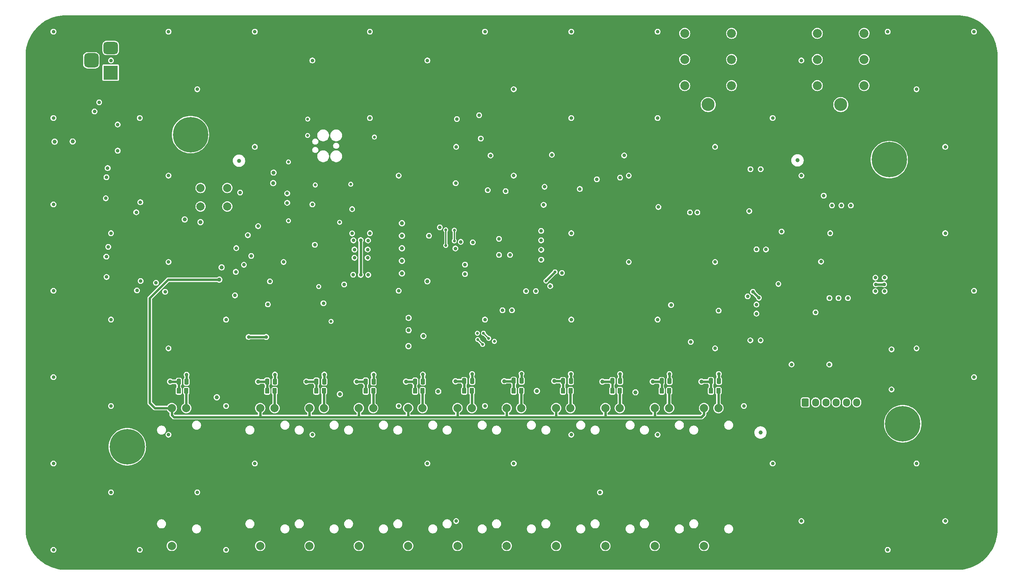
<source format=gbr>
%TF.GenerationSoftware,KiCad,Pcbnew,8.0.6-8.0.6-0~ubuntu22.04.1*%
%TF.CreationDate,2024-11-15T16:44:39-05:00*%
%TF.ProjectId,multi-band-equalizer,6d756c74-692d-4626-916e-642d65717561,rev?*%
%TF.SameCoordinates,Original*%
%TF.FileFunction,Copper,L4,Bot*%
%TF.FilePolarity,Positive*%
%FSLAX46Y46*%
G04 Gerber Fmt 4.6, Leading zero omitted, Abs format (unit mm)*
G04 Created by KiCad (PCBNEW 8.0.6-8.0.6-0~ubuntu22.04.1) date 2024-11-15 16:44:39*
%MOMM*%
%LPD*%
G01*
G04 APERTURE LIST*
G04 Aperture macros list*
%AMRoundRect*
0 Rectangle with rounded corners*
0 $1 Rounding radius*
0 $2 $3 $4 $5 $6 $7 $8 $9 X,Y pos of 4 corners*
0 Add a 4 corners polygon primitive as box body*
4,1,4,$2,$3,$4,$5,$6,$7,$8,$9,$2,$3,0*
0 Add four circle primitives for the rounded corners*
1,1,$1+$1,$2,$3*
1,1,$1+$1,$4,$5*
1,1,$1+$1,$6,$7*
1,1,$1+$1,$8,$9*
0 Add four rect primitives between the rounded corners*
20,1,$1+$1,$2,$3,$4,$5,0*
20,1,$1+$1,$4,$5,$6,$7,0*
20,1,$1+$1,$6,$7,$8,$9,0*
20,1,$1+$1,$8,$9,$2,$3,0*%
G04 Aperture macros list end*
%TA.AperFunction,ComponentPad*%
%ADD10C,1.000000*%
%TD*%
%TA.AperFunction,ComponentPad*%
%ADD11C,0.900000*%
%TD*%
%TA.AperFunction,ComponentPad*%
%ADD12C,8.600000*%
%TD*%
%TA.AperFunction,ComponentPad*%
%ADD13R,3.500000X3.500000*%
%TD*%
%TA.AperFunction,ComponentPad*%
%ADD14RoundRect,0.750000X-1.000000X0.750000X-1.000000X-0.750000X1.000000X-0.750000X1.000000X0.750000X0*%
%TD*%
%TA.AperFunction,ComponentPad*%
%ADD15RoundRect,0.875000X-0.875000X0.875000X-0.875000X-0.875000X0.875000X-0.875000X0.875000X0.875000X0*%
%TD*%
%TA.AperFunction,ComponentPad*%
%ADD16C,2.000000*%
%TD*%
%TA.AperFunction,ComponentPad*%
%ADD17RoundRect,0.250000X-0.600000X-0.725000X0.600000X-0.725000X0.600000X0.725000X-0.600000X0.725000X0*%
%TD*%
%TA.AperFunction,ComponentPad*%
%ADD18O,1.700000X1.950000*%
%TD*%
%TA.AperFunction,ComponentPad*%
%ADD19C,2.175000*%
%TD*%
%TA.AperFunction,ComponentPad*%
%ADD20C,3.150000*%
%TD*%
%TA.AperFunction,SMDPad,CuDef*%
%ADD21RoundRect,0.250000X0.262500X0.450000X-0.262500X0.450000X-0.262500X-0.450000X0.262500X-0.450000X0*%
%TD*%
%TA.AperFunction,SMDPad,CuDef*%
%ADD22RoundRect,0.250000X-0.250000X-0.475000X0.250000X-0.475000X0.250000X0.475000X-0.250000X0.475000X0*%
%TD*%
%TA.AperFunction,SMDPad,CuDef*%
%ADD23C,1.000000*%
%TD*%
%TA.AperFunction,ViaPad*%
%ADD24C,0.900000*%
%TD*%
%TA.AperFunction,ViaPad*%
%ADD25C,0.700000*%
%TD*%
%TA.AperFunction,Conductor*%
%ADD26C,0.600000*%
%TD*%
%TA.AperFunction,Conductor*%
%ADD27C,0.300000*%
%TD*%
G04 APERTURE END LIST*
D10*
%TO.P,TP22,1,1*%
%TO.N,GND*%
X291777500Y-242475000D03*
%TD*%
%TO.P,TP20,1,1*%
%TO.N,GND*%
X289137500Y-215675000D03*
%TD*%
%TO.P,TP10,1,1*%
%TO.N,/I2S_SDO*%
X282945000Y-204625000D03*
%TD*%
%TO.P,TP8,1,1*%
%TO.N,/I2S_SCLK*%
X282945000Y-210725000D03*
%TD*%
%TO.P,TP12,1,1*%
%TO.N,+9V*%
X202830000Y-181710000D03*
%TD*%
%TO.P,TP19,1,1*%
%TO.N,GND*%
X239047500Y-212295000D03*
%TD*%
D11*
%TO.P,H2,1,1*%
%TO.N,GND*%
X398295000Y-186110000D03*
X399239581Y-183829581D03*
X399239581Y-188390419D03*
X401520000Y-182885000D03*
D12*
X401520000Y-186110000D03*
D11*
X401520000Y-189335000D03*
X403800419Y-183829581D03*
X403800419Y-188390419D03*
X404745000Y-186110000D03*
%TD*%
D10*
%TO.P,TP23,1,1*%
%TO.N,GND*%
X339777500Y-242675000D03*
%TD*%
%TO.P,TP21,1,1*%
%TO.N,GND*%
X237897500Y-243885000D03*
%TD*%
%TO.P,TP6,1,1*%
%TO.N,/I2C_SDA*%
X284580000Y-224580000D03*
%TD*%
D11*
%TO.P,H3,1,1*%
%TO.N,GND*%
X212885000Y-255920000D03*
X213829581Y-253639581D03*
X213829581Y-258200419D03*
X216110000Y-252695000D03*
D12*
X216110000Y-255920000D03*
D11*
X216110000Y-259145000D03*
X218390419Y-253639581D03*
X218390419Y-258200419D03*
X219335000Y-255920000D03*
%TD*%
D10*
%TO.P,TP1,1,1*%
%TO.N,+3.3V*%
X251632500Y-191800000D03*
%TD*%
%TO.P,TP16,1,1*%
%TO.N,GND*%
X288147500Y-229005000D03*
%TD*%
D11*
%TO.P,H1,1,1*%
%TO.N,GND*%
X228275000Y-180030000D03*
X229219581Y-177749581D03*
X229219581Y-182310419D03*
X231500000Y-176805000D03*
D12*
X231500000Y-180030000D03*
D11*
X231500000Y-183255000D03*
X233780419Y-177749581D03*
X233780419Y-182310419D03*
X234725000Y-180030000D03*
%TD*%
D10*
%TO.P,TP2,1,1*%
%TO.N,/VDDA*%
X238515000Y-215300000D03*
%TD*%
D13*
%TO.P,J3,1*%
%TO.N,Net-(D8-A2)*%
X212070000Y-164960000D03*
D14*
%TO.P,J3,2*%
%TO.N,GND*%
X212070000Y-158960000D03*
D15*
%TO.P,J3,3*%
%TO.N,unconnected-(J3-Pad3)*%
X207370000Y-161960000D03*
%TD*%
D10*
%TO.P,TP15,1,1*%
%TO.N,GND*%
X251727500Y-189255000D03*
%TD*%
%TO.P,TP9,1,1*%
%TO.N,/I2S_SDI*%
X282945000Y-207675000D03*
%TD*%
%TO.P,TP4,1,1*%
%TO.N,/CODEC_NRST*%
X284510000Y-231450000D03*
%TD*%
D16*
%TO.P,SW1,1,1*%
%TO.N,GND*%
X233940000Y-193000000D03*
X240440000Y-193000000D03*
%TO.P,SW1,2,2*%
%TO.N,/MCU_NRST*%
X233940000Y-197500000D03*
X240440000Y-197500000D03*
%TD*%
D17*
%TO.P,J5,1,Pin_1*%
%TO.N,/ASIGNAL_IN_L*%
X381100000Y-245150000D03*
D18*
%TO.P,J5,2,Pin_2*%
%TO.N,/ASIGNAL_IN_R*%
X383600000Y-245150000D03*
%TO.P,J5,3,Pin_3*%
%TO.N,/ASIGNAL_OUT_L*%
X386100000Y-245150000D03*
%TO.P,J5,4,Pin_4*%
%TO.N,/ASIGNAL_OUT_R*%
X388600000Y-245150000D03*
%TO.P,J5,5,Pin_5*%
%TO.N,/CODEC_AOUT_R*%
X391100000Y-245150000D03*
%TO.P,J5,6,Pin_6*%
%TO.N,/CODEC_AOUT_L*%
X393600000Y-245150000D03*
%TD*%
D10*
%TO.P,TP3,1,1*%
%TO.N,/MCU_NRST*%
X233940000Y-201300000D03*
%TD*%
D19*
%TO.P,J4,1,S*%
%TO.N,GND*%
X363150000Y-155400000D03*
%TO.P,J4,2,R*%
%TO.N,/ASIGNAL_IN_R*%
X363150000Y-161750000D03*
%TO.P,J4,3,T*%
%TO.N,/ASIGNAL_IN_L*%
X363150000Y-168100000D03*
%TO.P,J4,4,S*%
%TO.N,GND*%
X351750000Y-155400000D03*
%TO.P,J4,5,R*%
%TO.N,/ASIGNAL_IN_R*%
X351750000Y-161750000D03*
%TO.P,J4,6,T*%
%TO.N,/ASIGNAL_IN_L*%
X351750000Y-168100000D03*
D20*
%TO.P,J4,7,7*%
%TO.N,unconnected-(J4-Pad7)*%
X357450000Y-172730000D03*
%TD*%
D10*
%TO.P,TP14,1,1*%
%TO.N,GND*%
X230067500Y-200655000D03*
%TD*%
%TO.P,TP7,1,1*%
%TO.N,/I2S_LRCK*%
X282945000Y-213775000D03*
%TD*%
D11*
%TO.P,H4,1,1*%
%TO.N,GND*%
X401575000Y-250340000D03*
X402519581Y-248059581D03*
X402519581Y-252620419D03*
X404800000Y-247115000D03*
D12*
X404800000Y-250340000D03*
D11*
X404800000Y-253565000D03*
X407080419Y-248059581D03*
X407080419Y-252620419D03*
X408025000Y-250340000D03*
%TD*%
D10*
%TO.P,TP18,1,1*%
%TO.N,GND*%
X315777500Y-242375000D03*
%TD*%
%TO.P,TP5,1,1*%
%TO.N,/I2C_SCL*%
X284580000Y-227600000D03*
%TD*%
D19*
%TO.P,J2,1,S*%
%TO.N,GND*%
X395410000Y-155400000D03*
%TO.P,J2,2,R*%
%TO.N,/ASIGNAL_OUT_R*%
X395410000Y-161750000D03*
%TO.P,J2,3,T*%
%TO.N,/ASIGNAL_OUT_L*%
X395410000Y-168100000D03*
%TO.P,J2,4,S*%
%TO.N,GND*%
X384010000Y-155400000D03*
%TO.P,J2,5,R*%
%TO.N,/ASIGNAL_OUT_R*%
X384010000Y-161750000D03*
%TO.P,J2,6,T*%
%TO.N,/ASIGNAL_OUT_L*%
X384010000Y-168100000D03*
D20*
%TO.P,J2,7,7*%
%TO.N,unconnected-(J2-Pad7)*%
X389710000Y-172730000D03*
%TD*%
D10*
%TO.P,TP17,1,1*%
%TO.N,GND*%
X267827500Y-243125000D03*
%TD*%
%TO.P,TP13,1,1*%
%TO.N,GND*%
X198432500Y-181725000D03*
%TD*%
%TO.P,TP11,1,1*%
%TO.N,/I2S_MCLK*%
X282945000Y-201575000D03*
%TD*%
D21*
%TO.P,R21,1*%
%TO.N,Net-(R21-Pad1)*%
X335955000Y-242325000D03*
%TO.P,R21,2*%
%TO.N,/CTRL_KNB_120_HZ*%
X334130000Y-242325000D03*
%TD*%
D10*
%TO.P,TP31,1,1*%
%TO.N,/CTRL_KNB_3200_HZ*%
X271890000Y-240080000D03*
%TD*%
D21*
%TO.P,R19,1*%
%TO.N,Net-(R19-Pad1)*%
X359955000Y-242325000D03*
%TO.P,R19,2*%
%TO.N,/CTRL_KNB_30_HZ*%
X358130000Y-242325000D03*
%TD*%
D16*
%TO.P,RV3,1*%
%TO.N,/VDDA*%
X332452500Y-246525000D03*
%TO.P,RV3,2*%
%TO.N,Net-(R21-Pad1)*%
X335952500Y-246525000D03*
%TO.P,RV3,3*%
%TO.N,GND*%
X332452500Y-280025000D03*
%TD*%
D10*
%TO.P,TP26,1,1*%
%TO.N,/CTRL_KNB_120_HZ*%
X331730000Y-240080000D03*
%TD*%
%TO.P,TP27,1,1*%
%TO.N,/CTRL_KNB_200_HZ*%
X319980000Y-239960000D03*
%TD*%
%TO.P,TP28,1,1*%
%TO.N,/CTRL_KNB_400_HZ*%
X307830000Y-239970000D03*
%TD*%
D16*
%TO.P,RV9,1*%
%TO.N,/VDDA*%
X260452500Y-246525000D03*
%TO.P,RV9,2*%
%TO.N,Net-(R27-Pad1)*%
X263952500Y-246525000D03*
%TO.P,RV9,3*%
%TO.N,GND*%
X260452500Y-280025000D03*
%TD*%
%TO.P,RV11,1*%
%TO.N,/VDDA*%
X226952500Y-246525000D03*
%TO.P,RV11,2*%
%TO.N,Net-(R29-Pad1)*%
X230452500Y-246525000D03*
%TO.P,RV11,3*%
%TO.N,GND*%
X226952500Y-280025000D03*
%TD*%
D21*
%TO.P,R24,1*%
%TO.N,Net-(R24-Pad1)*%
X299932500Y-242325000D03*
%TO.P,R24,2*%
%TO.N,/CTRL_KNB_800_HZ*%
X298107500Y-242325000D03*
%TD*%
%TO.P,R29,1*%
%TO.N,Net-(R29-Pad1)*%
X230465000Y-242325000D03*
%TO.P,R29,2*%
%TO.N,/CTRL_KNB_VOL_LVL*%
X228640000Y-242325000D03*
%TD*%
D22*
%TO.P,C38,1*%
%TO.N,/CTRL_KNB_200_HZ*%
X322140000Y-239925000D03*
%TO.P,C38,2*%
%TO.N,GND*%
X324040000Y-239925000D03*
%TD*%
D16*
%TO.P,RV7,1*%
%TO.N,/VDDA*%
X284452500Y-246525000D03*
%TO.P,RV7,2*%
%TO.N,Net-(R25-Pad1)*%
X287952500Y-246525000D03*
%TO.P,RV7,3*%
%TO.N,GND*%
X284452500Y-280025000D03*
%TD*%
D22*
%TO.P,C41,1*%
%TO.N,/CTRL_KNB_1600_HZ*%
X286140000Y-240050000D03*
%TO.P,C41,2*%
%TO.N,GND*%
X288040000Y-240050000D03*
%TD*%
D10*
%TO.P,TP33,1,1*%
%TO.N,/CTRL_KNB_12800_HZ*%
X247940000Y-240080000D03*
%TD*%
D22*
%TO.P,C40,1*%
%TO.N,/CTRL_KNB_800_HZ*%
X298115000Y-239925000D03*
%TO.P,C40,2*%
%TO.N,GND*%
X300015000Y-239925000D03*
%TD*%
D23*
%TO.P,FID4,*%
%TO.N,*%
X379190000Y-186280000D03*
%TD*%
D22*
%TO.P,C42,1*%
%TO.N,/CTRL_KNB_3200_HZ*%
X274140000Y-240075000D03*
%TO.P,C42,2*%
%TO.N,GND*%
X276040000Y-240075000D03*
%TD*%
D23*
%TO.P,FID6,*%
%TO.N,*%
X370190000Y-252460000D03*
%TD*%
D21*
%TO.P,R25,1*%
%TO.N,Net-(R25-Pad1)*%
X287965000Y-242325000D03*
%TO.P,R25,2*%
%TO.N,/CTRL_KNB_1600_HZ*%
X286140000Y-242325000D03*
%TD*%
D22*
%TO.P,C37,1*%
%TO.N,/CTRL_KNB_120_HZ*%
X334140000Y-239925000D03*
%TO.P,C37,2*%
%TO.N,GND*%
X336040000Y-239925000D03*
%TD*%
D16*
%TO.P,RV5,1*%
%TO.N,/VDDA*%
X308452500Y-246525000D03*
%TO.P,RV5,2*%
%TO.N,Net-(R23-Pad1)*%
X311952500Y-246525000D03*
%TO.P,RV5,3*%
%TO.N,GND*%
X308452500Y-280025000D03*
%TD*%
D21*
%TO.P,R22,1*%
%TO.N,Net-(R22-Pad1)*%
X323965000Y-242325000D03*
%TO.P,R22,2*%
%TO.N,/CTRL_KNB_200_HZ*%
X322140000Y-242325000D03*
%TD*%
D16*
%TO.P,RV4,1*%
%TO.N,/VDDA*%
X320452500Y-246525000D03*
%TO.P,RV4,2*%
%TO.N,Net-(R22-Pad1)*%
X323952500Y-246525000D03*
%TO.P,RV4,3*%
%TO.N,GND*%
X320452500Y-280025000D03*
%TD*%
D21*
%TO.P,R27,1*%
%TO.N,Net-(R27-Pad1)*%
X263965000Y-242325000D03*
%TO.P,R27,2*%
%TO.N,/CTRL_KNB_6400_HZ*%
X262140000Y-242325000D03*
%TD*%
D22*
%TO.P,C43,1*%
%TO.N,/CTRL_KNB_6400_HZ*%
X262140000Y-240075000D03*
%TO.P,C43,2*%
%TO.N,GND*%
X264040000Y-240075000D03*
%TD*%
D10*
%TO.P,TP25,1,1*%
%TO.N,/CTRL_KNB_60_HZ*%
X343940000Y-240080000D03*
%TD*%
D21*
%TO.P,R26,1*%
%TO.N,Net-(R26-Pad1)*%
X275965000Y-242325000D03*
%TO.P,R26,2*%
%TO.N,/CTRL_KNB_3200_HZ*%
X274140000Y-242325000D03*
%TD*%
D10*
%TO.P,TP32,1,1*%
%TO.N,/CTRL_KNB_6400_HZ*%
X259690000Y-240080000D03*
%TD*%
D16*
%TO.P,RV8,1*%
%TO.N,/VDDA*%
X272452500Y-246525000D03*
%TO.P,RV8,2*%
%TO.N,Net-(R26-Pad1)*%
X275952500Y-246525000D03*
%TO.P,RV8,3*%
%TO.N,GND*%
X272452500Y-280025000D03*
%TD*%
%TO.P,RV1,1*%
%TO.N,/VDDA*%
X356452500Y-246525000D03*
%TO.P,RV1,2*%
%TO.N,Net-(R19-Pad1)*%
X359952500Y-246525000D03*
%TO.P,RV1,3*%
%TO.N,GND*%
X356452500Y-280025000D03*
%TD*%
D22*
%TO.P,C45,1*%
%TO.N,/CTRL_KNB_VOL_LVL*%
X228640000Y-240100000D03*
%TO.P,C45,2*%
%TO.N,GND*%
X230540000Y-240100000D03*
%TD*%
%TO.P,C35,1*%
%TO.N,/CTRL_KNB_30_HZ*%
X358140000Y-239925000D03*
%TO.P,C35,2*%
%TO.N,GND*%
X360040000Y-239925000D03*
%TD*%
D10*
%TO.P,TP24,1,1*%
%TO.N,/CTRL_KNB_30_HZ*%
X355800000Y-240080000D03*
%TD*%
D21*
%TO.P,R20,1*%
%TO.N,Net-(R20-Pad1)*%
X347965000Y-242325000D03*
%TO.P,R20,2*%
%TO.N,/CTRL_KNB_60_HZ*%
X346140000Y-242325000D03*
%TD*%
D22*
%TO.P,C44,1*%
%TO.N,/CTRL_KNB_12800_HZ*%
X250140000Y-240075000D03*
%TO.P,C44,2*%
%TO.N,GND*%
X252040000Y-240075000D03*
%TD*%
D21*
%TO.P,R23,1*%
%TO.N,Net-(R23-Pad1)*%
X311965000Y-242325000D03*
%TO.P,R23,2*%
%TO.N,/CTRL_KNB_400_HZ*%
X310140000Y-242325000D03*
%TD*%
D22*
%TO.P,C36,1*%
%TO.N,/CTRL_KNB_60_HZ*%
X346140000Y-239950000D03*
%TO.P,C36,2*%
%TO.N,GND*%
X348040000Y-239950000D03*
%TD*%
D16*
%TO.P,RV10,1*%
%TO.N,/VDDA*%
X248452500Y-246525000D03*
%TO.P,RV10,2*%
%TO.N,Net-(R28-Pad1)*%
X251952500Y-246525000D03*
%TO.P,RV10,3*%
%TO.N,GND*%
X248452500Y-280025000D03*
%TD*%
D22*
%TO.P,C39,1*%
%TO.N,/CTRL_KNB_400_HZ*%
X310140000Y-239875000D03*
%TO.P,C39,2*%
%TO.N,GND*%
X312040000Y-239875000D03*
%TD*%
D10*
%TO.P,TP34,1,1*%
%TO.N,/CTRL_KNB_VOL_LVL*%
X226540000Y-240080000D03*
%TD*%
D23*
%TO.P,FID5,*%
%TO.N,*%
X243302944Y-186372944D03*
%TD*%
D21*
%TO.P,R28,1*%
%TO.N,Net-(R28-Pad1)*%
X251965000Y-242325000D03*
%TO.P,R28,2*%
%TO.N,/CTRL_KNB_12800_HZ*%
X250140000Y-242325000D03*
%TD*%
D10*
%TO.P,TP29,1,1*%
%TO.N,/CTRL_KNB_800_HZ*%
X295950000Y-239990000D03*
%TD*%
D16*
%TO.P,RV6,1*%
%TO.N,/VDDA*%
X296452500Y-246525000D03*
%TO.P,RV6,2*%
%TO.N,Net-(R24-Pad1)*%
X299952500Y-246525000D03*
%TO.P,RV6,3*%
%TO.N,GND*%
X296452500Y-280025000D03*
%TD*%
%TO.P,RV2,1*%
%TO.N,/VDDA*%
X344452500Y-246525000D03*
%TO.P,RV2,2*%
%TO.N,Net-(R20-Pad1)*%
X347952500Y-246525000D03*
%TO.P,RV2,3*%
%TO.N,GND*%
X344452500Y-280025000D03*
%TD*%
D10*
%TO.P,TP30,1,1*%
%TO.N,/CTRL_KNB_1600_HZ*%
X283940000Y-240080000D03*
%TD*%
D24*
%TO.N,GND*%
X261740000Y-206810000D03*
%TO.N,+5V*%
X217590000Y-193100000D03*
X381475000Y-193330000D03*
X380395000Y-225085000D03*
X302415000Y-222725000D03*
X346525000Y-194430000D03*
X337970000Y-187765000D03*
X347675000Y-194430000D03*
X219390000Y-194550000D03*
X293705000Y-211260000D03*
X308910000Y-211400000D03*
X337970000Y-186490000D03*
X298920000Y-173610000D03*
X297645000Y-173610000D03*
X353800000Y-224230000D03*
X353800000Y-225305000D03*
X379245000Y-225085000D03*
X370050000Y-195380000D03*
X379295000Y-210925000D03*
X368900000Y-195380000D03*
%TO.N,GND*%
X250322500Y-221305000D03*
D25*
X261831000Y-192287500D03*
D24*
X218465000Y-217912500D03*
X336040000Y-238225000D03*
X367742500Y-188430000D03*
X300180000Y-206235000D03*
X386960000Y-219770000D03*
X387575000Y-197255000D03*
X353225000Y-230430000D03*
D25*
X270484000Y-192102500D03*
D24*
X370225000Y-230055000D03*
X384915000Y-210920000D03*
X242515000Y-213400000D03*
X330370000Y-190890000D03*
X369200000Y-221350000D03*
X271390000Y-209970000D03*
D25*
X260022500Y-176243500D03*
D24*
X337020000Y-185090000D03*
X219365000Y-215612500D03*
X321860000Y-213660000D03*
X336020000Y-190490000D03*
X312040000Y-238175000D03*
X316815000Y-203440000D03*
X288040000Y-238350000D03*
X250810000Y-215720000D03*
X243557500Y-194100000D03*
X389875000Y-197255000D03*
X274680000Y-205760000D03*
X303820000Y-193535000D03*
D25*
X255306000Y-186675000D03*
D24*
X211065000Y-214637500D03*
X383585000Y-223250000D03*
X371525000Y-207955000D03*
X263842500Y-221035000D03*
X246265000Y-209525000D03*
X219290000Y-196462500D03*
X296320000Y-176235000D03*
X301725000Y-175310000D03*
X317430000Y-197107492D03*
X316815000Y-205740000D03*
X306565000Y-205375000D03*
X296020000Y-191835000D03*
X255032500Y-194325000D03*
X400390000Y-218110000D03*
D25*
X265700000Y-225430000D03*
D24*
X367450000Y-198630000D03*
X367065000Y-219355000D03*
X367725000Y-230055000D03*
D25*
X259965000Y-180250000D03*
D24*
X345350000Y-197630000D03*
X210890000Y-195512500D03*
X389160000Y-219770000D03*
X270832500Y-198150000D03*
X316840000Y-208040000D03*
X213777500Y-177565000D03*
X375325000Y-203595000D03*
X270832500Y-204050000D03*
X369200000Y-223550000D03*
X264040000Y-238375000D03*
X370242500Y-188430000D03*
X211015000Y-209712500D03*
X289520000Y-204625000D03*
X360000000Y-222830000D03*
X230540000Y-238400000D03*
X271390000Y-207980000D03*
X225320000Y-218240000D03*
D25*
X262700000Y-216960000D03*
D24*
X319030000Y-216860000D03*
X304495000Y-185110000D03*
X308174984Y-193785000D03*
X353025000Y-198955000D03*
X377740000Y-235910000D03*
X298290000Y-213925000D03*
X317645000Y-192715000D03*
X292160000Y-202570000D03*
D25*
X305420000Y-230300000D03*
D24*
X298290000Y-211625000D03*
X297240000Y-206100000D03*
X274600000Y-209980000D03*
X245450000Y-204475000D03*
X255032500Y-196625000D03*
X306565000Y-209275000D03*
X211490000Y-207312500D03*
X309715000Y-222750000D03*
X307415000Y-222750000D03*
X391460000Y-219770000D03*
X398140000Y-218110000D03*
X295940000Y-207710000D03*
X252040000Y-238375000D03*
X313130000Y-218090000D03*
X223100000Y-216060000D03*
D25*
X276236500Y-180617500D03*
D24*
X271080000Y-214090000D03*
X348040000Y-238250000D03*
X244492500Y-211675000D03*
X302120000Y-180985000D03*
X402080000Y-232245000D03*
X242315000Y-219117500D03*
X315530000Y-218090000D03*
X271140000Y-205740000D03*
X316840000Y-210440000D03*
X392175000Y-197255000D03*
X300015000Y-238225000D03*
X385575000Y-194880000D03*
X402080000Y-241987500D03*
X213787500Y-183935000D03*
X209270000Y-172175000D03*
X324040000Y-238225000D03*
X274600000Y-207970000D03*
X242640000Y-207625000D03*
D25*
X255340000Y-200950000D03*
X301290000Y-228300000D03*
D24*
X369225000Y-207930000D03*
X309240000Y-209275000D03*
X354825000Y-198955000D03*
X374535000Y-216340000D03*
X208140000Y-174400000D03*
X326220000Y-193240000D03*
X348425000Y-221455000D03*
X400400000Y-214810000D03*
X268890000Y-216450000D03*
X211040000Y-190410000D03*
D25*
X267780000Y-201350000D03*
D24*
X247947500Y-202282500D03*
X319420000Y-184940000D03*
X386945000Y-235920000D03*
X218290000Y-198912500D03*
X360040000Y-238225000D03*
X211340000Y-188162500D03*
X276040000Y-238375000D03*
X398150000Y-214810000D03*
X274740000Y-214125000D03*
%TO.N,+3.3V*%
X272915000Y-214125000D03*
X249930000Y-229230000D03*
X245640000Y-229225000D03*
X272915000Y-205680000D03*
D25*
%TO.N,/CODEC_VCOM*%
X320220000Y-213380000D03*
X317970000Y-215600000D03*
D24*
%TO.N,/ASIGNAL_IN_L+*%
X368345000Y-218255000D03*
X369805000Y-219715000D03*
%TO.N,/ASIGNAL_IN_L*%
X400290000Y-216440000D03*
X398270000Y-216440000D03*
D25*
%TO.N,/I2C_SDA*%
X302780000Y-228290000D03*
X304050000Y-229560000D03*
%TO.N,/I2C_SCL*%
X301370000Y-229850000D03*
X302570000Y-231050000D03*
%TO.N,/I2S_LRCK*%
X293620000Y-203200000D03*
X293620000Y-206970000D03*
%TO.N,/I2S_SCLK*%
X295680000Y-203250000D03*
X295680000Y-205880000D03*
D24*
%TO.N,GND*%
X296145000Y-274000000D03*
X359145000Y-211000000D03*
X296145000Y-183000000D03*
X331145000Y-267000000D03*
X380145000Y-274000000D03*
X422145000Y-155000000D03*
X289145000Y-260000000D03*
X289145000Y-162000000D03*
X282145000Y-246000000D03*
X198145000Y-176000000D03*
X282145000Y-218000000D03*
X345145000Y-225000000D03*
X282145000Y-190000000D03*
X275145000Y-204000000D03*
X324145000Y-225000000D03*
X380145000Y-162000000D03*
X275145000Y-176000000D03*
X261145000Y-162000000D03*
X310145000Y-190000000D03*
X212145000Y-246000000D03*
X310145000Y-169000000D03*
X212145000Y-225000000D03*
X345145000Y-253000000D03*
X310145000Y-260000000D03*
X212145000Y-267000000D03*
X198145000Y-239000000D03*
X345145000Y-176000000D03*
X338145000Y-190000000D03*
X303145000Y-225000000D03*
X212145000Y-162000000D03*
X240145000Y-246000000D03*
X345145000Y-155000000D03*
X240145000Y-225000000D03*
X303145000Y-155000000D03*
X198145000Y-218000000D03*
X198145000Y-281000000D03*
X254145000Y-211000000D03*
X324145000Y-204000000D03*
X219145000Y-176000000D03*
X198145000Y-197000000D03*
X303145000Y-246000000D03*
X212145000Y-204000000D03*
X240145000Y-281000000D03*
X373145000Y-260000000D03*
X261145000Y-253000000D03*
X338145000Y-211000000D03*
X233145000Y-267000000D03*
X198145000Y-260000000D03*
X359145000Y-183000000D03*
X198145000Y-155000000D03*
X275145000Y-155000000D03*
X324145000Y-155000000D03*
X219145000Y-281000000D03*
X324145000Y-176000000D03*
X226145000Y-155000000D03*
X226145000Y-190000000D03*
X226145000Y-211000000D03*
X366145000Y-246000000D03*
X226145000Y-232000000D03*
X247145000Y-155000000D03*
X226145000Y-253000000D03*
X247145000Y-183000000D03*
X261145000Y-197000000D03*
X233145000Y-169000000D03*
X247145000Y-260000000D03*
X324145000Y-253000000D03*
X380145000Y-190000000D03*
X359145000Y-232000000D03*
X373145000Y-176000000D03*
X387145000Y-204000000D03*
X422145000Y-218000000D03*
X401145000Y-155000000D03*
X401145000Y-281000000D03*
X408145000Y-169000000D03*
X408145000Y-232000000D03*
X408145000Y-260000000D03*
X415145000Y-183000000D03*
X415145000Y-204000000D03*
X415145000Y-274000000D03*
X422145000Y-239000000D03*
%TD*%
D26*
%TO.N,GND*%
X230540000Y-240100000D02*
X230540000Y-238400000D01*
X276040000Y-240075000D02*
X276040000Y-238375000D01*
X360040000Y-239925000D02*
X360040000Y-238225000D01*
X312040000Y-239875000D02*
X312040000Y-238175000D01*
X252040000Y-240075000D02*
X252040000Y-238375000D01*
X324040000Y-239925000D02*
X324040000Y-238225000D01*
X300015000Y-239925000D02*
X300015000Y-238225000D01*
X348040000Y-239950000D02*
X348040000Y-238250000D01*
X264040000Y-240075000D02*
X264040000Y-238375000D01*
X288040000Y-240050000D02*
X288040000Y-238350000D01*
X336040000Y-239925000D02*
X336040000Y-238225000D01*
%TO.N,/VDDA*%
X344450000Y-248725000D02*
X355815000Y-248725000D01*
X260450000Y-248725000D02*
X272450000Y-248725000D01*
X272452500Y-248722500D02*
X272450000Y-248725000D01*
X238515000Y-215300000D02*
X226027500Y-215300000D01*
X226952500Y-248237500D02*
X227440000Y-248725000D01*
X284450000Y-248725000D02*
X296450000Y-248725000D01*
X248452500Y-248722500D02*
X248450000Y-248725000D01*
X248452500Y-246525000D02*
X248452500Y-248722500D01*
X320452500Y-246525000D02*
X320452500Y-248722500D01*
X296452500Y-248722500D02*
X296450000Y-248725000D01*
X355815000Y-248725000D02*
X356452500Y-248087500D01*
X222840000Y-246525000D02*
X226952500Y-246525000D01*
X284452500Y-246525000D02*
X284452500Y-248722500D01*
X332452500Y-246525000D02*
X332452500Y-248722500D01*
X308452500Y-246525000D02*
X308452500Y-248722500D01*
X344452500Y-248722500D02*
X344450000Y-248725000D01*
X356452500Y-248087500D02*
X356452500Y-246525000D01*
X226027500Y-215300000D02*
X221590000Y-219737500D01*
X221590000Y-245275000D02*
X222840000Y-246525000D01*
X272452500Y-246525000D02*
X272452500Y-248722500D01*
X260452500Y-248722500D02*
X260450000Y-248725000D01*
X272450000Y-248725000D02*
X284450000Y-248725000D01*
X226952500Y-246525000D02*
X226952500Y-248237500D01*
X332452500Y-248722500D02*
X332450000Y-248725000D01*
X260452500Y-246525000D02*
X260452500Y-248722500D01*
X284452500Y-248722500D02*
X284450000Y-248725000D01*
X296450000Y-248725000D02*
X308450000Y-248725000D01*
X227440000Y-248725000D02*
X248450000Y-248725000D01*
X248450000Y-248725000D02*
X260450000Y-248725000D01*
X332450000Y-248725000D02*
X344450000Y-248725000D01*
X320452500Y-248722500D02*
X320450000Y-248725000D01*
X308450000Y-248725000D02*
X320450000Y-248725000D01*
X221590000Y-219737500D02*
X221590000Y-245275000D01*
X296452500Y-246525000D02*
X296452500Y-248722500D01*
X308452500Y-248722500D02*
X308450000Y-248725000D01*
X320450000Y-248725000D02*
X332450000Y-248725000D01*
X344452500Y-246525000D02*
X344452500Y-248722500D01*
%TO.N,+3.3V*%
X272915000Y-205680000D02*
X272915000Y-214125000D01*
X245640000Y-229225000D02*
X245645000Y-229230000D01*
X245645000Y-229230000D02*
X249930000Y-229230000D01*
%TO.N,/CODEC_VCOM*%
X320190000Y-213380000D02*
X317970000Y-215600000D01*
X320220000Y-213380000D02*
X320190000Y-213380000D01*
%TO.N,/ASIGNAL_IN_L+*%
X368345000Y-218255000D02*
X369805000Y-219715000D01*
%TO.N,/CTRL_KNB_30_HZ*%
X355800000Y-240080000D02*
X357985000Y-240080000D01*
X358140000Y-242315000D02*
X358130000Y-242325000D01*
X357985000Y-240080000D02*
X358140000Y-239925000D01*
X358140000Y-239925000D02*
X358140000Y-242315000D01*
%TO.N,/CTRL_KNB_60_HZ*%
X346140000Y-239950000D02*
X346140000Y-242325000D01*
X346010000Y-240080000D02*
X346140000Y-239950000D01*
X343940000Y-240080000D02*
X346010000Y-240080000D01*
%TO.N,/ASIGNAL_IN_L*%
X398270000Y-216440000D02*
X400290000Y-216440000D01*
%TO.N,/CTRL_KNB_200_HZ*%
X319980000Y-239960000D02*
X322105000Y-239960000D01*
X322105000Y-239960000D02*
X322140000Y-239925000D01*
X322140000Y-239925000D02*
X322140000Y-242325000D01*
%TO.N,/CTRL_KNB_400_HZ*%
X310045000Y-239970000D02*
X310140000Y-239875000D01*
X310140000Y-239875000D02*
X310140000Y-242325000D01*
X307830000Y-239970000D02*
X310045000Y-239970000D01*
%TO.N,/CTRL_KNB_800_HZ*%
X298115000Y-239925000D02*
X298115000Y-242317500D01*
X298115000Y-242317500D02*
X298107500Y-242325000D01*
X298050000Y-239990000D02*
X298115000Y-239925000D01*
X295950000Y-239990000D02*
X298050000Y-239990000D01*
%TO.N,/CTRL_KNB_1600_HZ*%
X286110000Y-240080000D02*
X286140000Y-240050000D01*
X283940000Y-240080000D02*
X286110000Y-240080000D01*
X286140000Y-240050000D02*
X286140000Y-242325000D01*
%TO.N,/CTRL_KNB_3200_HZ*%
X274135000Y-240080000D02*
X274140000Y-240075000D01*
X271890000Y-240080000D02*
X274135000Y-240080000D01*
X274140000Y-240075000D02*
X274140000Y-242325000D01*
%TO.N,/CTRL_KNB_6400_HZ*%
X262140000Y-240075000D02*
X262140000Y-242325000D01*
X259690000Y-240080000D02*
X262135000Y-240080000D01*
X262135000Y-240080000D02*
X262140000Y-240075000D01*
%TO.N,/CTRL_KNB_VOL_LVL*%
X228640000Y-240100000D02*
X226560000Y-240100000D01*
X228640000Y-242325000D02*
X228640000Y-240100000D01*
X226560000Y-240100000D02*
X226540000Y-240080000D01*
%TO.N,/CTRL_KNB_120_HZ*%
X331730000Y-240080000D02*
X333985000Y-240080000D01*
X334140000Y-239925000D02*
X334140000Y-242315000D01*
X334140000Y-242315000D02*
X334130000Y-242325000D01*
X333985000Y-240080000D02*
X334140000Y-239925000D01*
%TO.N,/CTRL_KNB_12800_HZ*%
X250135000Y-240080000D02*
X250140000Y-240075000D01*
X247940000Y-240080000D02*
X250135000Y-240080000D01*
X250140000Y-242325000D02*
X250140000Y-240075000D01*
D27*
%TO.N,/I2C_SDA*%
X302780000Y-228290000D02*
X304050000Y-229560000D01*
%TO.N,/I2C_SCL*%
X301370000Y-229850000D02*
X302570000Y-231050000D01*
%TO.N,/I2S_LRCK*%
X293620000Y-203200000D02*
X293620000Y-206970000D01*
%TO.N,/I2S_SCLK*%
X295680000Y-203250000D02*
X295680000Y-205880000D01*
D26*
%TO.N,Net-(R19-Pad1)*%
X359952500Y-246525000D02*
X359952500Y-242327500D01*
X359952500Y-242327500D02*
X359955000Y-242325000D01*
%TO.N,Net-(R20-Pad1)*%
X347952500Y-246525000D02*
X347952500Y-242337500D01*
X347952500Y-242337500D02*
X347965000Y-242325000D01*
%TO.N,Net-(R21-Pad1)*%
X335952500Y-242327500D02*
X335955000Y-242325000D01*
X335952500Y-246525000D02*
X335952500Y-242327500D01*
%TO.N,Net-(R22-Pad1)*%
X323952500Y-242337500D02*
X323965000Y-242325000D01*
X323952500Y-246525000D02*
X323952500Y-242337500D01*
%TO.N,Net-(R23-Pad1)*%
X311952500Y-246525000D02*
X311952500Y-242337500D01*
X311952500Y-242337500D02*
X311965000Y-242325000D01*
%TO.N,Net-(R24-Pad1)*%
X299952500Y-242345000D02*
X299932500Y-242325000D01*
X299952500Y-246525000D02*
X299952500Y-242345000D01*
%TO.N,Net-(R25-Pad1)*%
X287952500Y-242337500D02*
X287965000Y-242325000D01*
X287952500Y-246525000D02*
X287952500Y-242337500D01*
%TO.N,Net-(R26-Pad1)*%
X275952500Y-246525000D02*
X275952500Y-242337500D01*
X275952500Y-242337500D02*
X275965000Y-242325000D01*
%TO.N,Net-(R27-Pad1)*%
X263952500Y-246525000D02*
X263952500Y-242337500D01*
X263952500Y-242337500D02*
X263965000Y-242325000D01*
%TO.N,Net-(R28-Pad1)*%
X251952500Y-242337500D02*
X251965000Y-242325000D01*
X251952500Y-246525000D02*
X251952500Y-242337500D01*
%TO.N,Net-(R29-Pad1)*%
X230452500Y-242337500D02*
X230465000Y-242325000D01*
X230452500Y-246525000D02*
X230452500Y-242337500D01*
%TD*%
%TA.AperFunction,Conductor*%
%TO.N,+5V*%
G36*
X418071125Y-151000534D02*
G01*
X418659461Y-151018311D01*
X418663891Y-151018580D01*
X419248977Y-151071747D01*
X419253375Y-151072280D01*
X419834205Y-151160681D01*
X419838601Y-151161487D01*
X420413011Y-151284791D01*
X420417313Y-151285852D01*
X420983243Y-151443617D01*
X420987480Y-151444937D01*
X421508316Y-151624666D01*
X421542833Y-151636577D01*
X421547013Y-151638162D01*
X422089781Y-151862984D01*
X422093857Y-151864819D01*
X422622040Y-152121993D01*
X422625998Y-152124070D01*
X423137700Y-152412670D01*
X423141525Y-152414982D01*
X423634892Y-152733969D01*
X423638543Y-152736489D01*
X424111735Y-153084669D01*
X424115236Y-153087411D01*
X424453366Y-153369208D01*
X424566558Y-153463542D01*
X424569901Y-153466504D01*
X424997673Y-153869182D01*
X425000817Y-153872326D01*
X425343940Y-154236832D01*
X425403492Y-154300095D01*
X425406457Y-154303441D01*
X425782581Y-154754754D01*
X425785333Y-154758269D01*
X426087459Y-155168871D01*
X426133500Y-155231442D01*
X426136035Y-155235114D01*
X426242639Y-155399995D01*
X426455017Y-155728474D01*
X426457329Y-155732299D01*
X426745929Y-156244001D01*
X426748006Y-156247959D01*
X427005180Y-156776142D01*
X427007015Y-156780218D01*
X427231837Y-157322986D01*
X427233422Y-157327166D01*
X427425057Y-157882504D01*
X427426387Y-157886772D01*
X427584142Y-158452667D01*
X427585212Y-158457007D01*
X427708512Y-159031401D01*
X427709318Y-159035797D01*
X427797716Y-159616601D01*
X427798254Y-159621039D01*
X427851418Y-160206092D01*
X427851688Y-160210554D01*
X427869466Y-160798874D01*
X427869500Y-160801109D01*
X427869500Y-276048890D01*
X427869466Y-276051125D01*
X427851688Y-276639445D01*
X427851418Y-276643907D01*
X427798254Y-277228960D01*
X427797716Y-277233398D01*
X427709318Y-277814202D01*
X427708512Y-277818598D01*
X427585212Y-278392992D01*
X427584142Y-278397332D01*
X427426387Y-278963227D01*
X427425057Y-278967495D01*
X427233422Y-279522833D01*
X427231837Y-279527013D01*
X427007015Y-280069781D01*
X427005180Y-280073857D01*
X426748006Y-280602040D01*
X426745929Y-280605998D01*
X426457329Y-281117700D01*
X426455017Y-281121525D01*
X426136040Y-281614878D01*
X426133500Y-281618557D01*
X425785337Y-282091726D01*
X425782581Y-282095245D01*
X425406457Y-282546558D01*
X425403492Y-282549904D01*
X425000825Y-282977665D01*
X424997665Y-282980825D01*
X424569904Y-283383492D01*
X424566558Y-283386457D01*
X424115245Y-283762581D01*
X424111726Y-283765337D01*
X423638557Y-284113500D01*
X423634878Y-284116040D01*
X423141525Y-284435017D01*
X423137700Y-284437329D01*
X422625998Y-284725929D01*
X422622040Y-284728006D01*
X422093857Y-284985180D01*
X422089781Y-284987015D01*
X421547013Y-285211837D01*
X421542833Y-285213422D01*
X420987495Y-285405057D01*
X420983227Y-285406387D01*
X420417332Y-285564142D01*
X420412992Y-285565212D01*
X419838598Y-285688512D01*
X419834202Y-285689318D01*
X419253398Y-285777716D01*
X419248960Y-285778254D01*
X418663907Y-285831418D01*
X418659445Y-285831688D01*
X418071125Y-285849466D01*
X418068890Y-285849500D01*
X201171110Y-285849500D01*
X201168875Y-285849466D01*
X200580554Y-285831688D01*
X200576092Y-285831418D01*
X199991039Y-285778254D01*
X199986601Y-285777716D01*
X199405797Y-285689318D01*
X199401401Y-285688512D01*
X198827007Y-285565212D01*
X198822667Y-285564142D01*
X198256772Y-285406387D01*
X198252504Y-285405057D01*
X197697166Y-285213422D01*
X197692986Y-285211837D01*
X197150218Y-284987015D01*
X197146142Y-284985180D01*
X196617959Y-284728006D01*
X196614001Y-284725929D01*
X196102299Y-284437329D01*
X196098474Y-284435017D01*
X195605121Y-284116040D01*
X195601442Y-284113500D01*
X195297119Y-283889576D01*
X195128269Y-283765333D01*
X195124754Y-283762581D01*
X194673441Y-283386457D01*
X194670095Y-283383492D01*
X194242334Y-282980825D01*
X194239182Y-282977673D01*
X193836504Y-282549901D01*
X193833542Y-282546558D01*
X193457418Y-282095245D01*
X193454662Y-282091726D01*
X193136839Y-281659790D01*
X193106489Y-281618543D01*
X193103969Y-281614892D01*
X192784982Y-281121525D01*
X192782670Y-281117700D01*
X192716285Y-280999996D01*
X197439355Y-280999996D01*
X197439355Y-281000003D01*
X197459859Y-281168871D01*
X197520181Y-281327929D01*
X197520182Y-281327930D01*
X197616817Y-281467929D01*
X197744148Y-281580734D01*
X197894775Y-281659790D01*
X198059944Y-281700500D01*
X198059948Y-281700500D01*
X198230052Y-281700500D01*
X198230056Y-281700500D01*
X198395225Y-281659790D01*
X198545852Y-281580734D01*
X198673183Y-281467929D01*
X198769818Y-281327930D01*
X198830140Y-281168872D01*
X198836116Y-281119652D01*
X198850645Y-281000003D01*
X198850645Y-280999996D01*
X218439355Y-280999996D01*
X218439355Y-281000003D01*
X218459859Y-281168871D01*
X218520181Y-281327929D01*
X218520182Y-281327930D01*
X218616817Y-281467929D01*
X218744148Y-281580734D01*
X218894775Y-281659790D01*
X219059944Y-281700500D01*
X219059948Y-281700500D01*
X219230052Y-281700500D01*
X219230056Y-281700500D01*
X219395225Y-281659790D01*
X219545852Y-281580734D01*
X219673183Y-281467929D01*
X219769818Y-281327930D01*
X219830140Y-281168872D01*
X219836116Y-281119652D01*
X219850645Y-281000003D01*
X219850645Y-280999996D01*
X219830140Y-280831128D01*
X219769818Y-280672070D01*
X219673183Y-280532071D01*
X219545856Y-280419269D01*
X219545853Y-280419267D01*
X219545852Y-280419266D01*
X219395225Y-280340210D01*
X219395222Y-280340209D01*
X219230058Y-280299500D01*
X219230056Y-280299500D01*
X219059944Y-280299500D01*
X219059941Y-280299500D01*
X218894777Y-280340209D01*
X218744146Y-280419267D01*
X218744143Y-280419269D01*
X218616816Y-280532071D01*
X218520181Y-280672070D01*
X218459859Y-280831128D01*
X218439355Y-280999996D01*
X198850645Y-280999996D01*
X198830140Y-280831128D01*
X198769818Y-280672070D01*
X198673183Y-280532071D01*
X198545856Y-280419269D01*
X198545853Y-280419267D01*
X198545852Y-280419266D01*
X198395225Y-280340210D01*
X198395222Y-280340209D01*
X198230058Y-280299500D01*
X198230056Y-280299500D01*
X198059944Y-280299500D01*
X198059941Y-280299500D01*
X197894777Y-280340209D01*
X197744146Y-280419267D01*
X197744143Y-280419269D01*
X197616816Y-280532071D01*
X197520181Y-280672070D01*
X197459859Y-280831128D01*
X197439355Y-280999996D01*
X192716285Y-280999996D01*
X192494070Y-280605998D01*
X192491993Y-280602040D01*
X192234819Y-280073857D01*
X192232984Y-280069781D01*
X192214433Y-280024994D01*
X225697223Y-280024994D01*
X225697223Y-280025005D01*
X225716292Y-280242974D01*
X225716293Y-280242980D01*
X225772922Y-280454322D01*
X225772924Y-280454326D01*
X225772925Y-280454330D01*
X225865398Y-280652639D01*
X225990902Y-280831877D01*
X226145623Y-280986598D01*
X226324861Y-281112102D01*
X226523170Y-281204575D01*
X226734523Y-281261207D01*
X226796802Y-281266655D01*
X226952495Y-281280277D01*
X226952500Y-281280277D01*
X226952505Y-281280277D01*
X227088735Y-281268358D01*
X227170477Y-281261207D01*
X227381830Y-281204575D01*
X227580139Y-281112102D01*
X227740243Y-280999996D01*
X239439355Y-280999996D01*
X239439355Y-281000003D01*
X239459859Y-281168871D01*
X239520181Y-281327929D01*
X239520182Y-281327930D01*
X239616817Y-281467929D01*
X239744148Y-281580734D01*
X239894775Y-281659790D01*
X240059944Y-281700500D01*
X240059948Y-281700500D01*
X240230052Y-281700500D01*
X240230056Y-281700500D01*
X240395225Y-281659790D01*
X240545852Y-281580734D01*
X240673183Y-281467929D01*
X240769818Y-281327930D01*
X240830140Y-281168872D01*
X240836116Y-281119652D01*
X240850645Y-281000003D01*
X240850645Y-280999996D01*
X240830140Y-280831128D01*
X240769818Y-280672070D01*
X240673183Y-280532071D01*
X240545856Y-280419269D01*
X240545853Y-280419267D01*
X240545852Y-280419266D01*
X240395225Y-280340210D01*
X240395222Y-280340209D01*
X240230058Y-280299500D01*
X240230056Y-280299500D01*
X240059944Y-280299500D01*
X240059941Y-280299500D01*
X239894777Y-280340209D01*
X239744146Y-280419267D01*
X239744143Y-280419269D01*
X239616816Y-280532071D01*
X239520181Y-280672070D01*
X239459859Y-280831128D01*
X239439355Y-280999996D01*
X227740243Y-280999996D01*
X227759377Y-280986598D01*
X227914098Y-280831877D01*
X228039602Y-280652639D01*
X228132075Y-280454330D01*
X228188707Y-280242977D01*
X228203679Y-280071840D01*
X228207777Y-280025005D01*
X228207777Y-280024994D01*
X247197223Y-280024994D01*
X247197223Y-280025005D01*
X247216292Y-280242974D01*
X247216293Y-280242980D01*
X247272922Y-280454322D01*
X247272924Y-280454326D01*
X247272925Y-280454330D01*
X247365398Y-280652639D01*
X247490902Y-280831877D01*
X247645623Y-280986598D01*
X247824861Y-281112102D01*
X248023170Y-281204575D01*
X248234523Y-281261207D01*
X248296802Y-281266655D01*
X248452495Y-281280277D01*
X248452500Y-281280277D01*
X248452505Y-281280277D01*
X248588735Y-281268358D01*
X248670477Y-281261207D01*
X248881830Y-281204575D01*
X249080139Y-281112102D01*
X249259377Y-280986598D01*
X249414098Y-280831877D01*
X249539602Y-280652639D01*
X249632075Y-280454330D01*
X249688707Y-280242977D01*
X249703679Y-280071840D01*
X249707777Y-280025005D01*
X249707777Y-280024994D01*
X259197223Y-280024994D01*
X259197223Y-280025005D01*
X259216292Y-280242974D01*
X259216293Y-280242980D01*
X259272922Y-280454322D01*
X259272924Y-280454326D01*
X259272925Y-280454330D01*
X259365398Y-280652639D01*
X259490902Y-280831877D01*
X259645623Y-280986598D01*
X259824861Y-281112102D01*
X260023170Y-281204575D01*
X260234523Y-281261207D01*
X260296802Y-281266655D01*
X260452495Y-281280277D01*
X260452500Y-281280277D01*
X260452505Y-281280277D01*
X260588735Y-281268358D01*
X260670477Y-281261207D01*
X260881830Y-281204575D01*
X261080139Y-281112102D01*
X261259377Y-280986598D01*
X261414098Y-280831877D01*
X261539602Y-280652639D01*
X261632075Y-280454330D01*
X261688707Y-280242977D01*
X261703679Y-280071840D01*
X261707777Y-280025005D01*
X261707777Y-280024994D01*
X271197223Y-280024994D01*
X271197223Y-280025005D01*
X271216292Y-280242974D01*
X271216293Y-280242980D01*
X271272922Y-280454322D01*
X271272924Y-280454326D01*
X271272925Y-280454330D01*
X271365398Y-280652639D01*
X271490902Y-280831877D01*
X271645623Y-280986598D01*
X271824861Y-281112102D01*
X272023170Y-281204575D01*
X272234523Y-281261207D01*
X272296802Y-281266655D01*
X272452495Y-281280277D01*
X272452500Y-281280277D01*
X272452505Y-281280277D01*
X272588735Y-281268358D01*
X272670477Y-281261207D01*
X272881830Y-281204575D01*
X273080139Y-281112102D01*
X273259377Y-280986598D01*
X273414098Y-280831877D01*
X273539602Y-280652639D01*
X273632075Y-280454330D01*
X273688707Y-280242977D01*
X273703679Y-280071840D01*
X273707777Y-280025005D01*
X273707777Y-280024994D01*
X283197223Y-280024994D01*
X283197223Y-280025005D01*
X283216292Y-280242974D01*
X283216293Y-280242980D01*
X283272922Y-280454322D01*
X283272924Y-280454326D01*
X283272925Y-280454330D01*
X283365398Y-280652639D01*
X283490902Y-280831877D01*
X283645623Y-280986598D01*
X283824861Y-281112102D01*
X284023170Y-281204575D01*
X284234523Y-281261207D01*
X284296802Y-281266655D01*
X284452495Y-281280277D01*
X284452500Y-281280277D01*
X284452505Y-281280277D01*
X284588735Y-281268358D01*
X284670477Y-281261207D01*
X284881830Y-281204575D01*
X285080139Y-281112102D01*
X285259377Y-280986598D01*
X285414098Y-280831877D01*
X285539602Y-280652639D01*
X285632075Y-280454330D01*
X285688707Y-280242977D01*
X285703679Y-280071840D01*
X285707777Y-280025005D01*
X285707777Y-280024994D01*
X295197223Y-280024994D01*
X295197223Y-280025005D01*
X295216292Y-280242974D01*
X295216293Y-280242980D01*
X295272922Y-280454322D01*
X295272924Y-280454326D01*
X295272925Y-280454330D01*
X295365398Y-280652639D01*
X295490902Y-280831877D01*
X295645623Y-280986598D01*
X295824861Y-281112102D01*
X296023170Y-281204575D01*
X296234523Y-281261207D01*
X296296802Y-281266655D01*
X296452495Y-281280277D01*
X296452500Y-281280277D01*
X296452505Y-281280277D01*
X296588735Y-281268358D01*
X296670477Y-281261207D01*
X296881830Y-281204575D01*
X297080139Y-281112102D01*
X297259377Y-280986598D01*
X297414098Y-280831877D01*
X297539602Y-280652639D01*
X297632075Y-280454330D01*
X297688707Y-280242977D01*
X297703679Y-280071840D01*
X297707777Y-280025005D01*
X297707777Y-280024994D01*
X307197223Y-280024994D01*
X307197223Y-280025005D01*
X307216292Y-280242974D01*
X307216293Y-280242980D01*
X307272922Y-280454322D01*
X307272924Y-280454326D01*
X307272925Y-280454330D01*
X307365398Y-280652639D01*
X307490902Y-280831877D01*
X307645623Y-280986598D01*
X307824861Y-281112102D01*
X308023170Y-281204575D01*
X308234523Y-281261207D01*
X308296802Y-281266655D01*
X308452495Y-281280277D01*
X308452500Y-281280277D01*
X308452505Y-281280277D01*
X308588735Y-281268358D01*
X308670477Y-281261207D01*
X308881830Y-281204575D01*
X309080139Y-281112102D01*
X309259377Y-280986598D01*
X309414098Y-280831877D01*
X309539602Y-280652639D01*
X309632075Y-280454330D01*
X309688707Y-280242977D01*
X309703679Y-280071840D01*
X309707777Y-280025005D01*
X309707777Y-280024994D01*
X319197223Y-280024994D01*
X319197223Y-280025005D01*
X319216292Y-280242974D01*
X319216293Y-280242980D01*
X319272922Y-280454322D01*
X319272924Y-280454326D01*
X319272925Y-280454330D01*
X319365398Y-280652639D01*
X319490902Y-280831877D01*
X319645623Y-280986598D01*
X319824861Y-281112102D01*
X320023170Y-281204575D01*
X320234523Y-281261207D01*
X320296802Y-281266655D01*
X320452495Y-281280277D01*
X320452500Y-281280277D01*
X320452505Y-281280277D01*
X320588735Y-281268358D01*
X320670477Y-281261207D01*
X320881830Y-281204575D01*
X321080139Y-281112102D01*
X321259377Y-280986598D01*
X321414098Y-280831877D01*
X321539602Y-280652639D01*
X321632075Y-280454330D01*
X321688707Y-280242977D01*
X321703679Y-280071840D01*
X321707777Y-280025005D01*
X321707777Y-280024994D01*
X331197223Y-280024994D01*
X331197223Y-280025005D01*
X331216292Y-280242974D01*
X331216293Y-280242980D01*
X331272922Y-280454322D01*
X331272924Y-280454326D01*
X331272925Y-280454330D01*
X331365398Y-280652639D01*
X331490902Y-280831877D01*
X331645623Y-280986598D01*
X331824861Y-281112102D01*
X332023170Y-281204575D01*
X332234523Y-281261207D01*
X332296802Y-281266655D01*
X332452495Y-281280277D01*
X332452500Y-281280277D01*
X332452505Y-281280277D01*
X332588735Y-281268358D01*
X332670477Y-281261207D01*
X332881830Y-281204575D01*
X333080139Y-281112102D01*
X333259377Y-280986598D01*
X333414098Y-280831877D01*
X333539602Y-280652639D01*
X333632075Y-280454330D01*
X333688707Y-280242977D01*
X333703679Y-280071840D01*
X333707777Y-280025005D01*
X333707777Y-280024994D01*
X343197223Y-280024994D01*
X343197223Y-280025005D01*
X343216292Y-280242974D01*
X343216293Y-280242980D01*
X343272922Y-280454322D01*
X343272924Y-280454326D01*
X343272925Y-280454330D01*
X343365398Y-280652639D01*
X343490902Y-280831877D01*
X343645623Y-280986598D01*
X343824861Y-281112102D01*
X344023170Y-281204575D01*
X344234523Y-281261207D01*
X344296802Y-281266655D01*
X344452495Y-281280277D01*
X344452500Y-281280277D01*
X344452505Y-281280277D01*
X344588735Y-281268358D01*
X344670477Y-281261207D01*
X344881830Y-281204575D01*
X345080139Y-281112102D01*
X345259377Y-280986598D01*
X345414098Y-280831877D01*
X345539602Y-280652639D01*
X345632075Y-280454330D01*
X345688707Y-280242977D01*
X345703679Y-280071840D01*
X345707777Y-280025005D01*
X345707777Y-280024994D01*
X355197223Y-280024994D01*
X355197223Y-280025005D01*
X355216292Y-280242974D01*
X355216293Y-280242980D01*
X355272922Y-280454322D01*
X355272924Y-280454326D01*
X355272925Y-280454330D01*
X355365398Y-280652639D01*
X355490902Y-280831877D01*
X355645623Y-280986598D01*
X355824861Y-281112102D01*
X356023170Y-281204575D01*
X356234523Y-281261207D01*
X356296802Y-281266655D01*
X356452495Y-281280277D01*
X356452500Y-281280277D01*
X356452505Y-281280277D01*
X356588735Y-281268358D01*
X356670477Y-281261207D01*
X356881830Y-281204575D01*
X357080139Y-281112102D01*
X357240243Y-280999996D01*
X400439355Y-280999996D01*
X400439355Y-281000003D01*
X400459859Y-281168871D01*
X400520181Y-281327929D01*
X400520182Y-281327930D01*
X400616817Y-281467929D01*
X400744148Y-281580734D01*
X400894775Y-281659790D01*
X401059944Y-281700500D01*
X401059948Y-281700500D01*
X401230052Y-281700500D01*
X401230056Y-281700500D01*
X401395225Y-281659790D01*
X401545852Y-281580734D01*
X401673183Y-281467929D01*
X401769818Y-281327930D01*
X401830140Y-281168872D01*
X401836116Y-281119652D01*
X401850645Y-281000003D01*
X401850645Y-280999996D01*
X401830140Y-280831128D01*
X401769818Y-280672070D01*
X401673183Y-280532071D01*
X401545856Y-280419269D01*
X401545853Y-280419267D01*
X401545852Y-280419266D01*
X401395225Y-280340210D01*
X401395222Y-280340209D01*
X401230058Y-280299500D01*
X401230056Y-280299500D01*
X401059944Y-280299500D01*
X401059941Y-280299500D01*
X400894777Y-280340209D01*
X400744146Y-280419267D01*
X400744143Y-280419269D01*
X400616816Y-280532071D01*
X400520181Y-280672070D01*
X400459859Y-280831128D01*
X400439355Y-280999996D01*
X357240243Y-280999996D01*
X357259377Y-280986598D01*
X357414098Y-280831877D01*
X357539602Y-280652639D01*
X357632075Y-280454330D01*
X357688707Y-280242977D01*
X357703679Y-280071840D01*
X357707777Y-280025005D01*
X357707777Y-280024994D01*
X357688707Y-279807025D01*
X357688706Y-279807019D01*
X357632077Y-279595677D01*
X357632076Y-279595676D01*
X357632075Y-279595670D01*
X357539602Y-279397362D01*
X357414098Y-279218123D01*
X357259377Y-279063402D01*
X357259374Y-279063400D01*
X357259375Y-279063400D01*
X357192190Y-279016357D01*
X357080139Y-278937898D01*
X356881830Y-278845425D01*
X356881826Y-278845424D01*
X356881822Y-278845422D01*
X356670480Y-278788793D01*
X356670474Y-278788792D01*
X356452505Y-278769723D01*
X356452495Y-278769723D01*
X356234525Y-278788792D01*
X356234519Y-278788793D01*
X356023177Y-278845422D01*
X356023170Y-278845424D01*
X356023170Y-278845425D01*
X355824862Y-278937898D01*
X355824861Y-278937899D01*
X355645622Y-279063402D01*
X355490902Y-279218122D01*
X355403024Y-279343626D01*
X355365398Y-279397362D01*
X355272927Y-279595666D01*
X355272922Y-279595677D01*
X355216293Y-279807019D01*
X355216292Y-279807025D01*
X355197223Y-280024994D01*
X345707777Y-280024994D01*
X345688707Y-279807025D01*
X345688706Y-279807019D01*
X345632077Y-279595677D01*
X345632076Y-279595676D01*
X345632075Y-279595670D01*
X345539602Y-279397362D01*
X345414098Y-279218123D01*
X345259377Y-279063402D01*
X345259374Y-279063400D01*
X345259375Y-279063400D01*
X345192190Y-279016357D01*
X345080139Y-278937898D01*
X344881830Y-278845425D01*
X344881826Y-278845424D01*
X344881822Y-278845422D01*
X344670480Y-278788793D01*
X344670474Y-278788792D01*
X344452505Y-278769723D01*
X344452495Y-278769723D01*
X344234525Y-278788792D01*
X344234519Y-278788793D01*
X344023177Y-278845422D01*
X344023170Y-278845424D01*
X344023170Y-278845425D01*
X343824862Y-278937898D01*
X343824861Y-278937899D01*
X343645622Y-279063402D01*
X343490902Y-279218122D01*
X343403024Y-279343626D01*
X343365398Y-279397362D01*
X343272927Y-279595666D01*
X343272922Y-279595677D01*
X343216293Y-279807019D01*
X343216292Y-279807025D01*
X343197223Y-280024994D01*
X333707777Y-280024994D01*
X333688707Y-279807025D01*
X333688706Y-279807019D01*
X333632077Y-279595677D01*
X333632076Y-279595676D01*
X333632075Y-279595670D01*
X333539602Y-279397362D01*
X333414098Y-279218123D01*
X333259377Y-279063402D01*
X333259374Y-279063400D01*
X333259375Y-279063400D01*
X333192190Y-279016357D01*
X333080139Y-278937898D01*
X332881830Y-278845425D01*
X332881826Y-278845424D01*
X332881822Y-278845422D01*
X332670480Y-278788793D01*
X332670474Y-278788792D01*
X332452505Y-278769723D01*
X332452495Y-278769723D01*
X332234525Y-278788792D01*
X332234519Y-278788793D01*
X332023177Y-278845422D01*
X332023170Y-278845424D01*
X332023170Y-278845425D01*
X331824862Y-278937898D01*
X331824861Y-278937899D01*
X331645622Y-279063402D01*
X331490902Y-279218122D01*
X331403024Y-279343626D01*
X331365398Y-279397362D01*
X331272927Y-279595666D01*
X331272922Y-279595677D01*
X331216293Y-279807019D01*
X331216292Y-279807025D01*
X331197223Y-280024994D01*
X321707777Y-280024994D01*
X321688707Y-279807025D01*
X321688706Y-279807019D01*
X321632077Y-279595677D01*
X321632076Y-279595676D01*
X321632075Y-279595670D01*
X321539602Y-279397362D01*
X321414098Y-279218123D01*
X321259377Y-279063402D01*
X321259374Y-279063400D01*
X321259375Y-279063400D01*
X321192190Y-279016357D01*
X321080139Y-278937898D01*
X320881830Y-278845425D01*
X320881826Y-278845424D01*
X320881822Y-278845422D01*
X320670480Y-278788793D01*
X320670474Y-278788792D01*
X320452505Y-278769723D01*
X320452495Y-278769723D01*
X320234525Y-278788792D01*
X320234519Y-278788793D01*
X320023177Y-278845422D01*
X320023170Y-278845424D01*
X320023170Y-278845425D01*
X319824862Y-278937898D01*
X319824861Y-278937899D01*
X319645622Y-279063402D01*
X319490902Y-279218122D01*
X319403024Y-279343626D01*
X319365398Y-279397362D01*
X319272927Y-279595666D01*
X319272922Y-279595677D01*
X319216293Y-279807019D01*
X319216292Y-279807025D01*
X319197223Y-280024994D01*
X309707777Y-280024994D01*
X309688707Y-279807025D01*
X309688706Y-279807019D01*
X309632077Y-279595677D01*
X309632076Y-279595676D01*
X309632075Y-279595670D01*
X309539602Y-279397362D01*
X309414098Y-279218123D01*
X309259377Y-279063402D01*
X309259374Y-279063400D01*
X309259375Y-279063400D01*
X309192190Y-279016357D01*
X309080139Y-278937898D01*
X308881830Y-278845425D01*
X308881826Y-278845424D01*
X308881822Y-278845422D01*
X308670480Y-278788793D01*
X308670474Y-278788792D01*
X308452505Y-278769723D01*
X308452495Y-278769723D01*
X308234525Y-278788792D01*
X308234519Y-278788793D01*
X308023177Y-278845422D01*
X308023170Y-278845424D01*
X308023170Y-278845425D01*
X307824862Y-278937898D01*
X307824861Y-278937899D01*
X307645622Y-279063402D01*
X307490902Y-279218122D01*
X307403024Y-279343626D01*
X307365398Y-279397362D01*
X307272927Y-279595666D01*
X307272922Y-279595677D01*
X307216293Y-279807019D01*
X307216292Y-279807025D01*
X307197223Y-280024994D01*
X297707777Y-280024994D01*
X297688707Y-279807025D01*
X297688706Y-279807019D01*
X297632077Y-279595677D01*
X297632076Y-279595676D01*
X297632075Y-279595670D01*
X297539602Y-279397362D01*
X297414098Y-279218123D01*
X297259377Y-279063402D01*
X297259374Y-279063400D01*
X297259375Y-279063400D01*
X297192190Y-279016357D01*
X297080139Y-278937898D01*
X296881830Y-278845425D01*
X296881826Y-278845424D01*
X296881822Y-278845422D01*
X296670480Y-278788793D01*
X296670474Y-278788792D01*
X296452505Y-278769723D01*
X296452495Y-278769723D01*
X296234525Y-278788792D01*
X296234519Y-278788793D01*
X296023177Y-278845422D01*
X296023170Y-278845424D01*
X296023170Y-278845425D01*
X295824862Y-278937898D01*
X295824861Y-278937899D01*
X295645622Y-279063402D01*
X295490902Y-279218122D01*
X295403024Y-279343626D01*
X295365398Y-279397362D01*
X295272927Y-279595666D01*
X295272922Y-279595677D01*
X295216293Y-279807019D01*
X295216292Y-279807025D01*
X295197223Y-280024994D01*
X285707777Y-280024994D01*
X285688707Y-279807025D01*
X285688706Y-279807019D01*
X285632077Y-279595677D01*
X285632076Y-279595676D01*
X285632075Y-279595670D01*
X285539602Y-279397362D01*
X285414098Y-279218123D01*
X285259377Y-279063402D01*
X285259374Y-279063400D01*
X285259375Y-279063400D01*
X285192190Y-279016357D01*
X285080139Y-278937898D01*
X284881830Y-278845425D01*
X284881826Y-278845424D01*
X284881822Y-278845422D01*
X284670480Y-278788793D01*
X284670474Y-278788792D01*
X284452505Y-278769723D01*
X284452495Y-278769723D01*
X284234525Y-278788792D01*
X284234519Y-278788793D01*
X284023177Y-278845422D01*
X284023170Y-278845424D01*
X284023170Y-278845425D01*
X283824862Y-278937898D01*
X283824861Y-278937899D01*
X283645622Y-279063402D01*
X283490902Y-279218122D01*
X283403024Y-279343626D01*
X283365398Y-279397362D01*
X283272927Y-279595666D01*
X283272922Y-279595677D01*
X283216293Y-279807019D01*
X283216292Y-279807025D01*
X283197223Y-280024994D01*
X273707777Y-280024994D01*
X273688707Y-279807025D01*
X273688706Y-279807019D01*
X273632077Y-279595677D01*
X273632076Y-279595676D01*
X273632075Y-279595670D01*
X273539602Y-279397362D01*
X273414098Y-279218123D01*
X273259377Y-279063402D01*
X273259374Y-279063400D01*
X273259375Y-279063400D01*
X273192190Y-279016357D01*
X273080139Y-278937898D01*
X272881830Y-278845425D01*
X272881826Y-278845424D01*
X272881822Y-278845422D01*
X272670480Y-278788793D01*
X272670474Y-278788792D01*
X272452505Y-278769723D01*
X272452495Y-278769723D01*
X272234525Y-278788792D01*
X272234519Y-278788793D01*
X272023177Y-278845422D01*
X272023170Y-278845424D01*
X272023170Y-278845425D01*
X271824862Y-278937898D01*
X271824861Y-278937899D01*
X271645622Y-279063402D01*
X271490902Y-279218122D01*
X271403024Y-279343626D01*
X271365398Y-279397362D01*
X271272927Y-279595666D01*
X271272922Y-279595677D01*
X271216293Y-279807019D01*
X271216292Y-279807025D01*
X271197223Y-280024994D01*
X261707777Y-280024994D01*
X261688707Y-279807025D01*
X261688706Y-279807019D01*
X261632077Y-279595677D01*
X261632076Y-279595676D01*
X261632075Y-279595670D01*
X261539602Y-279397362D01*
X261414098Y-279218123D01*
X261259377Y-279063402D01*
X261259374Y-279063400D01*
X261259375Y-279063400D01*
X261192190Y-279016357D01*
X261080139Y-278937898D01*
X260881830Y-278845425D01*
X260881826Y-278845424D01*
X260881822Y-278845422D01*
X260670480Y-278788793D01*
X260670474Y-278788792D01*
X260452505Y-278769723D01*
X260452495Y-278769723D01*
X260234525Y-278788792D01*
X260234519Y-278788793D01*
X260023177Y-278845422D01*
X260023170Y-278845424D01*
X260023170Y-278845425D01*
X259824862Y-278937898D01*
X259824861Y-278937899D01*
X259645622Y-279063402D01*
X259490902Y-279218122D01*
X259403024Y-279343626D01*
X259365398Y-279397362D01*
X259272927Y-279595666D01*
X259272922Y-279595677D01*
X259216293Y-279807019D01*
X259216292Y-279807025D01*
X259197223Y-280024994D01*
X249707777Y-280024994D01*
X249688707Y-279807025D01*
X249688706Y-279807019D01*
X249632077Y-279595677D01*
X249632076Y-279595676D01*
X249632075Y-279595670D01*
X249539602Y-279397362D01*
X249414098Y-279218123D01*
X249259377Y-279063402D01*
X249259374Y-279063400D01*
X249259375Y-279063400D01*
X249192190Y-279016357D01*
X249080139Y-278937898D01*
X248881830Y-278845425D01*
X248881826Y-278845424D01*
X248881822Y-278845422D01*
X248670480Y-278788793D01*
X248670474Y-278788792D01*
X248452505Y-278769723D01*
X248452495Y-278769723D01*
X248234525Y-278788792D01*
X248234519Y-278788793D01*
X248023177Y-278845422D01*
X248023170Y-278845424D01*
X248023170Y-278845425D01*
X247824862Y-278937898D01*
X247824861Y-278937899D01*
X247645622Y-279063402D01*
X247490902Y-279218122D01*
X247403024Y-279343626D01*
X247365398Y-279397362D01*
X247272927Y-279595666D01*
X247272922Y-279595677D01*
X247216293Y-279807019D01*
X247216292Y-279807025D01*
X247197223Y-280024994D01*
X228207777Y-280024994D01*
X228188707Y-279807025D01*
X228188706Y-279807019D01*
X228132077Y-279595677D01*
X228132076Y-279595676D01*
X228132075Y-279595670D01*
X228039602Y-279397362D01*
X227914098Y-279218123D01*
X227759377Y-279063402D01*
X227759374Y-279063400D01*
X227759375Y-279063400D01*
X227692190Y-279016357D01*
X227580139Y-278937898D01*
X227381830Y-278845425D01*
X227381826Y-278845424D01*
X227381822Y-278845422D01*
X227170480Y-278788793D01*
X227170474Y-278788792D01*
X226952505Y-278769723D01*
X226952495Y-278769723D01*
X226734525Y-278788792D01*
X226734519Y-278788793D01*
X226523177Y-278845422D01*
X226523170Y-278845424D01*
X226523170Y-278845425D01*
X226324862Y-278937898D01*
X226324861Y-278937899D01*
X226145622Y-279063402D01*
X225990902Y-279218122D01*
X225903024Y-279343626D01*
X225865398Y-279397362D01*
X225772927Y-279595666D01*
X225772922Y-279595677D01*
X225716293Y-279807019D01*
X225716292Y-279807025D01*
X225697223Y-280024994D01*
X192214433Y-280024994D01*
X192008162Y-279527013D01*
X192006577Y-279522833D01*
X191963280Y-279397362D01*
X191814937Y-278967480D01*
X191813617Y-278963243D01*
X191655852Y-278397313D01*
X191654791Y-278393011D01*
X191531487Y-277818598D01*
X191530681Y-277814202D01*
X191495875Y-277585514D01*
X191442280Y-277233375D01*
X191441747Y-277228977D01*
X191388580Y-276643891D01*
X191388311Y-276639445D01*
X191386875Y-276591933D01*
X191370534Y-276051125D01*
X191370500Y-276048890D01*
X191370500Y-275788388D01*
X231852000Y-275788388D01*
X231852000Y-275961611D01*
X231879097Y-276132698D01*
X231879100Y-276132711D01*
X231932625Y-276297442D01*
X231932627Y-276297446D01*
X232011267Y-276451787D01*
X232011268Y-276451788D01*
X232113086Y-276591928D01*
X232235572Y-276714414D01*
X232235575Y-276714416D01*
X232235576Y-276714417D01*
X232375712Y-276816232D01*
X232530053Y-276894872D01*
X232530057Y-276894874D01*
X232694788Y-276948399D01*
X232694794Y-276948400D01*
X232694799Y-276948402D01*
X232808859Y-276966467D01*
X232865888Y-276975500D01*
X232865889Y-276975500D01*
X233039112Y-276975500D01*
X233081883Y-276968725D01*
X233210201Y-276948402D01*
X233210208Y-276948399D01*
X233210211Y-276948399D01*
X233374942Y-276894874D01*
X233374942Y-276894873D01*
X233374945Y-276894873D01*
X233529288Y-276816232D01*
X233669428Y-276714414D01*
X233791914Y-276591928D01*
X233893732Y-276451788D01*
X233972373Y-276297445D01*
X234025902Y-276132701D01*
X234053000Y-275961611D01*
X234053000Y-275788389D01*
X234053000Y-275788388D01*
X253352000Y-275788388D01*
X253352000Y-275961611D01*
X253379097Y-276132698D01*
X253379100Y-276132711D01*
X253432625Y-276297442D01*
X253432627Y-276297446D01*
X253511267Y-276451787D01*
X253511268Y-276451788D01*
X253613086Y-276591928D01*
X253735572Y-276714414D01*
X253735575Y-276714416D01*
X253735576Y-276714417D01*
X253875712Y-276816232D01*
X254030053Y-276894872D01*
X254030057Y-276894874D01*
X254194788Y-276948399D01*
X254194794Y-276948400D01*
X254194799Y-276948402D01*
X254308859Y-276966467D01*
X254365888Y-276975500D01*
X254365889Y-276975500D01*
X254539112Y-276975500D01*
X254581883Y-276968725D01*
X254710201Y-276948402D01*
X254710208Y-276948399D01*
X254710211Y-276948399D01*
X254874942Y-276894874D01*
X254874942Y-276894873D01*
X254874945Y-276894873D01*
X255029288Y-276816232D01*
X255169428Y-276714414D01*
X255291914Y-276591928D01*
X255393732Y-276451788D01*
X255472373Y-276297445D01*
X255525902Y-276132701D01*
X255553000Y-275961611D01*
X255553000Y-275788389D01*
X255553000Y-275788388D01*
X265352000Y-275788388D01*
X265352000Y-275961611D01*
X265379097Y-276132698D01*
X265379100Y-276132711D01*
X265432625Y-276297442D01*
X265432627Y-276297446D01*
X265511267Y-276451787D01*
X265511268Y-276451788D01*
X265613086Y-276591928D01*
X265735572Y-276714414D01*
X265735575Y-276714416D01*
X265735576Y-276714417D01*
X265875712Y-276816232D01*
X266030053Y-276894872D01*
X266030057Y-276894874D01*
X266194788Y-276948399D01*
X266194794Y-276948400D01*
X266194799Y-276948402D01*
X266308859Y-276966467D01*
X266365888Y-276975500D01*
X266365889Y-276975500D01*
X266539112Y-276975500D01*
X266581883Y-276968725D01*
X266710201Y-276948402D01*
X266710208Y-276948399D01*
X266710211Y-276948399D01*
X266874942Y-276894874D01*
X266874942Y-276894873D01*
X266874945Y-276894873D01*
X267029288Y-276816232D01*
X267169428Y-276714414D01*
X267291914Y-276591928D01*
X267393732Y-276451788D01*
X267472373Y-276297445D01*
X267525902Y-276132701D01*
X267553000Y-275961611D01*
X267553000Y-275788389D01*
X267553000Y-275788388D01*
X277352000Y-275788388D01*
X277352000Y-275961611D01*
X277379097Y-276132698D01*
X277379100Y-276132711D01*
X277432625Y-276297442D01*
X277432627Y-276297446D01*
X277511267Y-276451787D01*
X277511268Y-276451788D01*
X277613086Y-276591928D01*
X277735572Y-276714414D01*
X277735575Y-276714416D01*
X277735576Y-276714417D01*
X277875712Y-276816232D01*
X278030053Y-276894872D01*
X278030057Y-276894874D01*
X278194788Y-276948399D01*
X278194794Y-276948400D01*
X278194799Y-276948402D01*
X278308859Y-276966467D01*
X278365888Y-276975500D01*
X278365889Y-276975500D01*
X278539112Y-276975500D01*
X278581883Y-276968725D01*
X278710201Y-276948402D01*
X278710208Y-276948399D01*
X278710211Y-276948399D01*
X278874942Y-276894874D01*
X278874942Y-276894873D01*
X278874945Y-276894873D01*
X279029288Y-276816232D01*
X279169428Y-276714414D01*
X279291914Y-276591928D01*
X279393732Y-276451788D01*
X279472373Y-276297445D01*
X279525902Y-276132701D01*
X279553000Y-275961611D01*
X279553000Y-275788389D01*
X279553000Y-275788388D01*
X289352000Y-275788388D01*
X289352000Y-275961611D01*
X289379097Y-276132698D01*
X289379100Y-276132711D01*
X289432625Y-276297442D01*
X289432627Y-276297446D01*
X289511267Y-276451787D01*
X289511268Y-276451788D01*
X289613086Y-276591928D01*
X289735572Y-276714414D01*
X289735575Y-276714416D01*
X289735576Y-276714417D01*
X289875712Y-276816232D01*
X290030053Y-276894872D01*
X290030057Y-276894874D01*
X290194788Y-276948399D01*
X290194794Y-276948400D01*
X290194799Y-276948402D01*
X290308859Y-276966467D01*
X290365888Y-276975500D01*
X290365889Y-276975500D01*
X290539112Y-276975500D01*
X290581883Y-276968725D01*
X290710201Y-276948402D01*
X290710208Y-276948399D01*
X290710211Y-276948399D01*
X290874942Y-276894874D01*
X290874942Y-276894873D01*
X290874945Y-276894873D01*
X291029288Y-276816232D01*
X291169428Y-276714414D01*
X291291914Y-276591928D01*
X291393732Y-276451788D01*
X291472373Y-276297445D01*
X291525902Y-276132701D01*
X291553000Y-275961611D01*
X291553000Y-275788389D01*
X291553000Y-275788388D01*
X301352000Y-275788388D01*
X301352000Y-275961611D01*
X301379097Y-276132698D01*
X301379100Y-276132711D01*
X301432625Y-276297442D01*
X301432627Y-276297446D01*
X301511267Y-276451787D01*
X301511268Y-276451788D01*
X301613086Y-276591928D01*
X301735572Y-276714414D01*
X301735575Y-276714416D01*
X301735576Y-276714417D01*
X301875712Y-276816232D01*
X302030053Y-276894872D01*
X302030057Y-276894874D01*
X302194788Y-276948399D01*
X302194794Y-276948400D01*
X302194799Y-276948402D01*
X302308859Y-276966467D01*
X302365888Y-276975500D01*
X302365889Y-276975500D01*
X302539112Y-276975500D01*
X302581883Y-276968725D01*
X302710201Y-276948402D01*
X302710208Y-276948399D01*
X302710211Y-276948399D01*
X302874942Y-276894874D01*
X302874942Y-276894873D01*
X302874945Y-276894873D01*
X303029288Y-276816232D01*
X303169428Y-276714414D01*
X303291914Y-276591928D01*
X303393732Y-276451788D01*
X303472373Y-276297445D01*
X303525902Y-276132701D01*
X303553000Y-275961611D01*
X303553000Y-275788389D01*
X303553000Y-275788388D01*
X313352000Y-275788388D01*
X313352000Y-275961611D01*
X313379097Y-276132698D01*
X313379100Y-276132711D01*
X313432625Y-276297442D01*
X313432627Y-276297446D01*
X313511267Y-276451787D01*
X313511268Y-276451788D01*
X313613086Y-276591928D01*
X313735572Y-276714414D01*
X313735575Y-276714416D01*
X313735576Y-276714417D01*
X313875712Y-276816232D01*
X314030053Y-276894872D01*
X314030057Y-276894874D01*
X314194788Y-276948399D01*
X314194794Y-276948400D01*
X314194799Y-276948402D01*
X314308859Y-276966467D01*
X314365888Y-276975500D01*
X314365889Y-276975500D01*
X314539112Y-276975500D01*
X314581883Y-276968725D01*
X314710201Y-276948402D01*
X314710208Y-276948399D01*
X314710211Y-276948399D01*
X314874942Y-276894874D01*
X314874942Y-276894873D01*
X314874945Y-276894873D01*
X315029288Y-276816232D01*
X315169428Y-276714414D01*
X315291914Y-276591928D01*
X315393732Y-276451788D01*
X315472373Y-276297445D01*
X315525902Y-276132701D01*
X315553000Y-275961611D01*
X315553000Y-275788389D01*
X315553000Y-275788388D01*
X325352000Y-275788388D01*
X325352000Y-275961611D01*
X325379097Y-276132698D01*
X325379100Y-276132711D01*
X325432625Y-276297442D01*
X325432627Y-276297446D01*
X325511267Y-276451787D01*
X325511268Y-276451788D01*
X325613086Y-276591928D01*
X325735572Y-276714414D01*
X325735575Y-276714416D01*
X325735576Y-276714417D01*
X325875712Y-276816232D01*
X326030053Y-276894872D01*
X326030057Y-276894874D01*
X326194788Y-276948399D01*
X326194794Y-276948400D01*
X326194799Y-276948402D01*
X326308859Y-276966467D01*
X326365888Y-276975500D01*
X326365889Y-276975500D01*
X326539112Y-276975500D01*
X326581883Y-276968725D01*
X326710201Y-276948402D01*
X326710208Y-276948399D01*
X326710211Y-276948399D01*
X326874942Y-276894874D01*
X326874942Y-276894873D01*
X326874945Y-276894873D01*
X327029288Y-276816232D01*
X327169428Y-276714414D01*
X327291914Y-276591928D01*
X327393732Y-276451788D01*
X327472373Y-276297445D01*
X327525902Y-276132701D01*
X327553000Y-275961611D01*
X327553000Y-275788389D01*
X327553000Y-275788388D01*
X337352000Y-275788388D01*
X337352000Y-275961611D01*
X337379097Y-276132698D01*
X337379100Y-276132711D01*
X337432625Y-276297442D01*
X337432627Y-276297446D01*
X337511267Y-276451787D01*
X337511268Y-276451788D01*
X337613086Y-276591928D01*
X337735572Y-276714414D01*
X337735575Y-276714416D01*
X337735576Y-276714417D01*
X337875712Y-276816232D01*
X338030053Y-276894872D01*
X338030057Y-276894874D01*
X338194788Y-276948399D01*
X338194794Y-276948400D01*
X338194799Y-276948402D01*
X338308859Y-276966467D01*
X338365888Y-276975500D01*
X338365889Y-276975500D01*
X338539112Y-276975500D01*
X338581883Y-276968725D01*
X338710201Y-276948402D01*
X338710208Y-276948399D01*
X338710211Y-276948399D01*
X338874942Y-276894874D01*
X338874942Y-276894873D01*
X338874945Y-276894873D01*
X339029288Y-276816232D01*
X339169428Y-276714414D01*
X339291914Y-276591928D01*
X339393732Y-276451788D01*
X339472373Y-276297445D01*
X339525902Y-276132701D01*
X339553000Y-275961611D01*
X339553000Y-275788389D01*
X339553000Y-275788388D01*
X349352000Y-275788388D01*
X349352000Y-275961611D01*
X349379097Y-276132698D01*
X349379100Y-276132711D01*
X349432625Y-276297442D01*
X349432627Y-276297446D01*
X349511267Y-276451787D01*
X349511268Y-276451788D01*
X349613086Y-276591928D01*
X349735572Y-276714414D01*
X349735575Y-276714416D01*
X349735576Y-276714417D01*
X349875712Y-276816232D01*
X350030053Y-276894872D01*
X350030057Y-276894874D01*
X350194788Y-276948399D01*
X350194794Y-276948400D01*
X350194799Y-276948402D01*
X350308859Y-276966467D01*
X350365888Y-276975500D01*
X350365889Y-276975500D01*
X350539112Y-276975500D01*
X350581883Y-276968725D01*
X350710201Y-276948402D01*
X350710208Y-276948399D01*
X350710211Y-276948399D01*
X350874942Y-276894874D01*
X350874942Y-276894873D01*
X350874945Y-276894873D01*
X351029288Y-276816232D01*
X351169428Y-276714414D01*
X351291914Y-276591928D01*
X351393732Y-276451788D01*
X351472373Y-276297445D01*
X351525902Y-276132701D01*
X351553000Y-275961611D01*
X351553000Y-275788389D01*
X351553000Y-275788388D01*
X361352000Y-275788388D01*
X361352000Y-275961611D01*
X361379097Y-276132698D01*
X361379100Y-276132711D01*
X361432625Y-276297442D01*
X361432627Y-276297446D01*
X361511267Y-276451787D01*
X361511268Y-276451788D01*
X361613086Y-276591928D01*
X361735572Y-276714414D01*
X361735575Y-276714416D01*
X361735576Y-276714417D01*
X361875712Y-276816232D01*
X362030053Y-276894872D01*
X362030057Y-276894874D01*
X362194788Y-276948399D01*
X362194794Y-276948400D01*
X362194799Y-276948402D01*
X362308859Y-276966467D01*
X362365888Y-276975500D01*
X362365889Y-276975500D01*
X362539112Y-276975500D01*
X362581883Y-276968725D01*
X362710201Y-276948402D01*
X362710208Y-276948399D01*
X362710211Y-276948399D01*
X362874942Y-276894874D01*
X362874942Y-276894873D01*
X362874945Y-276894873D01*
X363029288Y-276816232D01*
X363169428Y-276714414D01*
X363291914Y-276591928D01*
X363393732Y-276451788D01*
X363472373Y-276297445D01*
X363525902Y-276132701D01*
X363553000Y-275961611D01*
X363553000Y-275788389D01*
X363525902Y-275617299D01*
X363525900Y-275617294D01*
X363525899Y-275617288D01*
X363472374Y-275452557D01*
X363472372Y-275452553D01*
X363393732Y-275298212D01*
X363291917Y-275158076D01*
X363291916Y-275158075D01*
X363291914Y-275158072D01*
X363169428Y-275035586D01*
X363169425Y-275035583D01*
X363169423Y-275035582D01*
X363029287Y-274933767D01*
X362874946Y-274855127D01*
X362874942Y-274855125D01*
X362710211Y-274801600D01*
X362710198Y-274801597D01*
X362539112Y-274774500D01*
X362539111Y-274774500D01*
X362365889Y-274774500D01*
X362365888Y-274774500D01*
X362194801Y-274801597D01*
X362194788Y-274801600D01*
X362030057Y-274855125D01*
X362030053Y-274855127D01*
X361875712Y-274933767D01*
X361735576Y-275035582D01*
X361613082Y-275158076D01*
X361511267Y-275298212D01*
X361432627Y-275452553D01*
X361432625Y-275452557D01*
X361379100Y-275617288D01*
X361379097Y-275617301D01*
X361352000Y-275788388D01*
X351553000Y-275788388D01*
X351525902Y-275617299D01*
X351525900Y-275617294D01*
X351525899Y-275617288D01*
X351472374Y-275452557D01*
X351472372Y-275452553D01*
X351393732Y-275298212D01*
X351291917Y-275158076D01*
X351291916Y-275158075D01*
X351291914Y-275158072D01*
X351169428Y-275035586D01*
X351169425Y-275035583D01*
X351169423Y-275035582D01*
X351029287Y-274933767D01*
X350874946Y-274855127D01*
X350874942Y-274855125D01*
X350710211Y-274801600D01*
X350710198Y-274801597D01*
X350539112Y-274774500D01*
X350539111Y-274774500D01*
X350365889Y-274774500D01*
X350365888Y-274774500D01*
X350194801Y-274801597D01*
X350194788Y-274801600D01*
X350030057Y-274855125D01*
X350030053Y-274855127D01*
X349875712Y-274933767D01*
X349735576Y-275035582D01*
X349613082Y-275158076D01*
X349511267Y-275298212D01*
X349432627Y-275452553D01*
X349432625Y-275452557D01*
X349379100Y-275617288D01*
X349379097Y-275617301D01*
X349352000Y-275788388D01*
X339553000Y-275788388D01*
X339525902Y-275617299D01*
X339525900Y-275617294D01*
X339525899Y-275617288D01*
X339472374Y-275452557D01*
X339472372Y-275452553D01*
X339393732Y-275298212D01*
X339291917Y-275158076D01*
X339291916Y-275158075D01*
X339291914Y-275158072D01*
X339169428Y-275035586D01*
X339169425Y-275035583D01*
X339169423Y-275035582D01*
X339029287Y-274933767D01*
X338874946Y-274855127D01*
X338874942Y-274855125D01*
X338710211Y-274801600D01*
X338710198Y-274801597D01*
X338539112Y-274774500D01*
X338539111Y-274774500D01*
X338365889Y-274774500D01*
X338365888Y-274774500D01*
X338194801Y-274801597D01*
X338194788Y-274801600D01*
X338030057Y-274855125D01*
X338030053Y-274855127D01*
X337875712Y-274933767D01*
X337735576Y-275035582D01*
X337613082Y-275158076D01*
X337511267Y-275298212D01*
X337432627Y-275452553D01*
X337432625Y-275452557D01*
X337379100Y-275617288D01*
X337379097Y-275617301D01*
X337352000Y-275788388D01*
X327553000Y-275788388D01*
X327525902Y-275617299D01*
X327525900Y-275617294D01*
X327525899Y-275617288D01*
X327472374Y-275452557D01*
X327472372Y-275452553D01*
X327393732Y-275298212D01*
X327291917Y-275158076D01*
X327291916Y-275158075D01*
X327291914Y-275158072D01*
X327169428Y-275035586D01*
X327169425Y-275035583D01*
X327169423Y-275035582D01*
X327029287Y-274933767D01*
X326874946Y-274855127D01*
X326874942Y-274855125D01*
X326710211Y-274801600D01*
X326710198Y-274801597D01*
X326539112Y-274774500D01*
X326539111Y-274774500D01*
X326365889Y-274774500D01*
X326365888Y-274774500D01*
X326194801Y-274801597D01*
X326194788Y-274801600D01*
X326030057Y-274855125D01*
X326030053Y-274855127D01*
X325875712Y-274933767D01*
X325735576Y-275035582D01*
X325613082Y-275158076D01*
X325511267Y-275298212D01*
X325432627Y-275452553D01*
X325432625Y-275452557D01*
X325379100Y-275617288D01*
X325379097Y-275617301D01*
X325352000Y-275788388D01*
X315553000Y-275788388D01*
X315525902Y-275617299D01*
X315525900Y-275617294D01*
X315525899Y-275617288D01*
X315472374Y-275452557D01*
X315472372Y-275452553D01*
X315393732Y-275298212D01*
X315291917Y-275158076D01*
X315291916Y-275158075D01*
X315291914Y-275158072D01*
X315169428Y-275035586D01*
X315169425Y-275035583D01*
X315169423Y-275035582D01*
X315029287Y-274933767D01*
X314874946Y-274855127D01*
X314874942Y-274855125D01*
X314710211Y-274801600D01*
X314710198Y-274801597D01*
X314539112Y-274774500D01*
X314539111Y-274774500D01*
X314365889Y-274774500D01*
X314365888Y-274774500D01*
X314194801Y-274801597D01*
X314194788Y-274801600D01*
X314030057Y-274855125D01*
X314030053Y-274855127D01*
X313875712Y-274933767D01*
X313735576Y-275035582D01*
X313613082Y-275158076D01*
X313511267Y-275298212D01*
X313432627Y-275452553D01*
X313432625Y-275452557D01*
X313379100Y-275617288D01*
X313379097Y-275617301D01*
X313352000Y-275788388D01*
X303553000Y-275788388D01*
X303525902Y-275617299D01*
X303525900Y-275617294D01*
X303525899Y-275617288D01*
X303472374Y-275452557D01*
X303472372Y-275452553D01*
X303393732Y-275298212D01*
X303291917Y-275158076D01*
X303291916Y-275158075D01*
X303291914Y-275158072D01*
X303169428Y-275035586D01*
X303169425Y-275035583D01*
X303169423Y-275035582D01*
X303029287Y-274933767D01*
X302874946Y-274855127D01*
X302874942Y-274855125D01*
X302710211Y-274801600D01*
X302710198Y-274801597D01*
X302539112Y-274774500D01*
X302539111Y-274774500D01*
X302365889Y-274774500D01*
X302365888Y-274774500D01*
X302194801Y-274801597D01*
X302194788Y-274801600D01*
X302030057Y-274855125D01*
X302030053Y-274855127D01*
X301875712Y-274933767D01*
X301735576Y-275035582D01*
X301613082Y-275158076D01*
X301511267Y-275298212D01*
X301432627Y-275452553D01*
X301432625Y-275452557D01*
X301379100Y-275617288D01*
X301379097Y-275617301D01*
X301352000Y-275788388D01*
X291553000Y-275788388D01*
X291525902Y-275617299D01*
X291525900Y-275617294D01*
X291525899Y-275617288D01*
X291472374Y-275452557D01*
X291472372Y-275452553D01*
X291393732Y-275298212D01*
X291291917Y-275158076D01*
X291291916Y-275158075D01*
X291291914Y-275158072D01*
X291169428Y-275035586D01*
X291169425Y-275035583D01*
X291169423Y-275035582D01*
X291029287Y-274933767D01*
X290874946Y-274855127D01*
X290874942Y-274855125D01*
X290710211Y-274801600D01*
X290710198Y-274801597D01*
X290539112Y-274774500D01*
X290539111Y-274774500D01*
X290365889Y-274774500D01*
X290365888Y-274774500D01*
X290194801Y-274801597D01*
X290194788Y-274801600D01*
X290030057Y-274855125D01*
X290030053Y-274855127D01*
X289875712Y-274933767D01*
X289735576Y-275035582D01*
X289613082Y-275158076D01*
X289511267Y-275298212D01*
X289432627Y-275452553D01*
X289432625Y-275452557D01*
X289379100Y-275617288D01*
X289379097Y-275617301D01*
X289352000Y-275788388D01*
X279553000Y-275788388D01*
X279525902Y-275617299D01*
X279525900Y-275617294D01*
X279525899Y-275617288D01*
X279472374Y-275452557D01*
X279472372Y-275452553D01*
X279393732Y-275298212D01*
X279291917Y-275158076D01*
X279291916Y-275158075D01*
X279291914Y-275158072D01*
X279169428Y-275035586D01*
X279169425Y-275035583D01*
X279169423Y-275035582D01*
X279029287Y-274933767D01*
X278874946Y-274855127D01*
X278874942Y-274855125D01*
X278710211Y-274801600D01*
X278710198Y-274801597D01*
X278539112Y-274774500D01*
X278539111Y-274774500D01*
X278365889Y-274774500D01*
X278365888Y-274774500D01*
X278194801Y-274801597D01*
X278194788Y-274801600D01*
X278030057Y-274855125D01*
X278030053Y-274855127D01*
X277875712Y-274933767D01*
X277735576Y-275035582D01*
X277613082Y-275158076D01*
X277511267Y-275298212D01*
X277432627Y-275452553D01*
X277432625Y-275452557D01*
X277379100Y-275617288D01*
X277379097Y-275617301D01*
X277352000Y-275788388D01*
X267553000Y-275788388D01*
X267525902Y-275617299D01*
X267525900Y-275617294D01*
X267525899Y-275617288D01*
X267472374Y-275452557D01*
X267472372Y-275452553D01*
X267393732Y-275298212D01*
X267291917Y-275158076D01*
X267291916Y-275158075D01*
X267291914Y-275158072D01*
X267169428Y-275035586D01*
X267169425Y-275035583D01*
X267169423Y-275035582D01*
X267029287Y-274933767D01*
X266874946Y-274855127D01*
X266874942Y-274855125D01*
X266710211Y-274801600D01*
X266710198Y-274801597D01*
X266539112Y-274774500D01*
X266539111Y-274774500D01*
X266365889Y-274774500D01*
X266365888Y-274774500D01*
X266194801Y-274801597D01*
X266194788Y-274801600D01*
X266030057Y-274855125D01*
X266030053Y-274855127D01*
X265875712Y-274933767D01*
X265735576Y-275035582D01*
X265613082Y-275158076D01*
X265511267Y-275298212D01*
X265432627Y-275452553D01*
X265432625Y-275452557D01*
X265379100Y-275617288D01*
X265379097Y-275617301D01*
X265352000Y-275788388D01*
X255553000Y-275788388D01*
X255525902Y-275617299D01*
X255525900Y-275617294D01*
X255525899Y-275617288D01*
X255472374Y-275452557D01*
X255472372Y-275452553D01*
X255393732Y-275298212D01*
X255291917Y-275158076D01*
X255291916Y-275158075D01*
X255291914Y-275158072D01*
X255169428Y-275035586D01*
X255169425Y-275035583D01*
X255169423Y-275035582D01*
X255029287Y-274933767D01*
X254874946Y-274855127D01*
X254874942Y-274855125D01*
X254710211Y-274801600D01*
X254710198Y-274801597D01*
X254539112Y-274774500D01*
X254539111Y-274774500D01*
X254365889Y-274774500D01*
X254365888Y-274774500D01*
X254194801Y-274801597D01*
X254194788Y-274801600D01*
X254030057Y-274855125D01*
X254030053Y-274855127D01*
X253875712Y-274933767D01*
X253735576Y-275035582D01*
X253613082Y-275158076D01*
X253511267Y-275298212D01*
X253432627Y-275452553D01*
X253432625Y-275452557D01*
X253379100Y-275617288D01*
X253379097Y-275617301D01*
X253352000Y-275788388D01*
X234053000Y-275788388D01*
X234025902Y-275617299D01*
X234025900Y-275617294D01*
X234025899Y-275617288D01*
X233972374Y-275452557D01*
X233972372Y-275452553D01*
X233893732Y-275298212D01*
X233791917Y-275158076D01*
X233791916Y-275158075D01*
X233791914Y-275158072D01*
X233669428Y-275035586D01*
X233669425Y-275035583D01*
X233669423Y-275035582D01*
X233529287Y-274933767D01*
X233374946Y-274855127D01*
X233374942Y-274855125D01*
X233210211Y-274801600D01*
X233210198Y-274801597D01*
X233039112Y-274774500D01*
X233039111Y-274774500D01*
X232865889Y-274774500D01*
X232865888Y-274774500D01*
X232694801Y-274801597D01*
X232694788Y-274801600D01*
X232530057Y-274855125D01*
X232530053Y-274855127D01*
X232375712Y-274933767D01*
X232235576Y-275035582D01*
X232113082Y-275158076D01*
X232011267Y-275298212D01*
X231932627Y-275452553D01*
X231932625Y-275452557D01*
X231879100Y-275617288D01*
X231879097Y-275617301D01*
X231852000Y-275788388D01*
X191370500Y-275788388D01*
X191370500Y-274588388D01*
X223352000Y-274588388D01*
X223352000Y-274761611D01*
X223379097Y-274932698D01*
X223379100Y-274932711D01*
X223432625Y-275097442D01*
X223432627Y-275097446D01*
X223511267Y-275251787D01*
X223511268Y-275251788D01*
X223613086Y-275391928D01*
X223735572Y-275514414D01*
X223735575Y-275514416D01*
X223735576Y-275514417D01*
X223875712Y-275616232D01*
X224030053Y-275694872D01*
X224030057Y-275694874D01*
X224194788Y-275748399D01*
X224194794Y-275748400D01*
X224194799Y-275748402D01*
X224308859Y-275766467D01*
X224365888Y-275775500D01*
X224365889Y-275775500D01*
X224539112Y-275775500D01*
X224581883Y-275768725D01*
X224710201Y-275748402D01*
X224710208Y-275748399D01*
X224710211Y-275748399D01*
X224874942Y-275694874D01*
X224874942Y-275694873D01*
X224874945Y-275694873D01*
X225029288Y-275616232D01*
X225169428Y-275514414D01*
X225291914Y-275391928D01*
X225393732Y-275251788D01*
X225472373Y-275097445D01*
X225492474Y-275035582D01*
X225525899Y-274932711D01*
X225525899Y-274932708D01*
X225525902Y-274932701D01*
X225553000Y-274761611D01*
X225553000Y-274588389D01*
X225553000Y-274588388D01*
X244852000Y-274588388D01*
X244852000Y-274761611D01*
X244879097Y-274932698D01*
X244879100Y-274932711D01*
X244932625Y-275097442D01*
X244932627Y-275097446D01*
X245011267Y-275251787D01*
X245011268Y-275251788D01*
X245113086Y-275391928D01*
X245235572Y-275514414D01*
X245235575Y-275514416D01*
X245235576Y-275514417D01*
X245375712Y-275616232D01*
X245530053Y-275694872D01*
X245530057Y-275694874D01*
X245694788Y-275748399D01*
X245694794Y-275748400D01*
X245694799Y-275748402D01*
X245808859Y-275766467D01*
X245865888Y-275775500D01*
X245865889Y-275775500D01*
X246039112Y-275775500D01*
X246081883Y-275768725D01*
X246210201Y-275748402D01*
X246210208Y-275748399D01*
X246210211Y-275748399D01*
X246374942Y-275694874D01*
X246374942Y-275694873D01*
X246374945Y-275694873D01*
X246529288Y-275616232D01*
X246669428Y-275514414D01*
X246791914Y-275391928D01*
X246893732Y-275251788D01*
X246972373Y-275097445D01*
X246992474Y-275035582D01*
X247025899Y-274932711D01*
X247025899Y-274932708D01*
X247025902Y-274932701D01*
X247053000Y-274761611D01*
X247053000Y-274588389D01*
X247053000Y-274588388D01*
X256852000Y-274588388D01*
X256852000Y-274761611D01*
X256879097Y-274932698D01*
X256879100Y-274932711D01*
X256932625Y-275097442D01*
X256932627Y-275097446D01*
X257011267Y-275251787D01*
X257011268Y-275251788D01*
X257113086Y-275391928D01*
X257235572Y-275514414D01*
X257235575Y-275514416D01*
X257235576Y-275514417D01*
X257375712Y-275616232D01*
X257530053Y-275694872D01*
X257530057Y-275694874D01*
X257694788Y-275748399D01*
X257694794Y-275748400D01*
X257694799Y-275748402D01*
X257808859Y-275766467D01*
X257865888Y-275775500D01*
X257865889Y-275775500D01*
X258039112Y-275775500D01*
X258081883Y-275768725D01*
X258210201Y-275748402D01*
X258210208Y-275748399D01*
X258210211Y-275748399D01*
X258374942Y-275694874D01*
X258374942Y-275694873D01*
X258374945Y-275694873D01*
X258529288Y-275616232D01*
X258669428Y-275514414D01*
X258791914Y-275391928D01*
X258893732Y-275251788D01*
X258972373Y-275097445D01*
X258992474Y-275035582D01*
X259025899Y-274932711D01*
X259025899Y-274932708D01*
X259025902Y-274932701D01*
X259053000Y-274761611D01*
X259053000Y-274588389D01*
X259053000Y-274588388D01*
X268852000Y-274588388D01*
X268852000Y-274761611D01*
X268879097Y-274932698D01*
X268879100Y-274932711D01*
X268932625Y-275097442D01*
X268932627Y-275097446D01*
X269011267Y-275251787D01*
X269011268Y-275251788D01*
X269113086Y-275391928D01*
X269235572Y-275514414D01*
X269235575Y-275514416D01*
X269235576Y-275514417D01*
X269375712Y-275616232D01*
X269530053Y-275694872D01*
X269530057Y-275694874D01*
X269694788Y-275748399D01*
X269694794Y-275748400D01*
X269694799Y-275748402D01*
X269808859Y-275766467D01*
X269865888Y-275775500D01*
X269865889Y-275775500D01*
X270039112Y-275775500D01*
X270081883Y-275768725D01*
X270210201Y-275748402D01*
X270210208Y-275748399D01*
X270210211Y-275748399D01*
X270374942Y-275694874D01*
X270374942Y-275694873D01*
X270374945Y-275694873D01*
X270529288Y-275616232D01*
X270669428Y-275514414D01*
X270791914Y-275391928D01*
X270893732Y-275251788D01*
X270972373Y-275097445D01*
X270992474Y-275035582D01*
X271025899Y-274932711D01*
X271025899Y-274932708D01*
X271025902Y-274932701D01*
X271053000Y-274761611D01*
X271053000Y-274588389D01*
X271053000Y-274588388D01*
X280852000Y-274588388D01*
X280852000Y-274761611D01*
X280879097Y-274932698D01*
X280879100Y-274932711D01*
X280932625Y-275097442D01*
X280932627Y-275097446D01*
X281011267Y-275251787D01*
X281011268Y-275251788D01*
X281113086Y-275391928D01*
X281235572Y-275514414D01*
X281235575Y-275514416D01*
X281235576Y-275514417D01*
X281375712Y-275616232D01*
X281530053Y-275694872D01*
X281530057Y-275694874D01*
X281694788Y-275748399D01*
X281694794Y-275748400D01*
X281694799Y-275748402D01*
X281808859Y-275766467D01*
X281865888Y-275775500D01*
X281865889Y-275775500D01*
X282039112Y-275775500D01*
X282081883Y-275768725D01*
X282210201Y-275748402D01*
X282210208Y-275748399D01*
X282210211Y-275748399D01*
X282374942Y-275694874D01*
X282374942Y-275694873D01*
X282374945Y-275694873D01*
X282529288Y-275616232D01*
X282669428Y-275514414D01*
X282791914Y-275391928D01*
X282893732Y-275251788D01*
X282972373Y-275097445D01*
X282992474Y-275035582D01*
X283025899Y-274932711D01*
X283025899Y-274932708D01*
X283025902Y-274932701D01*
X283053000Y-274761611D01*
X283053000Y-274588389D01*
X283053000Y-274588388D01*
X292852000Y-274588388D01*
X292852000Y-274761611D01*
X292879097Y-274932698D01*
X292879100Y-274932711D01*
X292932625Y-275097442D01*
X292932627Y-275097446D01*
X293011267Y-275251787D01*
X293011268Y-275251788D01*
X293113086Y-275391928D01*
X293235572Y-275514414D01*
X293235575Y-275514416D01*
X293235576Y-275514417D01*
X293375712Y-275616232D01*
X293530053Y-275694872D01*
X293530057Y-275694874D01*
X293694788Y-275748399D01*
X293694794Y-275748400D01*
X293694799Y-275748402D01*
X293808859Y-275766467D01*
X293865888Y-275775500D01*
X293865889Y-275775500D01*
X294039112Y-275775500D01*
X294081883Y-275768725D01*
X294210201Y-275748402D01*
X294210208Y-275748399D01*
X294210211Y-275748399D01*
X294374942Y-275694874D01*
X294374942Y-275694873D01*
X294374945Y-275694873D01*
X294529288Y-275616232D01*
X294669428Y-275514414D01*
X294791914Y-275391928D01*
X294893732Y-275251788D01*
X294972373Y-275097445D01*
X294992474Y-275035582D01*
X295025899Y-274932711D01*
X295025899Y-274932708D01*
X295025902Y-274932701D01*
X295053000Y-274761611D01*
X295053000Y-274588389D01*
X295025902Y-274417299D01*
X295025900Y-274417294D01*
X295025899Y-274417288D01*
X294972374Y-274252557D01*
X294972372Y-274252553D01*
X294893732Y-274098212D01*
X294822374Y-273999996D01*
X295439355Y-273999996D01*
X295439355Y-274000003D01*
X295459859Y-274168871D01*
X295520181Y-274327929D01*
X295581871Y-274417301D01*
X295616817Y-274467929D01*
X295744148Y-274580734D01*
X295894775Y-274659790D01*
X296059944Y-274700500D01*
X296059948Y-274700500D01*
X296230052Y-274700500D01*
X296230056Y-274700500D01*
X296395225Y-274659790D01*
X296531269Y-274588388D01*
X304852000Y-274588388D01*
X304852000Y-274761611D01*
X304879097Y-274932698D01*
X304879100Y-274932711D01*
X304932625Y-275097442D01*
X304932627Y-275097446D01*
X305011267Y-275251787D01*
X305011268Y-275251788D01*
X305113086Y-275391928D01*
X305235572Y-275514414D01*
X305235575Y-275514416D01*
X305235576Y-275514417D01*
X305375712Y-275616232D01*
X305530053Y-275694872D01*
X305530057Y-275694874D01*
X305694788Y-275748399D01*
X305694794Y-275748400D01*
X305694799Y-275748402D01*
X305808859Y-275766467D01*
X305865888Y-275775500D01*
X305865889Y-275775500D01*
X306039112Y-275775500D01*
X306081883Y-275768725D01*
X306210201Y-275748402D01*
X306210208Y-275748399D01*
X306210211Y-275748399D01*
X306374942Y-275694874D01*
X306374942Y-275694873D01*
X306374945Y-275694873D01*
X306529288Y-275616232D01*
X306669428Y-275514414D01*
X306791914Y-275391928D01*
X306893732Y-275251788D01*
X306972373Y-275097445D01*
X306992474Y-275035582D01*
X307025899Y-274932711D01*
X307025899Y-274932708D01*
X307025902Y-274932701D01*
X307053000Y-274761611D01*
X307053000Y-274588389D01*
X307053000Y-274588388D01*
X316852000Y-274588388D01*
X316852000Y-274761611D01*
X316879097Y-274932698D01*
X316879100Y-274932711D01*
X316932625Y-275097442D01*
X316932627Y-275097446D01*
X317011267Y-275251787D01*
X317011268Y-275251788D01*
X317113086Y-275391928D01*
X317235572Y-275514414D01*
X317235575Y-275514416D01*
X317235576Y-275514417D01*
X317375712Y-275616232D01*
X317530053Y-275694872D01*
X317530057Y-275694874D01*
X317694788Y-275748399D01*
X317694794Y-275748400D01*
X317694799Y-275748402D01*
X317808859Y-275766467D01*
X317865888Y-275775500D01*
X317865889Y-275775500D01*
X318039112Y-275775500D01*
X318081883Y-275768725D01*
X318210201Y-275748402D01*
X318210208Y-275748399D01*
X318210211Y-275748399D01*
X318374942Y-275694874D01*
X318374942Y-275694873D01*
X318374945Y-275694873D01*
X318529288Y-275616232D01*
X318669428Y-275514414D01*
X318791914Y-275391928D01*
X318893732Y-275251788D01*
X318972373Y-275097445D01*
X318992474Y-275035582D01*
X319025899Y-274932711D01*
X319025899Y-274932708D01*
X319025902Y-274932701D01*
X319053000Y-274761611D01*
X319053000Y-274588389D01*
X319053000Y-274588388D01*
X328852000Y-274588388D01*
X328852000Y-274761611D01*
X328879097Y-274932698D01*
X328879100Y-274932711D01*
X328932625Y-275097442D01*
X328932627Y-275097446D01*
X329011267Y-275251787D01*
X329011268Y-275251788D01*
X329113086Y-275391928D01*
X329235572Y-275514414D01*
X329235575Y-275514416D01*
X329235576Y-275514417D01*
X329375712Y-275616232D01*
X329530053Y-275694872D01*
X329530057Y-275694874D01*
X329694788Y-275748399D01*
X329694794Y-275748400D01*
X329694799Y-275748402D01*
X329808859Y-275766467D01*
X329865888Y-275775500D01*
X329865889Y-275775500D01*
X330039112Y-275775500D01*
X330081883Y-275768725D01*
X330210201Y-275748402D01*
X330210208Y-275748399D01*
X330210211Y-275748399D01*
X330374942Y-275694874D01*
X330374942Y-275694873D01*
X330374945Y-275694873D01*
X330529288Y-275616232D01*
X330669428Y-275514414D01*
X330791914Y-275391928D01*
X330893732Y-275251788D01*
X330972373Y-275097445D01*
X330992474Y-275035582D01*
X331025899Y-274932711D01*
X331025899Y-274932708D01*
X331025902Y-274932701D01*
X331053000Y-274761611D01*
X331053000Y-274588389D01*
X331053000Y-274588388D01*
X340852000Y-274588388D01*
X340852000Y-274761611D01*
X340879097Y-274932698D01*
X340879100Y-274932711D01*
X340932625Y-275097442D01*
X340932627Y-275097446D01*
X341011267Y-275251787D01*
X341011268Y-275251788D01*
X341113086Y-275391928D01*
X341235572Y-275514414D01*
X341235575Y-275514416D01*
X341235576Y-275514417D01*
X341375712Y-275616232D01*
X341530053Y-275694872D01*
X341530057Y-275694874D01*
X341694788Y-275748399D01*
X341694794Y-275748400D01*
X341694799Y-275748402D01*
X341808859Y-275766467D01*
X341865888Y-275775500D01*
X341865889Y-275775500D01*
X342039112Y-275775500D01*
X342081883Y-275768725D01*
X342210201Y-275748402D01*
X342210208Y-275748399D01*
X342210211Y-275748399D01*
X342374942Y-275694874D01*
X342374942Y-275694873D01*
X342374945Y-275694873D01*
X342529288Y-275616232D01*
X342669428Y-275514414D01*
X342791914Y-275391928D01*
X342893732Y-275251788D01*
X342972373Y-275097445D01*
X342992474Y-275035582D01*
X343025899Y-274932711D01*
X343025899Y-274932708D01*
X343025902Y-274932701D01*
X343053000Y-274761611D01*
X343053000Y-274588389D01*
X343053000Y-274588388D01*
X352852000Y-274588388D01*
X352852000Y-274761611D01*
X352879097Y-274932698D01*
X352879100Y-274932711D01*
X352932625Y-275097442D01*
X352932627Y-275097446D01*
X353011267Y-275251787D01*
X353011268Y-275251788D01*
X353113086Y-275391928D01*
X353235572Y-275514414D01*
X353235575Y-275514416D01*
X353235576Y-275514417D01*
X353375712Y-275616232D01*
X353530053Y-275694872D01*
X353530057Y-275694874D01*
X353694788Y-275748399D01*
X353694794Y-275748400D01*
X353694799Y-275748402D01*
X353808859Y-275766467D01*
X353865888Y-275775500D01*
X353865889Y-275775500D01*
X354039112Y-275775500D01*
X354081883Y-275768725D01*
X354210201Y-275748402D01*
X354210208Y-275748399D01*
X354210211Y-275748399D01*
X354374942Y-275694874D01*
X354374942Y-275694873D01*
X354374945Y-275694873D01*
X354529288Y-275616232D01*
X354669428Y-275514414D01*
X354791914Y-275391928D01*
X354893732Y-275251788D01*
X354972373Y-275097445D01*
X354992474Y-275035582D01*
X355025899Y-274932711D01*
X355025899Y-274932708D01*
X355025902Y-274932701D01*
X355053000Y-274761611D01*
X355053000Y-274588389D01*
X355025902Y-274417299D01*
X355025900Y-274417294D01*
X355025899Y-274417288D01*
X354972374Y-274252557D01*
X354972372Y-274252553D01*
X354893732Y-274098212D01*
X354822374Y-273999996D01*
X379439355Y-273999996D01*
X379439355Y-274000003D01*
X379459859Y-274168871D01*
X379520181Y-274327929D01*
X379581871Y-274417301D01*
X379616817Y-274467929D01*
X379744148Y-274580734D01*
X379894775Y-274659790D01*
X380059944Y-274700500D01*
X380059948Y-274700500D01*
X380230052Y-274700500D01*
X380230056Y-274700500D01*
X380395225Y-274659790D01*
X380545852Y-274580734D01*
X380673183Y-274467929D01*
X380769818Y-274327930D01*
X380830140Y-274168872D01*
X380850645Y-274000000D01*
X380850645Y-273999996D01*
X414439355Y-273999996D01*
X414439355Y-274000003D01*
X414459859Y-274168871D01*
X414520181Y-274327929D01*
X414581871Y-274417301D01*
X414616817Y-274467929D01*
X414744148Y-274580734D01*
X414894775Y-274659790D01*
X415059944Y-274700500D01*
X415059948Y-274700500D01*
X415230052Y-274700500D01*
X415230056Y-274700500D01*
X415395225Y-274659790D01*
X415545852Y-274580734D01*
X415673183Y-274467929D01*
X415769818Y-274327930D01*
X415830140Y-274168872D01*
X415850645Y-274000000D01*
X415845554Y-273958076D01*
X415830140Y-273831128D01*
X415769818Y-273672070D01*
X415673183Y-273532071D01*
X415545856Y-273419269D01*
X415545853Y-273419267D01*
X415545852Y-273419266D01*
X415395225Y-273340210D01*
X415395222Y-273340209D01*
X415230058Y-273299500D01*
X415230056Y-273299500D01*
X415059944Y-273299500D01*
X415059941Y-273299500D01*
X414894777Y-273340209D01*
X414744146Y-273419267D01*
X414744143Y-273419269D01*
X414616816Y-273532071D01*
X414520181Y-273672070D01*
X414459859Y-273831128D01*
X414439355Y-273999996D01*
X380850645Y-273999996D01*
X380845554Y-273958076D01*
X380830140Y-273831128D01*
X380769818Y-273672070D01*
X380673183Y-273532071D01*
X380545856Y-273419269D01*
X380545853Y-273419267D01*
X380545852Y-273419266D01*
X380395225Y-273340210D01*
X380395222Y-273340209D01*
X380230058Y-273299500D01*
X380230056Y-273299500D01*
X380059944Y-273299500D01*
X380059941Y-273299500D01*
X379894777Y-273340209D01*
X379744146Y-273419267D01*
X379744143Y-273419269D01*
X379616816Y-273532071D01*
X379520181Y-273672070D01*
X379459859Y-273831128D01*
X379439355Y-273999996D01*
X354822374Y-273999996D01*
X354791917Y-273958076D01*
X354791916Y-273958075D01*
X354791914Y-273958072D01*
X354669428Y-273835586D01*
X354669425Y-273835583D01*
X354669423Y-273835582D01*
X354529287Y-273733767D01*
X354374946Y-273655127D01*
X354374942Y-273655125D01*
X354210211Y-273601600D01*
X354210198Y-273601597D01*
X354039112Y-273574500D01*
X354039111Y-273574500D01*
X353865889Y-273574500D01*
X353865888Y-273574500D01*
X353694801Y-273601597D01*
X353694788Y-273601600D01*
X353530057Y-273655125D01*
X353530053Y-273655127D01*
X353375712Y-273733767D01*
X353235576Y-273835582D01*
X353113082Y-273958076D01*
X353011267Y-274098212D01*
X352932627Y-274252553D01*
X352932625Y-274252557D01*
X352879100Y-274417288D01*
X352879097Y-274417301D01*
X352852000Y-274588388D01*
X343053000Y-274588388D01*
X343025902Y-274417299D01*
X343025900Y-274417294D01*
X343025899Y-274417288D01*
X342972374Y-274252557D01*
X342972372Y-274252553D01*
X342893732Y-274098212D01*
X342791917Y-273958076D01*
X342791916Y-273958075D01*
X342791914Y-273958072D01*
X342669428Y-273835586D01*
X342669425Y-273835583D01*
X342669423Y-273835582D01*
X342529287Y-273733767D01*
X342374946Y-273655127D01*
X342374942Y-273655125D01*
X342210211Y-273601600D01*
X342210198Y-273601597D01*
X342039112Y-273574500D01*
X342039111Y-273574500D01*
X341865889Y-273574500D01*
X341865888Y-273574500D01*
X341694801Y-273601597D01*
X341694788Y-273601600D01*
X341530057Y-273655125D01*
X341530053Y-273655127D01*
X341375712Y-273733767D01*
X341235576Y-273835582D01*
X341113082Y-273958076D01*
X341011267Y-274098212D01*
X340932627Y-274252553D01*
X340932625Y-274252557D01*
X340879100Y-274417288D01*
X340879097Y-274417301D01*
X340852000Y-274588388D01*
X331053000Y-274588388D01*
X331025902Y-274417299D01*
X331025900Y-274417294D01*
X331025899Y-274417288D01*
X330972374Y-274252557D01*
X330972372Y-274252553D01*
X330893732Y-274098212D01*
X330791917Y-273958076D01*
X330791916Y-273958075D01*
X330791914Y-273958072D01*
X330669428Y-273835586D01*
X330669425Y-273835583D01*
X330669423Y-273835582D01*
X330529287Y-273733767D01*
X330374946Y-273655127D01*
X330374942Y-273655125D01*
X330210211Y-273601600D01*
X330210198Y-273601597D01*
X330039112Y-273574500D01*
X330039111Y-273574500D01*
X329865889Y-273574500D01*
X329865888Y-273574500D01*
X329694801Y-273601597D01*
X329694788Y-273601600D01*
X329530057Y-273655125D01*
X329530053Y-273655127D01*
X329375712Y-273733767D01*
X329235576Y-273835582D01*
X329113082Y-273958076D01*
X329011267Y-274098212D01*
X328932627Y-274252553D01*
X328932625Y-274252557D01*
X328879100Y-274417288D01*
X328879097Y-274417301D01*
X328852000Y-274588388D01*
X319053000Y-274588388D01*
X319025902Y-274417299D01*
X319025900Y-274417294D01*
X319025899Y-274417288D01*
X318972374Y-274252557D01*
X318972372Y-274252553D01*
X318893732Y-274098212D01*
X318791917Y-273958076D01*
X318791916Y-273958075D01*
X318791914Y-273958072D01*
X318669428Y-273835586D01*
X318669425Y-273835583D01*
X318669423Y-273835582D01*
X318529287Y-273733767D01*
X318374946Y-273655127D01*
X318374942Y-273655125D01*
X318210211Y-273601600D01*
X318210198Y-273601597D01*
X318039112Y-273574500D01*
X318039111Y-273574500D01*
X317865889Y-273574500D01*
X317865888Y-273574500D01*
X317694801Y-273601597D01*
X317694788Y-273601600D01*
X317530057Y-273655125D01*
X317530053Y-273655127D01*
X317375712Y-273733767D01*
X317235576Y-273835582D01*
X317113082Y-273958076D01*
X317011267Y-274098212D01*
X316932627Y-274252553D01*
X316932625Y-274252557D01*
X316879100Y-274417288D01*
X316879097Y-274417301D01*
X316852000Y-274588388D01*
X307053000Y-274588388D01*
X307025902Y-274417299D01*
X307025900Y-274417294D01*
X307025899Y-274417288D01*
X306972374Y-274252557D01*
X306972372Y-274252553D01*
X306893732Y-274098212D01*
X306791917Y-273958076D01*
X306791916Y-273958075D01*
X306791914Y-273958072D01*
X306669428Y-273835586D01*
X306669425Y-273835583D01*
X306669423Y-273835582D01*
X306529287Y-273733767D01*
X306374946Y-273655127D01*
X306374942Y-273655125D01*
X306210211Y-273601600D01*
X306210198Y-273601597D01*
X306039112Y-273574500D01*
X306039111Y-273574500D01*
X305865889Y-273574500D01*
X305865888Y-273574500D01*
X305694801Y-273601597D01*
X305694788Y-273601600D01*
X305530057Y-273655125D01*
X305530053Y-273655127D01*
X305375712Y-273733767D01*
X305235576Y-273835582D01*
X305113082Y-273958076D01*
X305011267Y-274098212D01*
X304932627Y-274252553D01*
X304932625Y-274252557D01*
X304879100Y-274417288D01*
X304879097Y-274417301D01*
X304852000Y-274588388D01*
X296531269Y-274588388D01*
X296545852Y-274580734D01*
X296673183Y-274467929D01*
X296769818Y-274327930D01*
X296830140Y-274168872D01*
X296850645Y-274000000D01*
X296845554Y-273958076D01*
X296830140Y-273831128D01*
X296769818Y-273672070D01*
X296673183Y-273532071D01*
X296545856Y-273419269D01*
X296545853Y-273419267D01*
X296545852Y-273419266D01*
X296395225Y-273340210D01*
X296395222Y-273340209D01*
X296230058Y-273299500D01*
X296230056Y-273299500D01*
X296059944Y-273299500D01*
X296059941Y-273299500D01*
X295894777Y-273340209D01*
X295744146Y-273419267D01*
X295744143Y-273419269D01*
X295616816Y-273532071D01*
X295520181Y-273672070D01*
X295459859Y-273831128D01*
X295439355Y-273999996D01*
X294822374Y-273999996D01*
X294791917Y-273958076D01*
X294791916Y-273958075D01*
X294791914Y-273958072D01*
X294669428Y-273835586D01*
X294669425Y-273835583D01*
X294669423Y-273835582D01*
X294529287Y-273733767D01*
X294374946Y-273655127D01*
X294374942Y-273655125D01*
X294210211Y-273601600D01*
X294210198Y-273601597D01*
X294039112Y-273574500D01*
X294039111Y-273574500D01*
X293865889Y-273574500D01*
X293865888Y-273574500D01*
X293694801Y-273601597D01*
X293694788Y-273601600D01*
X293530057Y-273655125D01*
X293530053Y-273655127D01*
X293375712Y-273733767D01*
X293235576Y-273835582D01*
X293113082Y-273958076D01*
X293011267Y-274098212D01*
X292932627Y-274252553D01*
X292932625Y-274252557D01*
X292879100Y-274417288D01*
X292879097Y-274417301D01*
X292852000Y-274588388D01*
X283053000Y-274588388D01*
X283025902Y-274417299D01*
X283025900Y-274417294D01*
X283025899Y-274417288D01*
X282972374Y-274252557D01*
X282972372Y-274252553D01*
X282893732Y-274098212D01*
X282791917Y-273958076D01*
X282791916Y-273958075D01*
X282791914Y-273958072D01*
X282669428Y-273835586D01*
X282669425Y-273835583D01*
X282669423Y-273835582D01*
X282529287Y-273733767D01*
X282374946Y-273655127D01*
X282374942Y-273655125D01*
X282210211Y-273601600D01*
X282210198Y-273601597D01*
X282039112Y-273574500D01*
X282039111Y-273574500D01*
X281865889Y-273574500D01*
X281865888Y-273574500D01*
X281694801Y-273601597D01*
X281694788Y-273601600D01*
X281530057Y-273655125D01*
X281530053Y-273655127D01*
X281375712Y-273733767D01*
X281235576Y-273835582D01*
X281113082Y-273958076D01*
X281011267Y-274098212D01*
X280932627Y-274252553D01*
X280932625Y-274252557D01*
X280879100Y-274417288D01*
X280879097Y-274417301D01*
X280852000Y-274588388D01*
X271053000Y-274588388D01*
X271025902Y-274417299D01*
X271025900Y-274417294D01*
X271025899Y-274417288D01*
X270972374Y-274252557D01*
X270972372Y-274252553D01*
X270893732Y-274098212D01*
X270791917Y-273958076D01*
X270791916Y-273958075D01*
X270791914Y-273958072D01*
X270669428Y-273835586D01*
X270669425Y-273835583D01*
X270669423Y-273835582D01*
X270529287Y-273733767D01*
X270374946Y-273655127D01*
X270374942Y-273655125D01*
X270210211Y-273601600D01*
X270210198Y-273601597D01*
X270039112Y-273574500D01*
X270039111Y-273574500D01*
X269865889Y-273574500D01*
X269865888Y-273574500D01*
X269694801Y-273601597D01*
X269694788Y-273601600D01*
X269530057Y-273655125D01*
X269530053Y-273655127D01*
X269375712Y-273733767D01*
X269235576Y-273835582D01*
X269113082Y-273958076D01*
X269011267Y-274098212D01*
X268932627Y-274252553D01*
X268932625Y-274252557D01*
X268879100Y-274417288D01*
X268879097Y-274417301D01*
X268852000Y-274588388D01*
X259053000Y-274588388D01*
X259025902Y-274417299D01*
X259025900Y-274417294D01*
X259025899Y-274417288D01*
X258972374Y-274252557D01*
X258972372Y-274252553D01*
X258893732Y-274098212D01*
X258791917Y-273958076D01*
X258791916Y-273958075D01*
X258791914Y-273958072D01*
X258669428Y-273835586D01*
X258669425Y-273835583D01*
X258669423Y-273835582D01*
X258529287Y-273733767D01*
X258374946Y-273655127D01*
X258374942Y-273655125D01*
X258210211Y-273601600D01*
X258210198Y-273601597D01*
X258039112Y-273574500D01*
X258039111Y-273574500D01*
X257865889Y-273574500D01*
X257865888Y-273574500D01*
X257694801Y-273601597D01*
X257694788Y-273601600D01*
X257530057Y-273655125D01*
X257530053Y-273655127D01*
X257375712Y-273733767D01*
X257235576Y-273835582D01*
X257113082Y-273958076D01*
X257011267Y-274098212D01*
X256932627Y-274252553D01*
X256932625Y-274252557D01*
X256879100Y-274417288D01*
X256879097Y-274417301D01*
X256852000Y-274588388D01*
X247053000Y-274588388D01*
X247025902Y-274417299D01*
X247025900Y-274417294D01*
X247025899Y-274417288D01*
X246972374Y-274252557D01*
X246972372Y-274252553D01*
X246893732Y-274098212D01*
X246791917Y-273958076D01*
X246791916Y-273958075D01*
X246791914Y-273958072D01*
X246669428Y-273835586D01*
X246669425Y-273835583D01*
X246669423Y-273835582D01*
X246529287Y-273733767D01*
X246374946Y-273655127D01*
X246374942Y-273655125D01*
X246210211Y-273601600D01*
X246210198Y-273601597D01*
X246039112Y-273574500D01*
X246039111Y-273574500D01*
X245865889Y-273574500D01*
X245865888Y-273574500D01*
X245694801Y-273601597D01*
X245694788Y-273601600D01*
X245530057Y-273655125D01*
X245530053Y-273655127D01*
X245375712Y-273733767D01*
X245235576Y-273835582D01*
X245113082Y-273958076D01*
X245011267Y-274098212D01*
X244932627Y-274252553D01*
X244932625Y-274252557D01*
X244879100Y-274417288D01*
X244879097Y-274417301D01*
X244852000Y-274588388D01*
X225553000Y-274588388D01*
X225525902Y-274417299D01*
X225525900Y-274417294D01*
X225525899Y-274417288D01*
X225472374Y-274252557D01*
X225472372Y-274252553D01*
X225393732Y-274098212D01*
X225291917Y-273958076D01*
X225291916Y-273958075D01*
X225291914Y-273958072D01*
X225169428Y-273835586D01*
X225169425Y-273835583D01*
X225169423Y-273835582D01*
X225029287Y-273733767D01*
X224874946Y-273655127D01*
X224874942Y-273655125D01*
X224710211Y-273601600D01*
X224710198Y-273601597D01*
X224539112Y-273574500D01*
X224539111Y-273574500D01*
X224365889Y-273574500D01*
X224365888Y-273574500D01*
X224194801Y-273601597D01*
X224194788Y-273601600D01*
X224030057Y-273655125D01*
X224030053Y-273655127D01*
X223875712Y-273733767D01*
X223735576Y-273835582D01*
X223613082Y-273958076D01*
X223511267Y-274098212D01*
X223432627Y-274252553D01*
X223432625Y-274252557D01*
X223379100Y-274417288D01*
X223379097Y-274417301D01*
X223352000Y-274588388D01*
X191370500Y-274588388D01*
X191370500Y-266999996D01*
X211439355Y-266999996D01*
X211439355Y-267000003D01*
X211459859Y-267168871D01*
X211520181Y-267327929D01*
X211520182Y-267327930D01*
X211616817Y-267467929D01*
X211744148Y-267580734D01*
X211894775Y-267659790D01*
X212059944Y-267700500D01*
X212059948Y-267700500D01*
X212230052Y-267700500D01*
X212230056Y-267700500D01*
X212395225Y-267659790D01*
X212545852Y-267580734D01*
X212673183Y-267467929D01*
X212769818Y-267327930D01*
X212830140Y-267168872D01*
X212850645Y-267000000D01*
X212850645Y-266999996D01*
X232439355Y-266999996D01*
X232439355Y-267000003D01*
X232459859Y-267168871D01*
X232520181Y-267327929D01*
X232520182Y-267327930D01*
X232616817Y-267467929D01*
X232744148Y-267580734D01*
X232894775Y-267659790D01*
X233059944Y-267700500D01*
X233059948Y-267700500D01*
X233230052Y-267700500D01*
X233230056Y-267700500D01*
X233395225Y-267659790D01*
X233545852Y-267580734D01*
X233673183Y-267467929D01*
X233769818Y-267327930D01*
X233830140Y-267168872D01*
X233850645Y-267000000D01*
X233850645Y-266999996D01*
X330439355Y-266999996D01*
X330439355Y-267000003D01*
X330459859Y-267168871D01*
X330520181Y-267327929D01*
X330520182Y-267327930D01*
X330616817Y-267467929D01*
X330744148Y-267580734D01*
X330894775Y-267659790D01*
X331059944Y-267700500D01*
X331059948Y-267700500D01*
X331230052Y-267700500D01*
X331230056Y-267700500D01*
X331395225Y-267659790D01*
X331545852Y-267580734D01*
X331673183Y-267467929D01*
X331769818Y-267327930D01*
X331830140Y-267168872D01*
X331850645Y-267000000D01*
X331830140Y-266831128D01*
X331769818Y-266672070D01*
X331673183Y-266532071D01*
X331545856Y-266419269D01*
X331545853Y-266419267D01*
X331545852Y-266419266D01*
X331395225Y-266340210D01*
X331395222Y-266340209D01*
X331230058Y-266299500D01*
X331230056Y-266299500D01*
X331059944Y-266299500D01*
X331059941Y-266299500D01*
X330894777Y-266340209D01*
X330744146Y-266419267D01*
X330744143Y-266419269D01*
X330616816Y-266532071D01*
X330520181Y-266672070D01*
X330459859Y-266831128D01*
X330439355Y-266999996D01*
X233850645Y-266999996D01*
X233830140Y-266831128D01*
X233769818Y-266672070D01*
X233673183Y-266532071D01*
X233545856Y-266419269D01*
X233545853Y-266419267D01*
X233545852Y-266419266D01*
X233395225Y-266340210D01*
X233395222Y-266340209D01*
X233230058Y-266299500D01*
X233230056Y-266299500D01*
X233059944Y-266299500D01*
X233059941Y-266299500D01*
X232894777Y-266340209D01*
X232744146Y-266419267D01*
X232744143Y-266419269D01*
X232616816Y-266532071D01*
X232520181Y-266672070D01*
X232459859Y-266831128D01*
X232439355Y-266999996D01*
X212850645Y-266999996D01*
X212830140Y-266831128D01*
X212769818Y-266672070D01*
X212673183Y-266532071D01*
X212545856Y-266419269D01*
X212545853Y-266419267D01*
X212545852Y-266419266D01*
X212395225Y-266340210D01*
X212395222Y-266340209D01*
X212230058Y-266299500D01*
X212230056Y-266299500D01*
X212059944Y-266299500D01*
X212059941Y-266299500D01*
X211894777Y-266340209D01*
X211744146Y-266419267D01*
X211744143Y-266419269D01*
X211616816Y-266532071D01*
X211520181Y-266672070D01*
X211459859Y-266831128D01*
X211439355Y-266999996D01*
X191370500Y-266999996D01*
X191370500Y-259999996D01*
X197439355Y-259999996D01*
X197439355Y-260000003D01*
X197459859Y-260168871D01*
X197520181Y-260327929D01*
X197520182Y-260327930D01*
X197616817Y-260467929D01*
X197744148Y-260580734D01*
X197894775Y-260659790D01*
X198059944Y-260700500D01*
X198059948Y-260700500D01*
X198230052Y-260700500D01*
X198230056Y-260700500D01*
X198395225Y-260659790D01*
X198545852Y-260580734D01*
X198673183Y-260467929D01*
X198769818Y-260327930D01*
X198830140Y-260168872D01*
X198850645Y-260000000D01*
X198830140Y-259831128D01*
X198769818Y-259672070D01*
X198673183Y-259532071D01*
X198545856Y-259419269D01*
X198545853Y-259419267D01*
X198545852Y-259419266D01*
X198395225Y-259340210D01*
X198395222Y-259340209D01*
X198230058Y-259299500D01*
X198230056Y-259299500D01*
X198059944Y-259299500D01*
X198059941Y-259299500D01*
X197894777Y-259340209D01*
X197744146Y-259419267D01*
X197744143Y-259419269D01*
X197616816Y-259532071D01*
X197520181Y-259672070D01*
X197459859Y-259831128D01*
X197439355Y-259999996D01*
X191370500Y-259999996D01*
X191370500Y-255919999D01*
X211554639Y-255919999D01*
X211554639Y-255920000D01*
X211574071Y-256340324D01*
X211632202Y-256757042D01*
X211632205Y-256757057D01*
X211728534Y-257166624D01*
X211728534Y-257166625D01*
X211862247Y-257565574D01*
X212032209Y-257950501D01*
X212236956Y-258318093D01*
X212474733Y-258665205D01*
X212474738Y-258665211D01*
X212474743Y-258665218D01*
X212743548Y-258988927D01*
X213041073Y-259286452D01*
X213364782Y-259555257D01*
X213364788Y-259555261D01*
X213364794Y-259555266D01*
X213711906Y-259793043D01*
X213711909Y-259793044D01*
X213711911Y-259793046D01*
X214079501Y-259997792D01*
X214464414Y-260167748D01*
X214464422Y-260167750D01*
X214464425Y-260167752D01*
X214558390Y-260199245D01*
X214863366Y-260301463D01*
X215272955Y-260397797D01*
X215490488Y-260428142D01*
X215689675Y-260455928D01*
X215689677Y-260455928D01*
X215689684Y-260455929D01*
X216079161Y-260473935D01*
X216109999Y-260475361D01*
X216110000Y-260475361D01*
X216110001Y-260475361D01*
X216138731Y-260474032D01*
X216530316Y-260455929D01*
X216530322Y-260455928D01*
X216530324Y-260455928D01*
X216620744Y-260443314D01*
X216947045Y-260397797D01*
X217356634Y-260301463D01*
X217755586Y-260167748D01*
X218135507Y-259999996D01*
X246439355Y-259999996D01*
X246439355Y-260000003D01*
X246459859Y-260168871D01*
X246520181Y-260327929D01*
X246520182Y-260327930D01*
X246616817Y-260467929D01*
X246744148Y-260580734D01*
X246894775Y-260659790D01*
X247059944Y-260700500D01*
X247059948Y-260700500D01*
X247230052Y-260700500D01*
X247230056Y-260700500D01*
X247395225Y-260659790D01*
X247545852Y-260580734D01*
X247673183Y-260467929D01*
X247769818Y-260327930D01*
X247830140Y-260168872D01*
X247850645Y-260000000D01*
X247850645Y-259999996D01*
X288439355Y-259999996D01*
X288439355Y-260000003D01*
X288459859Y-260168871D01*
X288520181Y-260327929D01*
X288520182Y-260327930D01*
X288616817Y-260467929D01*
X288744148Y-260580734D01*
X288894775Y-260659790D01*
X289059944Y-260700500D01*
X289059948Y-260700500D01*
X289230052Y-260700500D01*
X289230056Y-260700500D01*
X289395225Y-260659790D01*
X289545852Y-260580734D01*
X289673183Y-260467929D01*
X289769818Y-260327930D01*
X289830140Y-260168872D01*
X289850645Y-260000000D01*
X289850645Y-259999996D01*
X309439355Y-259999996D01*
X309439355Y-260000003D01*
X309459859Y-260168871D01*
X309520181Y-260327929D01*
X309520182Y-260327930D01*
X309616817Y-260467929D01*
X309744148Y-260580734D01*
X309894775Y-260659790D01*
X310059944Y-260700500D01*
X310059948Y-260700500D01*
X310230052Y-260700500D01*
X310230056Y-260700500D01*
X310395225Y-260659790D01*
X310545852Y-260580734D01*
X310673183Y-260467929D01*
X310769818Y-260327930D01*
X310830140Y-260168872D01*
X310850645Y-260000000D01*
X310850645Y-259999996D01*
X372439355Y-259999996D01*
X372439355Y-260000003D01*
X372459859Y-260168871D01*
X372520181Y-260327929D01*
X372520182Y-260327930D01*
X372616817Y-260467929D01*
X372744148Y-260580734D01*
X372894775Y-260659790D01*
X373059944Y-260700500D01*
X373059948Y-260700500D01*
X373230052Y-260700500D01*
X373230056Y-260700500D01*
X373395225Y-260659790D01*
X373545852Y-260580734D01*
X373673183Y-260467929D01*
X373769818Y-260327930D01*
X373830140Y-260168872D01*
X373850645Y-260000000D01*
X373850645Y-259999996D01*
X407439355Y-259999996D01*
X407439355Y-260000003D01*
X407459859Y-260168871D01*
X407520181Y-260327929D01*
X407520182Y-260327930D01*
X407616817Y-260467929D01*
X407744148Y-260580734D01*
X407894775Y-260659790D01*
X408059944Y-260700500D01*
X408059948Y-260700500D01*
X408230052Y-260700500D01*
X408230056Y-260700500D01*
X408395225Y-260659790D01*
X408545852Y-260580734D01*
X408673183Y-260467929D01*
X408769818Y-260327930D01*
X408830140Y-260168872D01*
X408850645Y-260000000D01*
X408830140Y-259831128D01*
X408769818Y-259672070D01*
X408673183Y-259532071D01*
X408545856Y-259419269D01*
X408545853Y-259419267D01*
X408545852Y-259419266D01*
X408395225Y-259340210D01*
X408395222Y-259340209D01*
X408230058Y-259299500D01*
X408230056Y-259299500D01*
X408059944Y-259299500D01*
X408059941Y-259299500D01*
X407894777Y-259340209D01*
X407744146Y-259419267D01*
X407744143Y-259419269D01*
X407616816Y-259532071D01*
X407520181Y-259672070D01*
X407459859Y-259831128D01*
X407439355Y-259999996D01*
X373850645Y-259999996D01*
X373830140Y-259831128D01*
X373769818Y-259672070D01*
X373673183Y-259532071D01*
X373545856Y-259419269D01*
X373545853Y-259419267D01*
X373545852Y-259419266D01*
X373395225Y-259340210D01*
X373395222Y-259340209D01*
X373230058Y-259299500D01*
X373230056Y-259299500D01*
X373059944Y-259299500D01*
X373059941Y-259299500D01*
X372894777Y-259340209D01*
X372744146Y-259419267D01*
X372744143Y-259419269D01*
X372616816Y-259532071D01*
X372520181Y-259672070D01*
X372459859Y-259831128D01*
X372439355Y-259999996D01*
X310850645Y-259999996D01*
X310830140Y-259831128D01*
X310769818Y-259672070D01*
X310673183Y-259532071D01*
X310545856Y-259419269D01*
X310545853Y-259419267D01*
X310545852Y-259419266D01*
X310395225Y-259340210D01*
X310395222Y-259340209D01*
X310230058Y-259299500D01*
X310230056Y-259299500D01*
X310059944Y-259299500D01*
X310059941Y-259299500D01*
X309894777Y-259340209D01*
X309744146Y-259419267D01*
X309744143Y-259419269D01*
X309616816Y-259532071D01*
X309520181Y-259672070D01*
X309459859Y-259831128D01*
X309439355Y-259999996D01*
X289850645Y-259999996D01*
X289830140Y-259831128D01*
X289769818Y-259672070D01*
X289673183Y-259532071D01*
X289545856Y-259419269D01*
X289545853Y-259419267D01*
X289545852Y-259419266D01*
X289395225Y-259340210D01*
X289395222Y-259340209D01*
X289230058Y-259299500D01*
X289230056Y-259299500D01*
X289059944Y-259299500D01*
X289059941Y-259299500D01*
X288894777Y-259340209D01*
X288744146Y-259419267D01*
X288744143Y-259419269D01*
X288616816Y-259532071D01*
X288520181Y-259672070D01*
X288459859Y-259831128D01*
X288439355Y-259999996D01*
X247850645Y-259999996D01*
X247830140Y-259831128D01*
X247769818Y-259672070D01*
X247673183Y-259532071D01*
X247545856Y-259419269D01*
X247545853Y-259419267D01*
X247545852Y-259419266D01*
X247395225Y-259340210D01*
X247395222Y-259340209D01*
X247230058Y-259299500D01*
X247230056Y-259299500D01*
X247059944Y-259299500D01*
X247059941Y-259299500D01*
X246894777Y-259340209D01*
X246744146Y-259419267D01*
X246744143Y-259419269D01*
X246616816Y-259532071D01*
X246520181Y-259672070D01*
X246459859Y-259831128D01*
X246439355Y-259999996D01*
X218135507Y-259999996D01*
X218140499Y-259997792D01*
X218508089Y-259793046D01*
X218855218Y-259555257D01*
X219178927Y-259286452D01*
X219476452Y-258988927D01*
X219745257Y-258665218D01*
X219983046Y-258318089D01*
X220187792Y-257950499D01*
X220357748Y-257565586D01*
X220491463Y-257166634D01*
X220587797Y-256757045D01*
X220645929Y-256340316D01*
X220665361Y-255920000D01*
X220645929Y-255499684D01*
X220587797Y-255082955D01*
X220491463Y-254673366D01*
X220357748Y-254274414D01*
X220187792Y-253889501D01*
X219983046Y-253521911D01*
X219983043Y-253521906D01*
X219745266Y-253174794D01*
X219745261Y-253174788D01*
X219745257Y-253174782D01*
X219600116Y-252999996D01*
X225439355Y-252999996D01*
X225439355Y-253000003D01*
X225459859Y-253168871D01*
X225520181Y-253327929D01*
X225576091Y-253408927D01*
X225616817Y-253467929D01*
X225744148Y-253580734D01*
X225894775Y-253659790D01*
X226059944Y-253700500D01*
X226059948Y-253700500D01*
X226230052Y-253700500D01*
X226230056Y-253700500D01*
X226395225Y-253659790D01*
X226545852Y-253580734D01*
X226673183Y-253467929D01*
X226769818Y-253327930D01*
X226830140Y-253168872D01*
X226840298Y-253085218D01*
X226850645Y-253000003D01*
X226850645Y-252999996D01*
X260439355Y-252999996D01*
X260439355Y-253000003D01*
X260459859Y-253168871D01*
X260520181Y-253327929D01*
X260576091Y-253408927D01*
X260616817Y-253467929D01*
X260744148Y-253580734D01*
X260894775Y-253659790D01*
X261059944Y-253700500D01*
X261059948Y-253700500D01*
X261230052Y-253700500D01*
X261230056Y-253700500D01*
X261395225Y-253659790D01*
X261545852Y-253580734D01*
X261673183Y-253467929D01*
X261769818Y-253327930D01*
X261830140Y-253168872D01*
X261840298Y-253085218D01*
X261850645Y-253000003D01*
X261850645Y-252999996D01*
X323439355Y-252999996D01*
X323439355Y-253000003D01*
X323459859Y-253168871D01*
X323520181Y-253327929D01*
X323576091Y-253408927D01*
X323616817Y-253467929D01*
X323744148Y-253580734D01*
X323894775Y-253659790D01*
X324059944Y-253700500D01*
X324059948Y-253700500D01*
X324230052Y-253700500D01*
X324230056Y-253700500D01*
X324395225Y-253659790D01*
X324545852Y-253580734D01*
X324673183Y-253467929D01*
X324769818Y-253327930D01*
X324830140Y-253168872D01*
X324840298Y-253085218D01*
X324850645Y-253000003D01*
X324850645Y-252999996D01*
X344439355Y-252999996D01*
X344439355Y-253000003D01*
X344459859Y-253168871D01*
X344520181Y-253327929D01*
X344576091Y-253408927D01*
X344616817Y-253467929D01*
X344744148Y-253580734D01*
X344894775Y-253659790D01*
X345059944Y-253700500D01*
X345059948Y-253700500D01*
X345230052Y-253700500D01*
X345230056Y-253700500D01*
X345395225Y-253659790D01*
X345545852Y-253580734D01*
X345673183Y-253467929D01*
X345769818Y-253327930D01*
X345830140Y-253168872D01*
X345840298Y-253085218D01*
X345850645Y-253000003D01*
X345850645Y-252999996D01*
X345830140Y-252831128D01*
X345769818Y-252672070D01*
X345673183Y-252532071D01*
X345545856Y-252419269D01*
X345545853Y-252419267D01*
X345545852Y-252419266D01*
X345395225Y-252340210D01*
X345395222Y-252340209D01*
X345230058Y-252299500D01*
X345230056Y-252299500D01*
X345059944Y-252299500D01*
X345059941Y-252299500D01*
X344894777Y-252340209D01*
X344744146Y-252419267D01*
X344744143Y-252419269D01*
X344616816Y-252532071D01*
X344520181Y-252672070D01*
X344459859Y-252831128D01*
X344439355Y-252999996D01*
X324850645Y-252999996D01*
X324830140Y-252831128D01*
X324769818Y-252672070D01*
X324673183Y-252532071D01*
X324545856Y-252419269D01*
X324545853Y-252419267D01*
X324545852Y-252419266D01*
X324395225Y-252340210D01*
X324395222Y-252340209D01*
X324230058Y-252299500D01*
X324230056Y-252299500D01*
X324059944Y-252299500D01*
X324059941Y-252299500D01*
X323894777Y-252340209D01*
X323744146Y-252419267D01*
X323744143Y-252419269D01*
X323616816Y-252532071D01*
X323520181Y-252672070D01*
X323459859Y-252831128D01*
X323439355Y-252999996D01*
X261850645Y-252999996D01*
X261830140Y-252831128D01*
X261769818Y-252672070D01*
X261673183Y-252532071D01*
X261545856Y-252419269D01*
X261545853Y-252419267D01*
X261545852Y-252419266D01*
X261395225Y-252340210D01*
X261395222Y-252340209D01*
X261230058Y-252299500D01*
X261230056Y-252299500D01*
X261059944Y-252299500D01*
X261059941Y-252299500D01*
X260894777Y-252340209D01*
X260744146Y-252419267D01*
X260744143Y-252419269D01*
X260616816Y-252532071D01*
X260520181Y-252672070D01*
X260459859Y-252831128D01*
X260439355Y-252999996D01*
X226850645Y-252999996D01*
X226830140Y-252831128D01*
X226769818Y-252672070D01*
X226673183Y-252532071D01*
X226545856Y-252419269D01*
X226545853Y-252419267D01*
X226545852Y-252419266D01*
X226395225Y-252340210D01*
X226395222Y-252340209D01*
X226230058Y-252299500D01*
X226230056Y-252299500D01*
X226059944Y-252299500D01*
X226059941Y-252299500D01*
X225894777Y-252340209D01*
X225744146Y-252419267D01*
X225744143Y-252419269D01*
X225616816Y-252532071D01*
X225520181Y-252672070D01*
X225459859Y-252831128D01*
X225439355Y-252999996D01*
X219600116Y-252999996D01*
X219476452Y-252851073D01*
X219178927Y-252553548D01*
X218855218Y-252284743D01*
X218855211Y-252284738D01*
X218855205Y-252284733D01*
X218508093Y-252046956D01*
X218354869Y-251961611D01*
X218140499Y-251842208D01*
X218018609Y-251788388D01*
X223352000Y-251788388D01*
X223352000Y-251961611D01*
X223379097Y-252132698D01*
X223379100Y-252132711D01*
X223432625Y-252297442D01*
X223432627Y-252297446D01*
X223511267Y-252451787D01*
X223517236Y-252460003D01*
X223613086Y-252591928D01*
X223735572Y-252714414D01*
X223735575Y-252714416D01*
X223735576Y-252714417D01*
X223875712Y-252816232D01*
X224030053Y-252894872D01*
X224030057Y-252894874D01*
X224194788Y-252948399D01*
X224194794Y-252948400D01*
X224194799Y-252948402D01*
X224308859Y-252966467D01*
X224365888Y-252975500D01*
X224365889Y-252975500D01*
X224539112Y-252975500D01*
X224581883Y-252968725D01*
X224710201Y-252948402D01*
X224710208Y-252948399D01*
X224710211Y-252948399D01*
X224874942Y-252894874D01*
X224874942Y-252894873D01*
X224874945Y-252894873D01*
X225029288Y-252816232D01*
X225169428Y-252714414D01*
X225291914Y-252591928D01*
X225393732Y-252451788D01*
X225472373Y-252297445D01*
X225525902Y-252132701D01*
X225553000Y-251961611D01*
X225553000Y-251788389D01*
X225553000Y-251788388D01*
X244852000Y-251788388D01*
X244852000Y-251961611D01*
X244879097Y-252132698D01*
X244879100Y-252132711D01*
X244932625Y-252297442D01*
X244932627Y-252297446D01*
X245011267Y-252451787D01*
X245017236Y-252460003D01*
X245113086Y-252591928D01*
X245235572Y-252714414D01*
X245235575Y-252714416D01*
X245235576Y-252714417D01*
X245375712Y-252816232D01*
X245530053Y-252894872D01*
X245530057Y-252894874D01*
X245694788Y-252948399D01*
X245694794Y-252948400D01*
X245694799Y-252948402D01*
X245808859Y-252966467D01*
X245865888Y-252975500D01*
X245865889Y-252975500D01*
X246039112Y-252975500D01*
X246081883Y-252968725D01*
X246210201Y-252948402D01*
X246210208Y-252948399D01*
X246210211Y-252948399D01*
X246374942Y-252894874D01*
X246374942Y-252894873D01*
X246374945Y-252894873D01*
X246529288Y-252816232D01*
X246669428Y-252714414D01*
X246791914Y-252591928D01*
X246893732Y-252451788D01*
X246972373Y-252297445D01*
X247025902Y-252132701D01*
X247053000Y-251961611D01*
X247053000Y-251788389D01*
X247053000Y-251788388D01*
X256852000Y-251788388D01*
X256852000Y-251961611D01*
X256879097Y-252132698D01*
X256879100Y-252132711D01*
X256932625Y-252297442D01*
X256932627Y-252297446D01*
X257011267Y-252451787D01*
X257017236Y-252460003D01*
X257113086Y-252591928D01*
X257235572Y-252714414D01*
X257235575Y-252714416D01*
X257235576Y-252714417D01*
X257375712Y-252816232D01*
X257530053Y-252894872D01*
X257530057Y-252894874D01*
X257694788Y-252948399D01*
X257694794Y-252948400D01*
X257694799Y-252948402D01*
X257808859Y-252966467D01*
X257865888Y-252975500D01*
X257865889Y-252975500D01*
X258039112Y-252975500D01*
X258081883Y-252968725D01*
X258210201Y-252948402D01*
X258210208Y-252948399D01*
X258210211Y-252948399D01*
X258374942Y-252894874D01*
X258374942Y-252894873D01*
X258374945Y-252894873D01*
X258529288Y-252816232D01*
X258669428Y-252714414D01*
X258791914Y-252591928D01*
X258893732Y-252451788D01*
X258972373Y-252297445D01*
X259025902Y-252132701D01*
X259053000Y-251961611D01*
X259053000Y-251788389D01*
X259053000Y-251788388D01*
X268852000Y-251788388D01*
X268852000Y-251961611D01*
X268879097Y-252132698D01*
X268879100Y-252132711D01*
X268932625Y-252297442D01*
X268932627Y-252297446D01*
X269011267Y-252451787D01*
X269017236Y-252460003D01*
X269113086Y-252591928D01*
X269235572Y-252714414D01*
X269235575Y-252714416D01*
X269235576Y-252714417D01*
X269375712Y-252816232D01*
X269530053Y-252894872D01*
X269530057Y-252894874D01*
X269694788Y-252948399D01*
X269694794Y-252948400D01*
X269694799Y-252948402D01*
X269808859Y-252966467D01*
X269865888Y-252975500D01*
X269865889Y-252975500D01*
X270039112Y-252975500D01*
X270081883Y-252968725D01*
X270210201Y-252948402D01*
X270210208Y-252948399D01*
X270210211Y-252948399D01*
X270374942Y-252894874D01*
X270374942Y-252894873D01*
X270374945Y-252894873D01*
X270529288Y-252816232D01*
X270669428Y-252714414D01*
X270791914Y-252591928D01*
X270893732Y-252451788D01*
X270972373Y-252297445D01*
X271025902Y-252132701D01*
X271053000Y-251961611D01*
X271053000Y-251788389D01*
X271053000Y-251788388D01*
X280852000Y-251788388D01*
X280852000Y-251961611D01*
X280879097Y-252132698D01*
X280879100Y-252132711D01*
X280932625Y-252297442D01*
X280932627Y-252297446D01*
X281011267Y-252451787D01*
X281017236Y-252460003D01*
X281113086Y-252591928D01*
X281235572Y-252714414D01*
X281235575Y-252714416D01*
X281235576Y-252714417D01*
X281375712Y-252816232D01*
X281530053Y-252894872D01*
X281530057Y-252894874D01*
X281694788Y-252948399D01*
X281694794Y-252948400D01*
X281694799Y-252948402D01*
X281808859Y-252966467D01*
X281865888Y-252975500D01*
X281865889Y-252975500D01*
X282039112Y-252975500D01*
X282081883Y-252968725D01*
X282210201Y-252948402D01*
X282210208Y-252948399D01*
X282210211Y-252948399D01*
X282374942Y-252894874D01*
X282374942Y-252894873D01*
X282374945Y-252894873D01*
X282529288Y-252816232D01*
X282669428Y-252714414D01*
X282791914Y-252591928D01*
X282893732Y-252451788D01*
X282972373Y-252297445D01*
X283025902Y-252132701D01*
X283053000Y-251961611D01*
X283053000Y-251788389D01*
X283053000Y-251788388D01*
X292852000Y-251788388D01*
X292852000Y-251961611D01*
X292879097Y-252132698D01*
X292879100Y-252132711D01*
X292932625Y-252297442D01*
X292932627Y-252297446D01*
X293011267Y-252451787D01*
X293017236Y-252460003D01*
X293113086Y-252591928D01*
X293235572Y-252714414D01*
X293235575Y-252714416D01*
X293235576Y-252714417D01*
X293375712Y-252816232D01*
X293530053Y-252894872D01*
X293530057Y-252894874D01*
X293694788Y-252948399D01*
X293694794Y-252948400D01*
X293694799Y-252948402D01*
X293808859Y-252966467D01*
X293865888Y-252975500D01*
X293865889Y-252975500D01*
X294039112Y-252975500D01*
X294081883Y-252968725D01*
X294210201Y-252948402D01*
X294210208Y-252948399D01*
X294210211Y-252948399D01*
X294374942Y-252894874D01*
X294374942Y-252894873D01*
X294374945Y-252894873D01*
X294529288Y-252816232D01*
X294669428Y-252714414D01*
X294791914Y-252591928D01*
X294893732Y-252451788D01*
X294972373Y-252297445D01*
X295025902Y-252132701D01*
X295053000Y-251961611D01*
X295053000Y-251788389D01*
X295053000Y-251788388D01*
X304852000Y-251788388D01*
X304852000Y-251961611D01*
X304879097Y-252132698D01*
X304879100Y-252132711D01*
X304932625Y-252297442D01*
X304932627Y-252297446D01*
X305011267Y-252451787D01*
X305017236Y-252460003D01*
X305113086Y-252591928D01*
X305235572Y-252714414D01*
X305235575Y-252714416D01*
X305235576Y-252714417D01*
X305375712Y-252816232D01*
X305530053Y-252894872D01*
X305530057Y-252894874D01*
X305694788Y-252948399D01*
X305694794Y-252948400D01*
X305694799Y-252948402D01*
X305808859Y-252966467D01*
X305865888Y-252975500D01*
X305865889Y-252975500D01*
X306039112Y-252975500D01*
X306081883Y-252968725D01*
X306210201Y-252948402D01*
X306210208Y-252948399D01*
X306210211Y-252948399D01*
X306374942Y-252894874D01*
X306374942Y-252894873D01*
X306374945Y-252894873D01*
X306529288Y-252816232D01*
X306669428Y-252714414D01*
X306791914Y-252591928D01*
X306893732Y-252451788D01*
X306972373Y-252297445D01*
X307025902Y-252132701D01*
X307053000Y-251961611D01*
X307053000Y-251788389D01*
X307053000Y-251788388D01*
X316852000Y-251788388D01*
X316852000Y-251961611D01*
X316879097Y-252132698D01*
X316879100Y-252132711D01*
X316932625Y-252297442D01*
X316932627Y-252297446D01*
X317011267Y-252451787D01*
X317017236Y-252460003D01*
X317113086Y-252591928D01*
X317235572Y-252714414D01*
X317235575Y-252714416D01*
X317235576Y-252714417D01*
X317375712Y-252816232D01*
X317530053Y-252894872D01*
X317530057Y-252894874D01*
X317694788Y-252948399D01*
X317694794Y-252948400D01*
X317694799Y-252948402D01*
X317808859Y-252966467D01*
X317865888Y-252975500D01*
X317865889Y-252975500D01*
X318039112Y-252975500D01*
X318081883Y-252968725D01*
X318210201Y-252948402D01*
X318210208Y-252948399D01*
X318210211Y-252948399D01*
X318374942Y-252894874D01*
X318374942Y-252894873D01*
X318374945Y-252894873D01*
X318529288Y-252816232D01*
X318669428Y-252714414D01*
X318791914Y-252591928D01*
X318893732Y-252451788D01*
X318972373Y-252297445D01*
X319025902Y-252132701D01*
X319053000Y-251961611D01*
X319053000Y-251788389D01*
X319053000Y-251788388D01*
X328852000Y-251788388D01*
X328852000Y-251961611D01*
X328879097Y-252132698D01*
X328879100Y-252132711D01*
X328932625Y-252297442D01*
X328932627Y-252297446D01*
X329011267Y-252451787D01*
X329017236Y-252460003D01*
X329113086Y-252591928D01*
X329235572Y-252714414D01*
X329235575Y-252714416D01*
X329235576Y-252714417D01*
X329375712Y-252816232D01*
X329530053Y-252894872D01*
X329530057Y-252894874D01*
X329694788Y-252948399D01*
X329694794Y-252948400D01*
X329694799Y-252948402D01*
X329808859Y-252966467D01*
X329865888Y-252975500D01*
X329865889Y-252975500D01*
X330039112Y-252975500D01*
X330081883Y-252968725D01*
X330210201Y-252948402D01*
X330210208Y-252948399D01*
X330210211Y-252948399D01*
X330374942Y-252894874D01*
X330374942Y-252894873D01*
X330374945Y-252894873D01*
X330529288Y-252816232D01*
X330669428Y-252714414D01*
X330791914Y-252591928D01*
X330893732Y-252451788D01*
X330972373Y-252297445D01*
X331025902Y-252132701D01*
X331053000Y-251961611D01*
X331053000Y-251788389D01*
X331053000Y-251788388D01*
X340852000Y-251788388D01*
X340852000Y-251961611D01*
X340879097Y-252132698D01*
X340879100Y-252132711D01*
X340932625Y-252297442D01*
X340932627Y-252297446D01*
X341011267Y-252451787D01*
X341017236Y-252460003D01*
X341113086Y-252591928D01*
X341235572Y-252714414D01*
X341235575Y-252714416D01*
X341235576Y-252714417D01*
X341375712Y-252816232D01*
X341530053Y-252894872D01*
X341530057Y-252894874D01*
X341694788Y-252948399D01*
X341694794Y-252948400D01*
X341694799Y-252948402D01*
X341808859Y-252966467D01*
X341865888Y-252975500D01*
X341865889Y-252975500D01*
X342039112Y-252975500D01*
X342081883Y-252968725D01*
X342210201Y-252948402D01*
X342210208Y-252948399D01*
X342210211Y-252948399D01*
X342374942Y-252894874D01*
X342374942Y-252894873D01*
X342374945Y-252894873D01*
X342529288Y-252816232D01*
X342669428Y-252714414D01*
X342791914Y-252591928D01*
X342893732Y-252451788D01*
X342972373Y-252297445D01*
X343025902Y-252132701D01*
X343053000Y-251961611D01*
X343053000Y-251788389D01*
X343053000Y-251788388D01*
X352852000Y-251788388D01*
X352852000Y-251961611D01*
X352879097Y-252132698D01*
X352879100Y-252132711D01*
X352932625Y-252297442D01*
X352932627Y-252297446D01*
X353011267Y-252451787D01*
X353017236Y-252460003D01*
X353113086Y-252591928D01*
X353235572Y-252714414D01*
X353235575Y-252714416D01*
X353235576Y-252714417D01*
X353375712Y-252816232D01*
X353530053Y-252894872D01*
X353530057Y-252894874D01*
X353694788Y-252948399D01*
X353694794Y-252948400D01*
X353694799Y-252948402D01*
X353808859Y-252966467D01*
X353865888Y-252975500D01*
X353865889Y-252975500D01*
X354039112Y-252975500D01*
X354081883Y-252968725D01*
X354210201Y-252948402D01*
X354210208Y-252948399D01*
X354210211Y-252948399D01*
X354374942Y-252894874D01*
X354374942Y-252894873D01*
X354374945Y-252894873D01*
X354529288Y-252816232D01*
X354669428Y-252714414D01*
X354791914Y-252591928D01*
X354887769Y-252459996D01*
X368684357Y-252459996D01*
X368684357Y-252460003D01*
X368704890Y-252707814D01*
X368706562Y-252714417D01*
X368752260Y-252894874D01*
X368765939Y-252948887D01*
X368788361Y-253000003D01*
X368865827Y-253176607D01*
X369001836Y-253384785D01*
X369170256Y-253567738D01*
X369366491Y-253720474D01*
X369585190Y-253838828D01*
X369820386Y-253919571D01*
X370065665Y-253960500D01*
X370314335Y-253960500D01*
X370559614Y-253919571D01*
X370794810Y-253838828D01*
X371013509Y-253720474D01*
X371209744Y-253567738D01*
X371378164Y-253384785D01*
X371514173Y-253176607D01*
X371614063Y-252948881D01*
X371675108Y-252707821D01*
X371678071Y-252672070D01*
X371695643Y-252460003D01*
X371695643Y-252459996D01*
X371675109Y-252212185D01*
X371675108Y-252212182D01*
X371675108Y-252212179D01*
X371614063Y-251971119D01*
X371514173Y-251743393D01*
X371378164Y-251535215D01*
X371209744Y-251352262D01*
X371013509Y-251199526D01*
X370824882Y-251097446D01*
X370794811Y-251081172D01*
X370662011Y-251035582D01*
X370559614Y-251000429D01*
X370559611Y-251000428D01*
X370559610Y-251000428D01*
X370314337Y-250959500D01*
X370314335Y-250959500D01*
X370065665Y-250959500D01*
X370065662Y-250959500D01*
X369820389Y-251000428D01*
X369585188Y-251081172D01*
X369366498Y-251199522D01*
X369366486Y-251199529D01*
X369170254Y-251352263D01*
X369001836Y-251535214D01*
X368865827Y-251743392D01*
X368765939Y-251971112D01*
X368765937Y-251971117D01*
X368765937Y-251971119D01*
X368746733Y-252046954D01*
X368704890Y-252212185D01*
X368684357Y-252459996D01*
X354887769Y-252459996D01*
X354893732Y-252451788D01*
X354972373Y-252297445D01*
X355025902Y-252132701D01*
X355053000Y-251961611D01*
X355053000Y-251788389D01*
X355025902Y-251617299D01*
X355025900Y-251617294D01*
X355025899Y-251617288D01*
X354972374Y-251452557D01*
X354972372Y-251452553D01*
X354893732Y-251298212D01*
X354791917Y-251158076D01*
X354791916Y-251158075D01*
X354791914Y-251158072D01*
X354669428Y-251035586D01*
X354669425Y-251035583D01*
X354669423Y-251035582D01*
X354529287Y-250933767D01*
X354374946Y-250855127D01*
X354374942Y-250855125D01*
X354210211Y-250801600D01*
X354210198Y-250801597D01*
X354039112Y-250774500D01*
X354039111Y-250774500D01*
X353865889Y-250774500D01*
X353865888Y-250774500D01*
X353694801Y-250801597D01*
X353694788Y-250801600D01*
X353530057Y-250855125D01*
X353530053Y-250855127D01*
X353375712Y-250933767D01*
X353235576Y-251035582D01*
X353113082Y-251158076D01*
X353011267Y-251298212D01*
X352932627Y-251452553D01*
X352932625Y-251452557D01*
X352879100Y-251617288D01*
X352879097Y-251617301D01*
X352852000Y-251788388D01*
X343053000Y-251788388D01*
X343025902Y-251617299D01*
X343025900Y-251617294D01*
X343025899Y-251617288D01*
X342972374Y-251452557D01*
X342972372Y-251452553D01*
X342893732Y-251298212D01*
X342791917Y-251158076D01*
X342791916Y-251158075D01*
X342791914Y-251158072D01*
X342669428Y-251035586D01*
X342669425Y-251035583D01*
X342669423Y-251035582D01*
X342529287Y-250933767D01*
X342374946Y-250855127D01*
X342374942Y-250855125D01*
X342210211Y-250801600D01*
X342210198Y-250801597D01*
X342039112Y-250774500D01*
X342039111Y-250774500D01*
X341865889Y-250774500D01*
X341865888Y-250774500D01*
X341694801Y-250801597D01*
X341694788Y-250801600D01*
X341530057Y-250855125D01*
X341530053Y-250855127D01*
X341375712Y-250933767D01*
X341235576Y-251035582D01*
X341113082Y-251158076D01*
X341011267Y-251298212D01*
X340932627Y-251452553D01*
X340932625Y-251452557D01*
X340879100Y-251617288D01*
X340879097Y-251617301D01*
X340852000Y-251788388D01*
X331053000Y-251788388D01*
X331025902Y-251617299D01*
X331025900Y-251617294D01*
X331025899Y-251617288D01*
X330972374Y-251452557D01*
X330972372Y-251452553D01*
X330893732Y-251298212D01*
X330791917Y-251158076D01*
X330791916Y-251158075D01*
X330791914Y-251158072D01*
X330669428Y-251035586D01*
X330669425Y-251035583D01*
X330669423Y-251035582D01*
X330529287Y-250933767D01*
X330374946Y-250855127D01*
X330374942Y-250855125D01*
X330210211Y-250801600D01*
X330210198Y-250801597D01*
X330039112Y-250774500D01*
X330039111Y-250774500D01*
X329865889Y-250774500D01*
X329865888Y-250774500D01*
X329694801Y-250801597D01*
X329694788Y-250801600D01*
X329530057Y-250855125D01*
X329530053Y-250855127D01*
X329375712Y-250933767D01*
X329235576Y-251035582D01*
X329113082Y-251158076D01*
X329011267Y-251298212D01*
X328932627Y-251452553D01*
X328932625Y-251452557D01*
X328879100Y-251617288D01*
X328879097Y-251617301D01*
X328852000Y-251788388D01*
X319053000Y-251788388D01*
X319025902Y-251617299D01*
X319025900Y-251617294D01*
X319025899Y-251617288D01*
X318972374Y-251452557D01*
X318972372Y-251452553D01*
X318893732Y-251298212D01*
X318791917Y-251158076D01*
X318791916Y-251158075D01*
X318791914Y-251158072D01*
X318669428Y-251035586D01*
X318669425Y-251035583D01*
X318669423Y-251035582D01*
X318529287Y-250933767D01*
X318374946Y-250855127D01*
X318374942Y-250855125D01*
X318210211Y-250801600D01*
X318210198Y-250801597D01*
X318039112Y-250774500D01*
X318039111Y-250774500D01*
X317865889Y-250774500D01*
X317865888Y-250774500D01*
X317694801Y-250801597D01*
X317694788Y-250801600D01*
X317530057Y-250855125D01*
X317530053Y-250855127D01*
X317375712Y-250933767D01*
X317235576Y-251035582D01*
X317113082Y-251158076D01*
X317011267Y-251298212D01*
X316932627Y-251452553D01*
X316932625Y-251452557D01*
X316879100Y-251617288D01*
X316879097Y-251617301D01*
X316852000Y-251788388D01*
X307053000Y-251788388D01*
X307025902Y-251617299D01*
X307025900Y-251617294D01*
X307025899Y-251617288D01*
X306972374Y-251452557D01*
X306972372Y-251452553D01*
X306893732Y-251298212D01*
X306791917Y-251158076D01*
X306791916Y-251158075D01*
X306791914Y-251158072D01*
X306669428Y-251035586D01*
X306669425Y-251035583D01*
X306669423Y-251035582D01*
X306529287Y-250933767D01*
X306374946Y-250855127D01*
X306374942Y-250855125D01*
X306210211Y-250801600D01*
X306210198Y-250801597D01*
X306039112Y-250774500D01*
X306039111Y-250774500D01*
X305865889Y-250774500D01*
X305865888Y-250774500D01*
X305694801Y-250801597D01*
X305694788Y-250801600D01*
X305530057Y-250855125D01*
X305530053Y-250855127D01*
X305375712Y-250933767D01*
X305235576Y-251035582D01*
X305113082Y-251158076D01*
X305011267Y-251298212D01*
X304932627Y-251452553D01*
X304932625Y-251452557D01*
X304879100Y-251617288D01*
X304879097Y-251617301D01*
X304852000Y-251788388D01*
X295053000Y-251788388D01*
X295025902Y-251617299D01*
X295025900Y-251617294D01*
X295025899Y-251617288D01*
X294972374Y-251452557D01*
X294972372Y-251452553D01*
X294893732Y-251298212D01*
X294791917Y-251158076D01*
X294791916Y-251158075D01*
X294791914Y-251158072D01*
X294669428Y-251035586D01*
X294669425Y-251035583D01*
X294669423Y-251035582D01*
X294529287Y-250933767D01*
X294374946Y-250855127D01*
X294374942Y-250855125D01*
X294210211Y-250801600D01*
X294210198Y-250801597D01*
X294039112Y-250774500D01*
X294039111Y-250774500D01*
X293865889Y-250774500D01*
X293865888Y-250774500D01*
X293694801Y-250801597D01*
X293694788Y-250801600D01*
X293530057Y-250855125D01*
X293530053Y-250855127D01*
X293375712Y-250933767D01*
X293235576Y-251035582D01*
X293113082Y-251158076D01*
X293011267Y-251298212D01*
X292932627Y-251452553D01*
X292932625Y-251452557D01*
X292879100Y-251617288D01*
X292879097Y-251617301D01*
X292852000Y-251788388D01*
X283053000Y-251788388D01*
X283025902Y-251617299D01*
X283025900Y-251617294D01*
X283025899Y-251617288D01*
X282972374Y-251452557D01*
X282972372Y-251452553D01*
X282893732Y-251298212D01*
X282791917Y-251158076D01*
X282791916Y-251158075D01*
X282791914Y-251158072D01*
X282669428Y-251035586D01*
X282669425Y-251035583D01*
X282669423Y-251035582D01*
X282529287Y-250933767D01*
X282374946Y-250855127D01*
X282374942Y-250855125D01*
X282210211Y-250801600D01*
X282210198Y-250801597D01*
X282039112Y-250774500D01*
X282039111Y-250774500D01*
X281865889Y-250774500D01*
X281865888Y-250774500D01*
X281694801Y-250801597D01*
X281694788Y-250801600D01*
X281530057Y-250855125D01*
X281530053Y-250855127D01*
X281375712Y-250933767D01*
X281235576Y-251035582D01*
X281113082Y-251158076D01*
X281011267Y-251298212D01*
X280932627Y-251452553D01*
X280932625Y-251452557D01*
X280879100Y-251617288D01*
X280879097Y-251617301D01*
X280852000Y-251788388D01*
X271053000Y-251788388D01*
X271025902Y-251617299D01*
X271025900Y-251617294D01*
X271025899Y-251617288D01*
X270972374Y-251452557D01*
X270972372Y-251452553D01*
X270893732Y-251298212D01*
X270791917Y-251158076D01*
X270791916Y-251158075D01*
X270791914Y-251158072D01*
X270669428Y-251035586D01*
X270669425Y-251035583D01*
X270669423Y-251035582D01*
X270529287Y-250933767D01*
X270374946Y-250855127D01*
X270374942Y-250855125D01*
X270210211Y-250801600D01*
X270210198Y-250801597D01*
X270039112Y-250774500D01*
X270039111Y-250774500D01*
X269865889Y-250774500D01*
X269865888Y-250774500D01*
X269694801Y-250801597D01*
X269694788Y-250801600D01*
X269530057Y-250855125D01*
X269530053Y-250855127D01*
X269375712Y-250933767D01*
X269235576Y-251035582D01*
X269113082Y-251158076D01*
X269011267Y-251298212D01*
X268932627Y-251452553D01*
X268932625Y-251452557D01*
X268879100Y-251617288D01*
X268879097Y-251617301D01*
X268852000Y-251788388D01*
X259053000Y-251788388D01*
X259025902Y-251617299D01*
X259025900Y-251617294D01*
X259025899Y-251617288D01*
X258972374Y-251452557D01*
X258972372Y-251452553D01*
X258893732Y-251298212D01*
X258791917Y-251158076D01*
X258791916Y-251158075D01*
X258791914Y-251158072D01*
X258669428Y-251035586D01*
X258669425Y-251035583D01*
X258669423Y-251035582D01*
X258529287Y-250933767D01*
X258374946Y-250855127D01*
X258374942Y-250855125D01*
X258210211Y-250801600D01*
X258210198Y-250801597D01*
X258039112Y-250774500D01*
X258039111Y-250774500D01*
X257865889Y-250774500D01*
X257865888Y-250774500D01*
X257694801Y-250801597D01*
X257694788Y-250801600D01*
X257530057Y-250855125D01*
X257530053Y-250855127D01*
X257375712Y-250933767D01*
X257235576Y-251035582D01*
X257113082Y-251158076D01*
X257011267Y-251298212D01*
X256932627Y-251452553D01*
X256932625Y-251452557D01*
X256879100Y-251617288D01*
X256879097Y-251617301D01*
X256852000Y-251788388D01*
X247053000Y-251788388D01*
X247025902Y-251617299D01*
X247025900Y-251617294D01*
X247025899Y-251617288D01*
X246972374Y-251452557D01*
X246972372Y-251452553D01*
X246893732Y-251298212D01*
X246791917Y-251158076D01*
X246791916Y-251158075D01*
X246791914Y-251158072D01*
X246669428Y-251035586D01*
X246669425Y-251035583D01*
X246669423Y-251035582D01*
X246529287Y-250933767D01*
X246374946Y-250855127D01*
X246374942Y-250855125D01*
X246210211Y-250801600D01*
X246210198Y-250801597D01*
X246039112Y-250774500D01*
X246039111Y-250774500D01*
X245865889Y-250774500D01*
X245865888Y-250774500D01*
X245694801Y-250801597D01*
X245694788Y-250801600D01*
X245530057Y-250855125D01*
X245530053Y-250855127D01*
X245375712Y-250933767D01*
X245235576Y-251035582D01*
X245113082Y-251158076D01*
X245011267Y-251298212D01*
X244932627Y-251452553D01*
X244932625Y-251452557D01*
X244879100Y-251617288D01*
X244879097Y-251617301D01*
X244852000Y-251788388D01*
X225553000Y-251788388D01*
X225525902Y-251617299D01*
X225525900Y-251617294D01*
X225525899Y-251617288D01*
X225472374Y-251452557D01*
X225472372Y-251452553D01*
X225393732Y-251298212D01*
X225291917Y-251158076D01*
X225291916Y-251158075D01*
X225291914Y-251158072D01*
X225169428Y-251035586D01*
X225169425Y-251035583D01*
X225169423Y-251035582D01*
X225029287Y-250933767D01*
X224874946Y-250855127D01*
X224874942Y-250855125D01*
X224710211Y-250801600D01*
X224710198Y-250801597D01*
X224539112Y-250774500D01*
X224539111Y-250774500D01*
X224365889Y-250774500D01*
X224365888Y-250774500D01*
X224194801Y-250801597D01*
X224194788Y-250801600D01*
X224030057Y-250855125D01*
X224030053Y-250855127D01*
X223875712Y-250933767D01*
X223735576Y-251035582D01*
X223613082Y-251158076D01*
X223511267Y-251298212D01*
X223432627Y-251452553D01*
X223432625Y-251452557D01*
X223379100Y-251617288D01*
X223379097Y-251617301D01*
X223352000Y-251788388D01*
X218018609Y-251788388D01*
X217755586Y-251672252D01*
X217755583Y-251672251D01*
X217755574Y-251672247D01*
X217462133Y-251573896D01*
X217356634Y-251538537D01*
X217356630Y-251538536D01*
X217356624Y-251538534D01*
X216947057Y-251442205D01*
X216947042Y-251442202D01*
X216530324Y-251384071D01*
X216110001Y-251364639D01*
X216109999Y-251364639D01*
X215689675Y-251384071D01*
X215272957Y-251442202D01*
X215272942Y-251442205D01*
X214863375Y-251538534D01*
X214863374Y-251538534D01*
X214464425Y-251672247D01*
X214079498Y-251842209D01*
X213711906Y-252046956D01*
X213364794Y-252284733D01*
X213364788Y-252284738D01*
X213041068Y-252553552D01*
X212743552Y-252851068D01*
X212474738Y-253174788D01*
X212474733Y-253174794D01*
X212236956Y-253521906D01*
X212032209Y-253889498D01*
X211862247Y-254274425D01*
X211728534Y-254673374D01*
X211728534Y-254673375D01*
X211632205Y-255082942D01*
X211632202Y-255082957D01*
X211574071Y-255499675D01*
X211554639Y-255919999D01*
X191370500Y-255919999D01*
X191370500Y-250588388D01*
X231852000Y-250588388D01*
X231852000Y-250761611D01*
X231879097Y-250932698D01*
X231879100Y-250932711D01*
X231932625Y-251097442D01*
X231932627Y-251097446D01*
X232011267Y-251251787D01*
X232107377Y-251384071D01*
X232113086Y-251391928D01*
X232235572Y-251514414D01*
X232235575Y-251514416D01*
X232235576Y-251514417D01*
X232375712Y-251616232D01*
X232530053Y-251694872D01*
X232530057Y-251694874D01*
X232694788Y-251748399D01*
X232694794Y-251748400D01*
X232694799Y-251748402D01*
X232808859Y-251766467D01*
X232865888Y-251775500D01*
X232865889Y-251775500D01*
X233039112Y-251775500D01*
X233081883Y-251768725D01*
X233210201Y-251748402D01*
X233210208Y-251748399D01*
X233210211Y-251748399D01*
X233374942Y-251694874D01*
X233374942Y-251694873D01*
X233374945Y-251694873D01*
X233529288Y-251616232D01*
X233669428Y-251514414D01*
X233791914Y-251391928D01*
X233893732Y-251251788D01*
X233972373Y-251097445D01*
X233972374Y-251097442D01*
X234025899Y-250932711D01*
X234025899Y-250932708D01*
X234025902Y-250932701D01*
X234053000Y-250761611D01*
X234053000Y-250588389D01*
X234053000Y-250588388D01*
X253352000Y-250588388D01*
X253352000Y-250761611D01*
X253379097Y-250932698D01*
X253379100Y-250932711D01*
X253432625Y-251097442D01*
X253432627Y-251097446D01*
X253511267Y-251251787D01*
X253607377Y-251384071D01*
X253613086Y-251391928D01*
X253735572Y-251514414D01*
X253735575Y-251514416D01*
X253735576Y-251514417D01*
X253875712Y-251616232D01*
X254030053Y-251694872D01*
X254030057Y-251694874D01*
X254194788Y-251748399D01*
X254194794Y-251748400D01*
X254194799Y-251748402D01*
X254308859Y-251766467D01*
X254365888Y-251775500D01*
X254365889Y-251775500D01*
X254539112Y-251775500D01*
X254581883Y-251768725D01*
X254710201Y-251748402D01*
X254710208Y-251748399D01*
X254710211Y-251748399D01*
X254874942Y-251694874D01*
X254874942Y-251694873D01*
X254874945Y-251694873D01*
X255029288Y-251616232D01*
X255169428Y-251514414D01*
X255291914Y-251391928D01*
X255393732Y-251251788D01*
X255472373Y-251097445D01*
X255472374Y-251097442D01*
X255525899Y-250932711D01*
X255525899Y-250932708D01*
X255525902Y-250932701D01*
X255553000Y-250761611D01*
X255553000Y-250588389D01*
X255553000Y-250588388D01*
X265352000Y-250588388D01*
X265352000Y-250761611D01*
X265379097Y-250932698D01*
X265379100Y-250932711D01*
X265432625Y-251097442D01*
X265432627Y-251097446D01*
X265511267Y-251251787D01*
X265607377Y-251384071D01*
X265613086Y-251391928D01*
X265735572Y-251514414D01*
X265735575Y-251514416D01*
X265735576Y-251514417D01*
X265875712Y-251616232D01*
X266030053Y-251694872D01*
X266030057Y-251694874D01*
X266194788Y-251748399D01*
X266194794Y-251748400D01*
X266194799Y-251748402D01*
X266308859Y-251766467D01*
X266365888Y-251775500D01*
X266365889Y-251775500D01*
X266539112Y-251775500D01*
X266581883Y-251768725D01*
X266710201Y-251748402D01*
X266710208Y-251748399D01*
X266710211Y-251748399D01*
X266874942Y-251694874D01*
X266874942Y-251694873D01*
X266874945Y-251694873D01*
X267029288Y-251616232D01*
X267169428Y-251514414D01*
X267291914Y-251391928D01*
X267393732Y-251251788D01*
X267472373Y-251097445D01*
X267472374Y-251097442D01*
X267525899Y-250932711D01*
X267525899Y-250932708D01*
X267525902Y-250932701D01*
X267553000Y-250761611D01*
X267553000Y-250588389D01*
X267553000Y-250588388D01*
X277352000Y-250588388D01*
X277352000Y-250761611D01*
X277379097Y-250932698D01*
X277379100Y-250932711D01*
X277432625Y-251097442D01*
X277432627Y-251097446D01*
X277511267Y-251251787D01*
X277607377Y-251384071D01*
X277613086Y-251391928D01*
X277735572Y-251514414D01*
X277735575Y-251514416D01*
X277735576Y-251514417D01*
X277875712Y-251616232D01*
X278030053Y-251694872D01*
X278030057Y-251694874D01*
X278194788Y-251748399D01*
X278194794Y-251748400D01*
X278194799Y-251748402D01*
X278308859Y-251766467D01*
X278365888Y-251775500D01*
X278365889Y-251775500D01*
X278539112Y-251775500D01*
X278581883Y-251768725D01*
X278710201Y-251748402D01*
X278710208Y-251748399D01*
X278710211Y-251748399D01*
X278874942Y-251694874D01*
X278874942Y-251694873D01*
X278874945Y-251694873D01*
X279029288Y-251616232D01*
X279169428Y-251514414D01*
X279291914Y-251391928D01*
X279393732Y-251251788D01*
X279472373Y-251097445D01*
X279472374Y-251097442D01*
X279525899Y-250932711D01*
X279525899Y-250932708D01*
X279525902Y-250932701D01*
X279553000Y-250761611D01*
X279553000Y-250588389D01*
X279553000Y-250588388D01*
X289352000Y-250588388D01*
X289352000Y-250761611D01*
X289379097Y-250932698D01*
X289379100Y-250932711D01*
X289432625Y-251097442D01*
X289432627Y-251097446D01*
X289511267Y-251251787D01*
X289607377Y-251384071D01*
X289613086Y-251391928D01*
X289735572Y-251514414D01*
X289735575Y-251514416D01*
X289735576Y-251514417D01*
X289875712Y-251616232D01*
X290030053Y-251694872D01*
X290030057Y-251694874D01*
X290194788Y-251748399D01*
X290194794Y-251748400D01*
X290194799Y-251748402D01*
X290308859Y-251766467D01*
X290365888Y-251775500D01*
X290365889Y-251775500D01*
X290539112Y-251775500D01*
X290581883Y-251768725D01*
X290710201Y-251748402D01*
X290710208Y-251748399D01*
X290710211Y-251748399D01*
X290874942Y-251694874D01*
X290874942Y-251694873D01*
X290874945Y-251694873D01*
X291029288Y-251616232D01*
X291169428Y-251514414D01*
X291291914Y-251391928D01*
X291393732Y-251251788D01*
X291472373Y-251097445D01*
X291472374Y-251097442D01*
X291525899Y-250932711D01*
X291525899Y-250932708D01*
X291525902Y-250932701D01*
X291553000Y-250761611D01*
X291553000Y-250588389D01*
X291553000Y-250588388D01*
X301352000Y-250588388D01*
X301352000Y-250761611D01*
X301379097Y-250932698D01*
X301379100Y-250932711D01*
X301432625Y-251097442D01*
X301432627Y-251097446D01*
X301511267Y-251251787D01*
X301607377Y-251384071D01*
X301613086Y-251391928D01*
X301735572Y-251514414D01*
X301735575Y-251514416D01*
X301735576Y-251514417D01*
X301875712Y-251616232D01*
X302030053Y-251694872D01*
X302030057Y-251694874D01*
X302194788Y-251748399D01*
X302194794Y-251748400D01*
X302194799Y-251748402D01*
X302308859Y-251766467D01*
X302365888Y-251775500D01*
X302365889Y-251775500D01*
X302539112Y-251775500D01*
X302581883Y-251768725D01*
X302710201Y-251748402D01*
X302710208Y-251748399D01*
X302710211Y-251748399D01*
X302874942Y-251694874D01*
X302874942Y-251694873D01*
X302874945Y-251694873D01*
X303029288Y-251616232D01*
X303169428Y-251514414D01*
X303291914Y-251391928D01*
X303393732Y-251251788D01*
X303472373Y-251097445D01*
X303472374Y-251097442D01*
X303525899Y-250932711D01*
X303525899Y-250932708D01*
X303525902Y-250932701D01*
X303553000Y-250761611D01*
X303553000Y-250588389D01*
X303553000Y-250588388D01*
X313352000Y-250588388D01*
X313352000Y-250761611D01*
X313379097Y-250932698D01*
X313379100Y-250932711D01*
X313432625Y-251097442D01*
X313432627Y-251097446D01*
X313511267Y-251251787D01*
X313607377Y-251384071D01*
X313613086Y-251391928D01*
X313735572Y-251514414D01*
X313735575Y-251514416D01*
X313735576Y-251514417D01*
X313875712Y-251616232D01*
X314030053Y-251694872D01*
X314030057Y-251694874D01*
X314194788Y-251748399D01*
X314194794Y-251748400D01*
X314194799Y-251748402D01*
X314308859Y-251766467D01*
X314365888Y-251775500D01*
X314365889Y-251775500D01*
X314539112Y-251775500D01*
X314581883Y-251768725D01*
X314710201Y-251748402D01*
X314710208Y-251748399D01*
X314710211Y-251748399D01*
X314874942Y-251694874D01*
X314874942Y-251694873D01*
X314874945Y-251694873D01*
X315029288Y-251616232D01*
X315169428Y-251514414D01*
X315291914Y-251391928D01*
X315393732Y-251251788D01*
X315472373Y-251097445D01*
X315472374Y-251097442D01*
X315525899Y-250932711D01*
X315525899Y-250932708D01*
X315525902Y-250932701D01*
X315553000Y-250761611D01*
X315553000Y-250588389D01*
X315553000Y-250588388D01*
X325352000Y-250588388D01*
X325352000Y-250761611D01*
X325379097Y-250932698D01*
X325379100Y-250932711D01*
X325432625Y-251097442D01*
X325432627Y-251097446D01*
X325511267Y-251251787D01*
X325607377Y-251384071D01*
X325613086Y-251391928D01*
X325735572Y-251514414D01*
X325735575Y-251514416D01*
X325735576Y-251514417D01*
X325875712Y-251616232D01*
X326030053Y-251694872D01*
X326030057Y-251694874D01*
X326194788Y-251748399D01*
X326194794Y-251748400D01*
X326194799Y-251748402D01*
X326308859Y-251766467D01*
X326365888Y-251775500D01*
X326365889Y-251775500D01*
X326539112Y-251775500D01*
X326581883Y-251768725D01*
X326710201Y-251748402D01*
X326710208Y-251748399D01*
X326710211Y-251748399D01*
X326874942Y-251694874D01*
X326874942Y-251694873D01*
X326874945Y-251694873D01*
X327029288Y-251616232D01*
X327169428Y-251514414D01*
X327291914Y-251391928D01*
X327393732Y-251251788D01*
X327472373Y-251097445D01*
X327472374Y-251097442D01*
X327525899Y-250932711D01*
X327525899Y-250932708D01*
X327525902Y-250932701D01*
X327553000Y-250761611D01*
X327553000Y-250588389D01*
X327553000Y-250588388D01*
X337352000Y-250588388D01*
X337352000Y-250761611D01*
X337379097Y-250932698D01*
X337379100Y-250932711D01*
X337432625Y-251097442D01*
X337432627Y-251097446D01*
X337511267Y-251251787D01*
X337607377Y-251384071D01*
X337613086Y-251391928D01*
X337735572Y-251514414D01*
X337735575Y-251514416D01*
X337735576Y-251514417D01*
X337875712Y-251616232D01*
X338030053Y-251694872D01*
X338030057Y-251694874D01*
X338194788Y-251748399D01*
X338194794Y-251748400D01*
X338194799Y-251748402D01*
X338308859Y-251766467D01*
X338365888Y-251775500D01*
X338365889Y-251775500D01*
X338539112Y-251775500D01*
X338581883Y-251768725D01*
X338710201Y-251748402D01*
X338710208Y-251748399D01*
X338710211Y-251748399D01*
X338874942Y-251694874D01*
X338874942Y-251694873D01*
X338874945Y-251694873D01*
X339029288Y-251616232D01*
X339169428Y-251514414D01*
X339291914Y-251391928D01*
X339393732Y-251251788D01*
X339472373Y-251097445D01*
X339472374Y-251097442D01*
X339525899Y-250932711D01*
X339525899Y-250932708D01*
X339525902Y-250932701D01*
X339553000Y-250761611D01*
X339553000Y-250588389D01*
X339553000Y-250588388D01*
X349352000Y-250588388D01*
X349352000Y-250761611D01*
X349379097Y-250932698D01*
X349379100Y-250932711D01*
X349432625Y-251097442D01*
X349432627Y-251097446D01*
X349511267Y-251251787D01*
X349607377Y-251384071D01*
X349613086Y-251391928D01*
X349735572Y-251514414D01*
X349735575Y-251514416D01*
X349735576Y-251514417D01*
X349875712Y-251616232D01*
X350030053Y-251694872D01*
X350030057Y-251694874D01*
X350194788Y-251748399D01*
X350194794Y-251748400D01*
X350194799Y-251748402D01*
X350308859Y-251766467D01*
X350365888Y-251775500D01*
X350365889Y-251775500D01*
X350539112Y-251775500D01*
X350581883Y-251768725D01*
X350710201Y-251748402D01*
X350710208Y-251748399D01*
X350710211Y-251748399D01*
X350874942Y-251694874D01*
X350874942Y-251694873D01*
X350874945Y-251694873D01*
X351029288Y-251616232D01*
X351169428Y-251514414D01*
X351291914Y-251391928D01*
X351393732Y-251251788D01*
X351472373Y-251097445D01*
X351472374Y-251097442D01*
X351525899Y-250932711D01*
X351525899Y-250932708D01*
X351525902Y-250932701D01*
X351553000Y-250761611D01*
X351553000Y-250588389D01*
X351553000Y-250588388D01*
X361352000Y-250588388D01*
X361352000Y-250761611D01*
X361379097Y-250932698D01*
X361379100Y-250932711D01*
X361432625Y-251097442D01*
X361432627Y-251097446D01*
X361511267Y-251251787D01*
X361607377Y-251384071D01*
X361613086Y-251391928D01*
X361735572Y-251514414D01*
X361735575Y-251514416D01*
X361735576Y-251514417D01*
X361875712Y-251616232D01*
X362030053Y-251694872D01*
X362030057Y-251694874D01*
X362194788Y-251748399D01*
X362194794Y-251748400D01*
X362194799Y-251748402D01*
X362308859Y-251766467D01*
X362365888Y-251775500D01*
X362365889Y-251775500D01*
X362539112Y-251775500D01*
X362581883Y-251768725D01*
X362710201Y-251748402D01*
X362710208Y-251748399D01*
X362710211Y-251748399D01*
X362874942Y-251694874D01*
X362874942Y-251694873D01*
X362874945Y-251694873D01*
X363029288Y-251616232D01*
X363169428Y-251514414D01*
X363291914Y-251391928D01*
X363393732Y-251251788D01*
X363472373Y-251097445D01*
X363472374Y-251097442D01*
X363525899Y-250932711D01*
X363525899Y-250932708D01*
X363525902Y-250932701D01*
X363553000Y-250761611D01*
X363553000Y-250588389D01*
X363525902Y-250417299D01*
X363525900Y-250417294D01*
X363525899Y-250417288D01*
X363500786Y-250339999D01*
X400244639Y-250339999D01*
X400244639Y-250340000D01*
X400264071Y-250760324D01*
X400322202Y-251177042D01*
X400322205Y-251177057D01*
X400418534Y-251586624D01*
X400418534Y-251586625D01*
X400552247Y-251985574D01*
X400552251Y-251985583D01*
X400552252Y-251985586D01*
X400689952Y-252297446D01*
X400722209Y-252370501D01*
X400926956Y-252738093D01*
X401164733Y-253085205D01*
X401164738Y-253085211D01*
X401164743Y-253085218D01*
X401433548Y-253408927D01*
X401731073Y-253706452D01*
X402054782Y-253975257D01*
X402054788Y-253975261D01*
X402054794Y-253975266D01*
X402401906Y-254213043D01*
X402401909Y-254213044D01*
X402401911Y-254213046D01*
X402769501Y-254417792D01*
X403154414Y-254587748D01*
X403154422Y-254587750D01*
X403154425Y-254587752D01*
X403248390Y-254619245D01*
X403553366Y-254721463D01*
X403962955Y-254817797D01*
X404180488Y-254848142D01*
X404379675Y-254875928D01*
X404379677Y-254875928D01*
X404379684Y-254875929D01*
X404769161Y-254893935D01*
X404799999Y-254895361D01*
X404800000Y-254895361D01*
X404800001Y-254895361D01*
X404828731Y-254894032D01*
X405220316Y-254875929D01*
X405220322Y-254875928D01*
X405220324Y-254875928D01*
X405310744Y-254863314D01*
X405637045Y-254817797D01*
X406046634Y-254721463D01*
X406445586Y-254587748D01*
X406830499Y-254417792D01*
X407198089Y-254213046D01*
X407545218Y-253975257D01*
X407868927Y-253706452D01*
X408166452Y-253408927D01*
X408435257Y-253085218D01*
X408673046Y-252738089D01*
X408877792Y-252370499D01*
X409047748Y-251985586D01*
X409181463Y-251586634D01*
X409277797Y-251177045D01*
X409330170Y-250801598D01*
X409335928Y-250760324D01*
X409335928Y-250760322D01*
X409335929Y-250760316D01*
X409355361Y-250340000D01*
X409335929Y-249919684D01*
X409324198Y-249835591D01*
X409299024Y-249655125D01*
X409277797Y-249502955D01*
X409181463Y-249093366D01*
X409047748Y-248694414D01*
X408877792Y-248309501D01*
X408673046Y-247941911D01*
X408673043Y-247941906D01*
X408435266Y-247594794D01*
X408435261Y-247594788D01*
X408435257Y-247594782D01*
X408166452Y-247271073D01*
X407868927Y-246973548D01*
X407545218Y-246704743D01*
X407545211Y-246704738D01*
X407545205Y-246704733D01*
X407198093Y-246466956D01*
X407033897Y-246375500D01*
X406830499Y-246262208D01*
X406445586Y-246092252D01*
X406445583Y-246092251D01*
X406445574Y-246092247D01*
X406080945Y-245970037D01*
X406046634Y-245958537D01*
X406046630Y-245958536D01*
X406046624Y-245958534D01*
X405637057Y-245862205D01*
X405637042Y-245862202D01*
X405220324Y-245804071D01*
X404800001Y-245784639D01*
X404799999Y-245784639D01*
X404379675Y-245804071D01*
X403962957Y-245862202D01*
X403962942Y-245862205D01*
X403553375Y-245958534D01*
X403553374Y-245958534D01*
X403154425Y-246092247D01*
X402769498Y-246262209D01*
X402401906Y-246466956D01*
X402054794Y-246704733D01*
X402054788Y-246704738D01*
X401731068Y-246973552D01*
X401433552Y-247271068D01*
X401164738Y-247594788D01*
X401164733Y-247594794D01*
X400926956Y-247941906D01*
X400722209Y-248309498D01*
X400552247Y-248694425D01*
X400418534Y-249093374D01*
X400418534Y-249093375D01*
X400322205Y-249502942D01*
X400322202Y-249502957D01*
X400264071Y-249919675D01*
X400244639Y-250339999D01*
X363500786Y-250339999D01*
X363472374Y-250252557D01*
X363472372Y-250252553D01*
X363393732Y-250098212D01*
X363291917Y-249958076D01*
X363291916Y-249958075D01*
X363291914Y-249958072D01*
X363169428Y-249835586D01*
X363169425Y-249835583D01*
X363169423Y-249835582D01*
X363029287Y-249733767D01*
X362874946Y-249655127D01*
X362874942Y-249655125D01*
X362710211Y-249601600D01*
X362710198Y-249601597D01*
X362539112Y-249574500D01*
X362539111Y-249574500D01*
X362365889Y-249574500D01*
X362365888Y-249574500D01*
X362194801Y-249601597D01*
X362194788Y-249601600D01*
X362030057Y-249655125D01*
X362030053Y-249655127D01*
X361875712Y-249733767D01*
X361735576Y-249835582D01*
X361613082Y-249958076D01*
X361511267Y-250098212D01*
X361432627Y-250252553D01*
X361432625Y-250252557D01*
X361379100Y-250417288D01*
X361379097Y-250417301D01*
X361352000Y-250588388D01*
X351553000Y-250588388D01*
X351525902Y-250417299D01*
X351525900Y-250417294D01*
X351525899Y-250417288D01*
X351472374Y-250252557D01*
X351472372Y-250252553D01*
X351393732Y-250098212D01*
X351291917Y-249958076D01*
X351291916Y-249958075D01*
X351291914Y-249958072D01*
X351169428Y-249835586D01*
X351169425Y-249835583D01*
X351169423Y-249835582D01*
X351029287Y-249733767D01*
X350874946Y-249655127D01*
X350874942Y-249655125D01*
X350710211Y-249601600D01*
X350710198Y-249601597D01*
X350539112Y-249574500D01*
X350539111Y-249574500D01*
X350365889Y-249574500D01*
X350365888Y-249574500D01*
X350194801Y-249601597D01*
X350194788Y-249601600D01*
X350030057Y-249655125D01*
X350030053Y-249655127D01*
X349875712Y-249733767D01*
X349735576Y-249835582D01*
X349613082Y-249958076D01*
X349511267Y-250098212D01*
X349432627Y-250252553D01*
X349432625Y-250252557D01*
X349379100Y-250417288D01*
X349379097Y-250417301D01*
X349352000Y-250588388D01*
X339553000Y-250588388D01*
X339525902Y-250417299D01*
X339525900Y-250417294D01*
X339525899Y-250417288D01*
X339472374Y-250252557D01*
X339472372Y-250252553D01*
X339393732Y-250098212D01*
X339291917Y-249958076D01*
X339291916Y-249958075D01*
X339291914Y-249958072D01*
X339169428Y-249835586D01*
X339169425Y-249835583D01*
X339169423Y-249835582D01*
X339029287Y-249733767D01*
X338874946Y-249655127D01*
X338874942Y-249655125D01*
X338710211Y-249601600D01*
X338710198Y-249601597D01*
X338539112Y-249574500D01*
X338539111Y-249574500D01*
X338365889Y-249574500D01*
X338365888Y-249574500D01*
X338194801Y-249601597D01*
X338194788Y-249601600D01*
X338030057Y-249655125D01*
X338030053Y-249655127D01*
X337875712Y-249733767D01*
X337735576Y-249835582D01*
X337613082Y-249958076D01*
X337511267Y-250098212D01*
X337432627Y-250252553D01*
X337432625Y-250252557D01*
X337379100Y-250417288D01*
X337379097Y-250417301D01*
X337352000Y-250588388D01*
X327553000Y-250588388D01*
X327525902Y-250417299D01*
X327525900Y-250417294D01*
X327525899Y-250417288D01*
X327472374Y-250252557D01*
X327472372Y-250252553D01*
X327393732Y-250098212D01*
X327291917Y-249958076D01*
X327291916Y-249958075D01*
X327291914Y-249958072D01*
X327169428Y-249835586D01*
X327169425Y-249835583D01*
X327169423Y-249835582D01*
X327029287Y-249733767D01*
X326874946Y-249655127D01*
X326874942Y-249655125D01*
X326710211Y-249601600D01*
X326710198Y-249601597D01*
X326539112Y-249574500D01*
X326539111Y-249574500D01*
X326365889Y-249574500D01*
X326365888Y-249574500D01*
X326194801Y-249601597D01*
X326194788Y-249601600D01*
X326030057Y-249655125D01*
X326030053Y-249655127D01*
X325875712Y-249733767D01*
X325735576Y-249835582D01*
X325613082Y-249958076D01*
X325511267Y-250098212D01*
X325432627Y-250252553D01*
X325432625Y-250252557D01*
X325379100Y-250417288D01*
X325379097Y-250417301D01*
X325352000Y-250588388D01*
X315553000Y-250588388D01*
X315525902Y-250417299D01*
X315525900Y-250417294D01*
X315525899Y-250417288D01*
X315472374Y-250252557D01*
X315472372Y-250252553D01*
X315393732Y-250098212D01*
X315291917Y-249958076D01*
X315291916Y-249958075D01*
X315291914Y-249958072D01*
X315169428Y-249835586D01*
X315169425Y-249835583D01*
X315169423Y-249835582D01*
X315029287Y-249733767D01*
X314874946Y-249655127D01*
X314874942Y-249655125D01*
X314710211Y-249601600D01*
X314710198Y-249601597D01*
X314539112Y-249574500D01*
X314539111Y-249574500D01*
X314365889Y-249574500D01*
X314365888Y-249574500D01*
X314194801Y-249601597D01*
X314194788Y-249601600D01*
X314030057Y-249655125D01*
X314030053Y-249655127D01*
X313875712Y-249733767D01*
X313735576Y-249835582D01*
X313613082Y-249958076D01*
X313511267Y-250098212D01*
X313432627Y-250252553D01*
X313432625Y-250252557D01*
X313379100Y-250417288D01*
X313379097Y-250417301D01*
X313352000Y-250588388D01*
X303553000Y-250588388D01*
X303525902Y-250417299D01*
X303525900Y-250417294D01*
X303525899Y-250417288D01*
X303472374Y-250252557D01*
X303472372Y-250252553D01*
X303393732Y-250098212D01*
X303291917Y-249958076D01*
X303291916Y-249958075D01*
X303291914Y-249958072D01*
X303169428Y-249835586D01*
X303169425Y-249835583D01*
X303169423Y-249835582D01*
X303029287Y-249733767D01*
X302874946Y-249655127D01*
X302874942Y-249655125D01*
X302710211Y-249601600D01*
X302710198Y-249601597D01*
X302539112Y-249574500D01*
X302539111Y-249574500D01*
X302365889Y-249574500D01*
X302365888Y-249574500D01*
X302194801Y-249601597D01*
X302194788Y-249601600D01*
X302030057Y-249655125D01*
X302030053Y-249655127D01*
X301875712Y-249733767D01*
X301735576Y-249835582D01*
X301613082Y-249958076D01*
X301511267Y-250098212D01*
X301432627Y-250252553D01*
X301432625Y-250252557D01*
X301379100Y-250417288D01*
X301379097Y-250417301D01*
X301352000Y-250588388D01*
X291553000Y-250588388D01*
X291525902Y-250417299D01*
X291525900Y-250417294D01*
X291525899Y-250417288D01*
X291472374Y-250252557D01*
X291472372Y-250252553D01*
X291393732Y-250098212D01*
X291291917Y-249958076D01*
X291291916Y-249958075D01*
X291291914Y-249958072D01*
X291169428Y-249835586D01*
X291169425Y-249835583D01*
X291169423Y-249835582D01*
X291029287Y-249733767D01*
X290874946Y-249655127D01*
X290874942Y-249655125D01*
X290710211Y-249601600D01*
X290710198Y-249601597D01*
X290539112Y-249574500D01*
X290539111Y-249574500D01*
X290365889Y-249574500D01*
X290365888Y-249574500D01*
X290194801Y-249601597D01*
X290194788Y-249601600D01*
X290030057Y-249655125D01*
X290030053Y-249655127D01*
X289875712Y-249733767D01*
X289735576Y-249835582D01*
X289613082Y-249958076D01*
X289511267Y-250098212D01*
X289432627Y-250252553D01*
X289432625Y-250252557D01*
X289379100Y-250417288D01*
X289379097Y-250417301D01*
X289352000Y-250588388D01*
X279553000Y-250588388D01*
X279525902Y-250417299D01*
X279525900Y-250417294D01*
X279525899Y-250417288D01*
X279472374Y-250252557D01*
X279472372Y-250252553D01*
X279393732Y-250098212D01*
X279291917Y-249958076D01*
X279291916Y-249958075D01*
X279291914Y-249958072D01*
X279169428Y-249835586D01*
X279169425Y-249835583D01*
X279169423Y-249835582D01*
X279029287Y-249733767D01*
X278874946Y-249655127D01*
X278874942Y-249655125D01*
X278710211Y-249601600D01*
X278710198Y-249601597D01*
X278539112Y-249574500D01*
X278539111Y-249574500D01*
X278365889Y-249574500D01*
X278365888Y-249574500D01*
X278194801Y-249601597D01*
X278194788Y-249601600D01*
X278030057Y-249655125D01*
X278030053Y-249655127D01*
X277875712Y-249733767D01*
X277735576Y-249835582D01*
X277613082Y-249958076D01*
X277511267Y-250098212D01*
X277432627Y-250252553D01*
X277432625Y-250252557D01*
X277379100Y-250417288D01*
X277379097Y-250417301D01*
X277352000Y-250588388D01*
X267553000Y-250588388D01*
X267525902Y-250417299D01*
X267525900Y-250417294D01*
X267525899Y-250417288D01*
X267472374Y-250252557D01*
X267472372Y-250252553D01*
X267393732Y-250098212D01*
X267291917Y-249958076D01*
X267291916Y-249958075D01*
X267291914Y-249958072D01*
X267169428Y-249835586D01*
X267169425Y-249835583D01*
X267169423Y-249835582D01*
X267029287Y-249733767D01*
X266874946Y-249655127D01*
X266874942Y-249655125D01*
X266710211Y-249601600D01*
X266710198Y-249601597D01*
X266539112Y-249574500D01*
X266539111Y-249574500D01*
X266365889Y-249574500D01*
X266365888Y-249574500D01*
X266194801Y-249601597D01*
X266194788Y-249601600D01*
X266030057Y-249655125D01*
X266030053Y-249655127D01*
X265875712Y-249733767D01*
X265735576Y-249835582D01*
X265613082Y-249958076D01*
X265511267Y-250098212D01*
X265432627Y-250252553D01*
X265432625Y-250252557D01*
X265379100Y-250417288D01*
X265379097Y-250417301D01*
X265352000Y-250588388D01*
X255553000Y-250588388D01*
X255525902Y-250417299D01*
X255525900Y-250417294D01*
X255525899Y-250417288D01*
X255472374Y-250252557D01*
X255472372Y-250252553D01*
X255393732Y-250098212D01*
X255291917Y-249958076D01*
X255291916Y-249958075D01*
X255291914Y-249958072D01*
X255169428Y-249835586D01*
X255169425Y-249835583D01*
X255169423Y-249835582D01*
X255029287Y-249733767D01*
X254874946Y-249655127D01*
X254874942Y-249655125D01*
X254710211Y-249601600D01*
X254710198Y-249601597D01*
X254539112Y-249574500D01*
X254539111Y-249574500D01*
X254365889Y-249574500D01*
X254365888Y-249574500D01*
X254194801Y-249601597D01*
X254194788Y-249601600D01*
X254030057Y-249655125D01*
X254030053Y-249655127D01*
X253875712Y-249733767D01*
X253735576Y-249835582D01*
X253613082Y-249958076D01*
X253511267Y-250098212D01*
X253432627Y-250252553D01*
X253432625Y-250252557D01*
X253379100Y-250417288D01*
X253379097Y-250417301D01*
X253352000Y-250588388D01*
X234053000Y-250588388D01*
X234025902Y-250417299D01*
X234025900Y-250417294D01*
X234025899Y-250417288D01*
X233972374Y-250252557D01*
X233972372Y-250252553D01*
X233893732Y-250098212D01*
X233791917Y-249958076D01*
X233791916Y-249958075D01*
X233791914Y-249958072D01*
X233669428Y-249835586D01*
X233669425Y-249835583D01*
X233669423Y-249835582D01*
X233529287Y-249733767D01*
X233374946Y-249655127D01*
X233374942Y-249655125D01*
X233210211Y-249601600D01*
X233210198Y-249601597D01*
X233039112Y-249574500D01*
X233039111Y-249574500D01*
X232865889Y-249574500D01*
X232865888Y-249574500D01*
X232694801Y-249601597D01*
X232694788Y-249601600D01*
X232530057Y-249655125D01*
X232530053Y-249655127D01*
X232375712Y-249733767D01*
X232235576Y-249835582D01*
X232113082Y-249958076D01*
X232011267Y-250098212D01*
X231932627Y-250252553D01*
X231932625Y-250252557D01*
X231879100Y-250417288D01*
X231879097Y-250417301D01*
X231852000Y-250588388D01*
X191370500Y-250588388D01*
X191370500Y-245999996D01*
X211439355Y-245999996D01*
X211439355Y-246000003D01*
X211459859Y-246168871D01*
X211520181Y-246327929D01*
X211553017Y-246375499D01*
X211616817Y-246467929D01*
X211744148Y-246580734D01*
X211894775Y-246659790D01*
X212059944Y-246700500D01*
X212059948Y-246700500D01*
X212230052Y-246700500D01*
X212230056Y-246700500D01*
X212395225Y-246659790D01*
X212545852Y-246580734D01*
X212673183Y-246467929D01*
X212769818Y-246327930D01*
X212830140Y-246168872D01*
X212836752Y-246114417D01*
X212850645Y-246000003D01*
X212850645Y-245999996D01*
X212830140Y-245831128D01*
X212769818Y-245672070D01*
X212673183Y-245532071D01*
X212545856Y-245419269D01*
X212545853Y-245419267D01*
X212545852Y-245419266D01*
X212395225Y-245340210D01*
X212395222Y-245340209D01*
X212230058Y-245299500D01*
X212230056Y-245299500D01*
X212059944Y-245299500D01*
X212059941Y-245299500D01*
X211894777Y-245340209D01*
X211894775Y-245340209D01*
X211894775Y-245340210D01*
X211884839Y-245345425D01*
X211744146Y-245419267D01*
X211744143Y-245419269D01*
X211616816Y-245532071D01*
X211520181Y-245672070D01*
X211459859Y-245831128D01*
X211439355Y-245999996D01*
X191370500Y-245999996D01*
X191370500Y-238999996D01*
X197439355Y-238999996D01*
X197439355Y-239000003D01*
X197459859Y-239168870D01*
X197520181Y-239327929D01*
X197616533Y-239467517D01*
X197616817Y-239467929D01*
X197640730Y-239489114D01*
X197740077Y-239577128D01*
X197744148Y-239580734D01*
X197894775Y-239659790D01*
X198059944Y-239700500D01*
X198059948Y-239700500D01*
X198230052Y-239700500D01*
X198230056Y-239700500D01*
X198395225Y-239659790D01*
X198545852Y-239580734D01*
X198673183Y-239467929D01*
X198769818Y-239327930D01*
X198815426Y-239207670D01*
X198830141Y-239168870D01*
X198850645Y-239000003D01*
X198850645Y-238999996D01*
X198830140Y-238831128D01*
X198769818Y-238672070D01*
X198673183Y-238532071D01*
X198545856Y-238419269D01*
X198545853Y-238419267D01*
X198545852Y-238419266D01*
X198395225Y-238340210D01*
X198395222Y-238340209D01*
X198230058Y-238299500D01*
X198230056Y-238299500D01*
X198059944Y-238299500D01*
X198059941Y-238299500D01*
X197894777Y-238340209D01*
X197744146Y-238419267D01*
X197744143Y-238419269D01*
X197616816Y-238532071D01*
X197520181Y-238672070D01*
X197459859Y-238831128D01*
X197439355Y-238999996D01*
X191370500Y-238999996D01*
X191370500Y-224999996D01*
X211439355Y-224999996D01*
X211439355Y-225000003D01*
X211459859Y-225168871D01*
X211520181Y-225327929D01*
X211520182Y-225327930D01*
X211616817Y-225467929D01*
X211744148Y-225580734D01*
X211894775Y-225659790D01*
X212059944Y-225700500D01*
X212059948Y-225700500D01*
X212230052Y-225700500D01*
X212230056Y-225700500D01*
X212395225Y-225659790D01*
X212545852Y-225580734D01*
X212673183Y-225467929D01*
X212769818Y-225327930D01*
X212830140Y-225168872D01*
X212844466Y-225050890D01*
X212850645Y-225000003D01*
X212850645Y-224999996D01*
X212830140Y-224831128D01*
X212769818Y-224672070D01*
X212673183Y-224532071D01*
X212545856Y-224419269D01*
X212545853Y-224419267D01*
X212545852Y-224419266D01*
X212395225Y-224340210D01*
X212395222Y-224340209D01*
X212230058Y-224299500D01*
X212230056Y-224299500D01*
X212059944Y-224299500D01*
X212059941Y-224299500D01*
X211894777Y-224340209D01*
X211744146Y-224419267D01*
X211744143Y-224419269D01*
X211616816Y-224532071D01*
X211520181Y-224672070D01*
X211459859Y-224831128D01*
X211439355Y-224999996D01*
X191370500Y-224999996D01*
X191370500Y-219665022D01*
X221039500Y-219665022D01*
X221039500Y-245347476D01*
X221077014Y-245487482D01*
X221077016Y-245487485D01*
X221149490Y-245613015D01*
X222501985Y-246965510D01*
X222627515Y-247037984D01*
X222627517Y-247037985D01*
X222725929Y-247064354D01*
X222767522Y-247075499D01*
X222767523Y-247075500D01*
X222767525Y-247075500D01*
X222767526Y-247075500D01*
X222912474Y-247075500D01*
X225782284Y-247075500D01*
X225834610Y-247097174D01*
X225849350Y-247118225D01*
X225865398Y-247152639D01*
X225990902Y-247331877D01*
X226145623Y-247486598D01*
X226324861Y-247612102D01*
X226359273Y-247628148D01*
X226397537Y-247669905D01*
X226402000Y-247695215D01*
X226402000Y-248309976D01*
X226439514Y-248449982D01*
X226439516Y-248449985D01*
X226511990Y-248575515D01*
X227101985Y-249165510D01*
X227223185Y-249235484D01*
X227223184Y-249235484D01*
X227223186Y-249235485D01*
X227227515Y-249237984D01*
X227227517Y-249237984D01*
X227227518Y-249237985D01*
X227297520Y-249256742D01*
X227367522Y-249275499D01*
X227367523Y-249275500D01*
X227367525Y-249275500D01*
X355887477Y-249275500D01*
X355887477Y-249275499D01*
X356027485Y-249237984D01*
X356031807Y-249235488D01*
X356031816Y-249235487D01*
X356031815Y-249235484D01*
X356153015Y-249165510D01*
X356893010Y-248425515D01*
X356965484Y-248299985D01*
X356972965Y-248272066D01*
X357002999Y-248159977D01*
X357003000Y-248159977D01*
X357003000Y-247695215D01*
X357024674Y-247642889D01*
X357045725Y-247628149D01*
X357080139Y-247612102D01*
X357259377Y-247486598D01*
X357414098Y-247331877D01*
X357539602Y-247152639D01*
X357632075Y-246954330D01*
X357688707Y-246742977D01*
X357702901Y-246580732D01*
X357707777Y-246525005D01*
X357707777Y-246524994D01*
X358697223Y-246524994D01*
X358697223Y-246525005D01*
X358716292Y-246742974D01*
X358716293Y-246742980D01*
X358772922Y-246954322D01*
X358772924Y-246954326D01*
X358772925Y-246954330D01*
X358865398Y-247152639D01*
X358990902Y-247331877D01*
X359145623Y-247486598D01*
X359324861Y-247612102D01*
X359523170Y-247704575D01*
X359734523Y-247761207D01*
X359796802Y-247766655D01*
X359952495Y-247780277D01*
X359952500Y-247780277D01*
X359952505Y-247780277D01*
X360088735Y-247768358D01*
X360170477Y-247761207D01*
X360381830Y-247704575D01*
X360580139Y-247612102D01*
X360759377Y-247486598D01*
X360914098Y-247331877D01*
X361039602Y-247152639D01*
X361132075Y-246954330D01*
X361188707Y-246742977D01*
X361202901Y-246580732D01*
X361207777Y-246525005D01*
X361207777Y-246524994D01*
X361188707Y-246307025D01*
X361188706Y-246307019D01*
X361132077Y-246095677D01*
X361132076Y-246095676D01*
X361132075Y-246095670D01*
X361087461Y-245999996D01*
X365439355Y-245999996D01*
X365439355Y-246000003D01*
X365459859Y-246168871D01*
X365520181Y-246327929D01*
X365553017Y-246375499D01*
X365616817Y-246467929D01*
X365744148Y-246580734D01*
X365894775Y-246659790D01*
X366059944Y-246700500D01*
X366059948Y-246700500D01*
X366230052Y-246700500D01*
X366230056Y-246700500D01*
X366395225Y-246659790D01*
X366545852Y-246580734D01*
X366673183Y-246467929D01*
X366769818Y-246327930D01*
X366830140Y-246168872D01*
X366836752Y-246114417D01*
X366850645Y-246000003D01*
X366850645Y-245999996D01*
X366830140Y-245831128D01*
X366769818Y-245672070D01*
X366673183Y-245532071D01*
X366545856Y-245419269D01*
X366545853Y-245419267D01*
X366545852Y-245419266D01*
X366395225Y-245340210D01*
X366395222Y-245340209D01*
X366230058Y-245299500D01*
X366230056Y-245299500D01*
X366059944Y-245299500D01*
X366059941Y-245299500D01*
X365894777Y-245340209D01*
X365894775Y-245340209D01*
X365894775Y-245340210D01*
X365884839Y-245345425D01*
X365744146Y-245419267D01*
X365744143Y-245419269D01*
X365616816Y-245532071D01*
X365520181Y-245672070D01*
X365459859Y-245831128D01*
X365439355Y-245999996D01*
X361087461Y-245999996D01*
X361039602Y-245897362D01*
X360914098Y-245718123D01*
X360759377Y-245563402D01*
X360759374Y-245563400D01*
X360759375Y-245563400D01*
X360580140Y-245437899D01*
X360580139Y-245437898D01*
X360580137Y-245437897D01*
X360545725Y-245421850D01*
X360507462Y-245380093D01*
X360503000Y-245354784D01*
X360503000Y-244377126D01*
X379999500Y-244377126D01*
X379999500Y-245922873D01*
X380005909Y-245982485D01*
X380056202Y-246117329D01*
X380056203Y-246117330D01*
X380056204Y-246117331D01*
X380142454Y-246232546D01*
X380241945Y-246307025D01*
X380257669Y-246318796D01*
X380257670Y-246318797D01*
X380368605Y-246360172D01*
X380392517Y-246369091D01*
X380452127Y-246375500D01*
X381747872Y-246375499D01*
X381807483Y-246369091D01*
X381874907Y-246343943D01*
X381942329Y-246318797D01*
X381942329Y-246318796D01*
X381942331Y-246318796D01*
X382057546Y-246232546D01*
X382143796Y-246117331D01*
X382151873Y-246095677D01*
X382187556Y-246000003D01*
X382194091Y-245982483D01*
X382200500Y-245922873D01*
X382200499Y-244938388D01*
X382499500Y-244938388D01*
X382499500Y-245361611D01*
X382526597Y-245532698D01*
X382526600Y-245532711D01*
X382580125Y-245697442D01*
X382580127Y-245697446D01*
X382658767Y-245851787D01*
X382753726Y-245982487D01*
X382760586Y-245991928D01*
X382883072Y-246114414D01*
X382883075Y-246114416D01*
X382883076Y-246114417D01*
X383023212Y-246216232D01*
X383177553Y-246294872D01*
X383177557Y-246294874D01*
X383342288Y-246348399D01*
X383342294Y-246348400D01*
X383342299Y-246348402D01*
X383456359Y-246366467D01*
X383513388Y-246375500D01*
X383513389Y-246375500D01*
X383686612Y-246375500D01*
X383729383Y-246368725D01*
X383857701Y-246348402D01*
X383857708Y-246348399D01*
X383857711Y-246348399D01*
X384022442Y-246294874D01*
X384022442Y-246294873D01*
X384022445Y-246294873D01*
X384176788Y-246216232D01*
X384316928Y-246114414D01*
X384439414Y-245991928D01*
X384541232Y-245851788D01*
X384619873Y-245697445D01*
X384673402Y-245532701D01*
X384700500Y-245361611D01*
X384700500Y-244938389D01*
X384700500Y-244938388D01*
X384999500Y-244938388D01*
X384999500Y-245361611D01*
X385026597Y-245532698D01*
X385026600Y-245532711D01*
X385080125Y-245697442D01*
X385080127Y-245697446D01*
X385158767Y-245851787D01*
X385253726Y-245982487D01*
X385260586Y-245991928D01*
X385383072Y-246114414D01*
X385383075Y-246114416D01*
X385383076Y-246114417D01*
X385523212Y-246216232D01*
X385677553Y-246294872D01*
X385677557Y-246294874D01*
X385842288Y-246348399D01*
X385842294Y-246348400D01*
X385842299Y-246348402D01*
X385956359Y-246366467D01*
X386013388Y-246375500D01*
X386013389Y-246375500D01*
X386186612Y-246375500D01*
X386229383Y-246368725D01*
X386357701Y-246348402D01*
X386357708Y-246348399D01*
X386357711Y-246348399D01*
X386522442Y-246294874D01*
X386522442Y-246294873D01*
X386522445Y-246294873D01*
X386676788Y-246216232D01*
X386816928Y-246114414D01*
X386939414Y-245991928D01*
X387041232Y-245851788D01*
X387119873Y-245697445D01*
X387173402Y-245532701D01*
X387200500Y-245361611D01*
X387200500Y-244938389D01*
X387200500Y-244938388D01*
X387499500Y-244938388D01*
X387499500Y-245361611D01*
X387526597Y-245532698D01*
X387526600Y-245532711D01*
X387580125Y-245697442D01*
X387580127Y-245697446D01*
X387658767Y-245851787D01*
X387753726Y-245982487D01*
X387760586Y-245991928D01*
X387883072Y-246114414D01*
X387883075Y-246114416D01*
X387883076Y-246114417D01*
X388023212Y-246216232D01*
X388177553Y-246294872D01*
X388177557Y-246294874D01*
X388342288Y-246348399D01*
X388342294Y-246348400D01*
X388342299Y-246348402D01*
X388456359Y-246366467D01*
X388513388Y-246375500D01*
X388513389Y-246375500D01*
X388686612Y-246375500D01*
X388729383Y-246368725D01*
X388857701Y-246348402D01*
X388857708Y-246348399D01*
X388857711Y-246348399D01*
X389022442Y-246294874D01*
X389022442Y-246294873D01*
X389022445Y-246294873D01*
X389176788Y-246216232D01*
X389316928Y-246114414D01*
X389439414Y-245991928D01*
X389541232Y-245851788D01*
X389619873Y-245697445D01*
X389673402Y-245532701D01*
X389700500Y-245361611D01*
X389700500Y-244938389D01*
X389700500Y-244938388D01*
X389999500Y-244938388D01*
X389999500Y-245361611D01*
X390026597Y-245532698D01*
X390026600Y-245532711D01*
X390080125Y-245697442D01*
X390080127Y-245697446D01*
X390158767Y-245851787D01*
X390253726Y-245982487D01*
X390260586Y-245991928D01*
X390383072Y-246114414D01*
X390383075Y-246114416D01*
X390383076Y-246114417D01*
X390523212Y-246216232D01*
X390677553Y-246294872D01*
X390677557Y-246294874D01*
X390842288Y-246348399D01*
X390842294Y-246348400D01*
X390842299Y-246348402D01*
X390956359Y-246366467D01*
X391013388Y-246375500D01*
X391013389Y-246375500D01*
X391186612Y-246375500D01*
X391229383Y-246368725D01*
X391357701Y-246348402D01*
X391357708Y-246348399D01*
X391357711Y-246348399D01*
X391522442Y-246294874D01*
X391522442Y-246294873D01*
X391522445Y-246294873D01*
X391676788Y-246216232D01*
X391816928Y-246114414D01*
X391939414Y-245991928D01*
X392041232Y-245851788D01*
X392119873Y-245697445D01*
X392173402Y-245532701D01*
X392200500Y-245361611D01*
X392200500Y-244938389D01*
X392200500Y-244938388D01*
X392499500Y-244938388D01*
X392499500Y-245361611D01*
X392526597Y-245532698D01*
X392526600Y-245532711D01*
X392580125Y-245697442D01*
X392580127Y-245697446D01*
X392658767Y-245851787D01*
X392753726Y-245982487D01*
X392760586Y-245991928D01*
X392883072Y-246114414D01*
X392883075Y-246114416D01*
X392883076Y-246114417D01*
X393023212Y-246216232D01*
X393177553Y-246294872D01*
X393177557Y-246294874D01*
X393342288Y-246348399D01*
X393342294Y-246348400D01*
X393342299Y-246348402D01*
X393456359Y-246366467D01*
X393513388Y-246375500D01*
X393513389Y-246375500D01*
X393686612Y-246375500D01*
X393729383Y-246368725D01*
X393857701Y-246348402D01*
X393857708Y-246348399D01*
X393857711Y-246348399D01*
X394022442Y-246294874D01*
X394022442Y-246294873D01*
X394022445Y-246294873D01*
X394176788Y-246216232D01*
X394316928Y-246114414D01*
X394439414Y-245991928D01*
X394541232Y-245851788D01*
X394619873Y-245697445D01*
X394673402Y-245532701D01*
X394700500Y-245361611D01*
X394700500Y-244938389D01*
X394673402Y-244767299D01*
X394673400Y-244767294D01*
X394673399Y-244767288D01*
X394619874Y-244602557D01*
X394619872Y-244602553D01*
X394541232Y-244448212D01*
X394439417Y-244308076D01*
X394439416Y-244308075D01*
X394439414Y-244308072D01*
X394316928Y-244185586D01*
X394316925Y-244185583D01*
X394316923Y-244185582D01*
X394176787Y-244083767D01*
X394022446Y-244005127D01*
X394022442Y-244005125D01*
X393857711Y-243951600D01*
X393857698Y-243951597D01*
X393686612Y-243924500D01*
X393686611Y-243924500D01*
X393513389Y-243924500D01*
X393513388Y-243924500D01*
X393342301Y-243951597D01*
X393342288Y-243951600D01*
X393177557Y-244005125D01*
X393177553Y-244005127D01*
X393023212Y-244083767D01*
X392883076Y-244185582D01*
X392760582Y-244308076D01*
X392658767Y-244448212D01*
X392580127Y-244602553D01*
X392580125Y-244602557D01*
X392526600Y-244767288D01*
X392526597Y-244767301D01*
X392499500Y-244938388D01*
X392200500Y-244938388D01*
X392173402Y-244767299D01*
X392173400Y-244767294D01*
X392173399Y-244767288D01*
X392119874Y-244602557D01*
X392119872Y-244602553D01*
X392041232Y-244448212D01*
X391939417Y-244308076D01*
X391939416Y-244308075D01*
X391939414Y-244308072D01*
X391816928Y-244185586D01*
X391816925Y-244185583D01*
X391816923Y-244185582D01*
X391676787Y-244083767D01*
X391522446Y-244005127D01*
X391522442Y-244005125D01*
X391357711Y-243951600D01*
X391357698Y-243951597D01*
X391186612Y-243924500D01*
X391186611Y-243924500D01*
X391013389Y-243924500D01*
X391013388Y-243924500D01*
X390842301Y-243951597D01*
X390842288Y-243951600D01*
X390677557Y-244005125D01*
X390677553Y-244005127D01*
X390523212Y-244083767D01*
X390383076Y-244185582D01*
X390260582Y-244308076D01*
X390158767Y-244448212D01*
X390080127Y-244602553D01*
X390080125Y-244602557D01*
X390026600Y-244767288D01*
X390026597Y-244767301D01*
X389999500Y-244938388D01*
X389700500Y-244938388D01*
X389673402Y-244767299D01*
X389673400Y-244767294D01*
X389673399Y-244767288D01*
X389619874Y-244602557D01*
X389619872Y-244602553D01*
X389541232Y-244448212D01*
X389439417Y-244308076D01*
X389439416Y-244308075D01*
X389439414Y-244308072D01*
X389316928Y-244185586D01*
X389316925Y-244185583D01*
X389316923Y-244185582D01*
X389176787Y-244083767D01*
X389022446Y-244005127D01*
X389022442Y-244005125D01*
X388857711Y-243951600D01*
X388857698Y-243951597D01*
X388686612Y-243924500D01*
X388686611Y-243924500D01*
X388513389Y-243924500D01*
X388513388Y-243924500D01*
X388342301Y-243951597D01*
X388342288Y-243951600D01*
X388177557Y-244005125D01*
X388177553Y-244005127D01*
X388023212Y-244083767D01*
X387883076Y-244185582D01*
X387760582Y-244308076D01*
X387658767Y-244448212D01*
X387580127Y-244602553D01*
X387580125Y-244602557D01*
X387526600Y-244767288D01*
X387526597Y-244767301D01*
X387499500Y-244938388D01*
X387200500Y-244938388D01*
X387173402Y-244767299D01*
X387173400Y-244767294D01*
X387173399Y-244767288D01*
X387119874Y-244602557D01*
X387119872Y-244602553D01*
X387041232Y-244448212D01*
X386939417Y-244308076D01*
X386939416Y-244308075D01*
X386939414Y-244308072D01*
X386816928Y-244185586D01*
X386816925Y-244185583D01*
X386816923Y-244185582D01*
X386676787Y-244083767D01*
X386522446Y-244005127D01*
X386522442Y-244005125D01*
X386357711Y-243951600D01*
X386357698Y-243951597D01*
X386186612Y-243924500D01*
X386186611Y-243924500D01*
X386013389Y-243924500D01*
X386013388Y-243924500D01*
X385842301Y-243951597D01*
X385842288Y-243951600D01*
X385677557Y-244005125D01*
X385677553Y-244005127D01*
X385523212Y-244083767D01*
X385383076Y-244185582D01*
X385260582Y-244308076D01*
X385158767Y-244448212D01*
X385080127Y-244602553D01*
X385080125Y-244602557D01*
X385026600Y-244767288D01*
X385026597Y-244767301D01*
X384999500Y-244938388D01*
X384700500Y-244938388D01*
X384673402Y-244767299D01*
X384673400Y-244767294D01*
X384673399Y-244767288D01*
X384619874Y-244602557D01*
X384619872Y-244602553D01*
X384541232Y-244448212D01*
X384439417Y-244308076D01*
X384439416Y-244308075D01*
X384439414Y-244308072D01*
X384316928Y-244185586D01*
X384316925Y-244185583D01*
X384316923Y-244185582D01*
X384176787Y-244083767D01*
X384022446Y-244005127D01*
X384022442Y-244005125D01*
X383857711Y-243951600D01*
X383857698Y-243951597D01*
X383686612Y-243924500D01*
X383686611Y-243924500D01*
X383513389Y-243924500D01*
X383513388Y-243924500D01*
X383342301Y-243951597D01*
X383342288Y-243951600D01*
X383177557Y-244005125D01*
X383177553Y-244005127D01*
X383023212Y-244083767D01*
X382883076Y-244185582D01*
X382760582Y-244308076D01*
X382658767Y-244448212D01*
X382580127Y-244602553D01*
X382580125Y-244602557D01*
X382526600Y-244767288D01*
X382526597Y-244767301D01*
X382499500Y-244938388D01*
X382200499Y-244938388D01*
X382200499Y-244377128D01*
X382194091Y-244317517D01*
X382190568Y-244308072D01*
X382143797Y-244182670D01*
X382143796Y-244182669D01*
X382057546Y-244067454D01*
X381942331Y-243981204D01*
X381942330Y-243981203D01*
X381942329Y-243981202D01*
X381807487Y-243930910D01*
X381807484Y-243930909D01*
X381807483Y-243930909D01*
X381747873Y-243924500D01*
X380452126Y-243924500D01*
X380392514Y-243930909D01*
X380257670Y-243981202D01*
X380257669Y-243981203D01*
X380142454Y-244067454D01*
X380056203Y-244182669D01*
X380056202Y-244182670D01*
X380005910Y-244317512D01*
X380005909Y-244317517D01*
X379999500Y-244377126D01*
X360503000Y-244377126D01*
X360503000Y-243223520D01*
X360524674Y-243171194D01*
X360532644Y-243164287D01*
X360575046Y-243132546D01*
X360661296Y-243017331D01*
X360666757Y-243002691D01*
X360687942Y-242945890D01*
X360711591Y-242882483D01*
X360718000Y-242822873D01*
X360717999Y-241987496D01*
X401374355Y-241987496D01*
X401374355Y-241987503D01*
X401394859Y-242156371D01*
X401455181Y-242315429D01*
X401544304Y-242444544D01*
X401551817Y-242455429D01*
X401679148Y-242568234D01*
X401829775Y-242647290D01*
X401994944Y-242688000D01*
X401994948Y-242688000D01*
X402165052Y-242688000D01*
X402165056Y-242688000D01*
X402330225Y-242647290D01*
X402480852Y-242568234D01*
X402608183Y-242455429D01*
X402704818Y-242315430D01*
X402765140Y-242156372D01*
X402785645Y-241987500D01*
X402779718Y-241938689D01*
X402765140Y-241818628D01*
X402704818Y-241659570D01*
X402608183Y-241519571D01*
X402480856Y-241406769D01*
X402480853Y-241406767D01*
X402480852Y-241406766D01*
X402330225Y-241327710D01*
X402330222Y-241327709D01*
X402165058Y-241287000D01*
X402165056Y-241287000D01*
X401994944Y-241287000D01*
X401994941Y-241287000D01*
X401829777Y-241327709D01*
X401679146Y-241406767D01*
X401679143Y-241406769D01*
X401551816Y-241519571D01*
X401455181Y-241659570D01*
X401394859Y-241818628D01*
X401374355Y-241987496D01*
X360717999Y-241987496D01*
X360717999Y-241827128D01*
X360711591Y-241767517D01*
X360700838Y-241738687D01*
X360661297Y-241632670D01*
X360661296Y-241632669D01*
X360575046Y-241517454D01*
X360459831Y-241431204D01*
X360459830Y-241431203D01*
X360459829Y-241431202D01*
X360324987Y-241380910D01*
X360324984Y-241380909D01*
X360324983Y-241380909D01*
X360265373Y-241374500D01*
X359644626Y-241374500D01*
X359585014Y-241380909D01*
X359450170Y-241431202D01*
X359450169Y-241431203D01*
X359334954Y-241517454D01*
X359248703Y-241632669D01*
X359248702Y-241632670D01*
X359198410Y-241767512D01*
X359198409Y-241767517D01*
X359192000Y-241827126D01*
X359192000Y-242822873D01*
X359198409Y-242882485D01*
X359248702Y-243017329D01*
X359248703Y-243017330D01*
X359334953Y-243132544D01*
X359334954Y-243132546D01*
X359365558Y-243155456D01*
X359372346Y-243160537D01*
X359401247Y-243209246D01*
X359402000Y-243219777D01*
X359402000Y-245354784D01*
X359380326Y-245407110D01*
X359359275Y-245421850D01*
X359324863Y-245437897D01*
X359145622Y-245563402D01*
X358990902Y-245718122D01*
X358944327Y-245784639D01*
X358865398Y-245897362D01*
X358774521Y-246092247D01*
X358772927Y-246095666D01*
X358772922Y-246095677D01*
X358716293Y-246307019D01*
X358716292Y-246307025D01*
X358697223Y-246524994D01*
X357707777Y-246524994D01*
X357688707Y-246307025D01*
X357688706Y-246307019D01*
X357632077Y-246095677D01*
X357632076Y-246095676D01*
X357632075Y-246095670D01*
X357539602Y-245897362D01*
X357414098Y-245718123D01*
X357259377Y-245563402D01*
X357259374Y-245563400D01*
X357259375Y-245563400D01*
X357150952Y-245487482D01*
X357080139Y-245437898D01*
X356881830Y-245345425D01*
X356881826Y-245345424D01*
X356881822Y-245345422D01*
X356670480Y-245288793D01*
X356670474Y-245288792D01*
X356452505Y-245269723D01*
X356452495Y-245269723D01*
X356234525Y-245288792D01*
X356234519Y-245288793D01*
X356023177Y-245345422D01*
X356023170Y-245345424D01*
X356023170Y-245345425D01*
X355824862Y-245437898D01*
X355824861Y-245437899D01*
X355645622Y-245563402D01*
X355490902Y-245718122D01*
X355444327Y-245784639D01*
X355365398Y-245897362D01*
X355274521Y-246092247D01*
X355272927Y-246095666D01*
X355272922Y-246095677D01*
X355216293Y-246307019D01*
X355216292Y-246307025D01*
X355197223Y-246524994D01*
X355197223Y-246525005D01*
X355216292Y-246742974D01*
X355216293Y-246742980D01*
X355272922Y-246954322D01*
X355272924Y-246954326D01*
X355272925Y-246954330D01*
X355365398Y-247152639D01*
X355490902Y-247331877D01*
X355645623Y-247486598D01*
X355824861Y-247612102D01*
X355859273Y-247628148D01*
X355897537Y-247669905D01*
X355902000Y-247695215D01*
X355902000Y-247828823D01*
X355880326Y-247881149D01*
X355608649Y-248152826D01*
X355556323Y-248174500D01*
X345077000Y-248174500D01*
X345024674Y-248152826D01*
X345003000Y-248100500D01*
X345003000Y-247695215D01*
X345024674Y-247642889D01*
X345045725Y-247628149D01*
X345080139Y-247612102D01*
X345259377Y-247486598D01*
X345414098Y-247331877D01*
X345539602Y-247152639D01*
X345632075Y-246954330D01*
X345688707Y-246742977D01*
X345702901Y-246580732D01*
X345707777Y-246525005D01*
X345707777Y-246524994D01*
X346697223Y-246524994D01*
X346697223Y-246525005D01*
X346716292Y-246742974D01*
X346716293Y-246742980D01*
X346772922Y-246954322D01*
X346772924Y-246954326D01*
X346772925Y-246954330D01*
X346865398Y-247152639D01*
X346990902Y-247331877D01*
X347145623Y-247486598D01*
X347324861Y-247612102D01*
X347523170Y-247704575D01*
X347734523Y-247761207D01*
X347796802Y-247766655D01*
X347952495Y-247780277D01*
X347952500Y-247780277D01*
X347952505Y-247780277D01*
X348088735Y-247768358D01*
X348170477Y-247761207D01*
X348381830Y-247704575D01*
X348580139Y-247612102D01*
X348759377Y-247486598D01*
X348914098Y-247331877D01*
X349039602Y-247152639D01*
X349132075Y-246954330D01*
X349188707Y-246742977D01*
X349202901Y-246580732D01*
X349207777Y-246525005D01*
X349207777Y-246524994D01*
X349188707Y-246307025D01*
X349188706Y-246307019D01*
X349132077Y-246095677D01*
X349132076Y-246095676D01*
X349132075Y-246095670D01*
X349039602Y-245897362D01*
X348914098Y-245718123D01*
X348759377Y-245563402D01*
X348759374Y-245563400D01*
X348759375Y-245563400D01*
X348580140Y-245437899D01*
X348580139Y-245437898D01*
X348580137Y-245437897D01*
X348545725Y-245421850D01*
X348507462Y-245380093D01*
X348503000Y-245354784D01*
X348503000Y-243231006D01*
X348524674Y-243178680D01*
X348532644Y-243171773D01*
X348585046Y-243132546D01*
X348671296Y-243017331D01*
X348676757Y-243002691D01*
X348697942Y-242945890D01*
X348721591Y-242882483D01*
X348728000Y-242822873D01*
X348727999Y-241827128D01*
X348721591Y-241767517D01*
X348710838Y-241738687D01*
X348671297Y-241632670D01*
X348671296Y-241632669D01*
X348585046Y-241517454D01*
X348469831Y-241431204D01*
X348469830Y-241431203D01*
X348469829Y-241431202D01*
X348334987Y-241380910D01*
X348334984Y-241380909D01*
X348334983Y-241380909D01*
X348275373Y-241374500D01*
X347654626Y-241374500D01*
X347595014Y-241380909D01*
X347460170Y-241431202D01*
X347460169Y-241431203D01*
X347344954Y-241517454D01*
X347258703Y-241632669D01*
X347258702Y-241632670D01*
X347208410Y-241767512D01*
X347208409Y-241767517D01*
X347202000Y-241827126D01*
X347202000Y-242822873D01*
X347208409Y-242882485D01*
X347258702Y-243017329D01*
X347258703Y-243017330D01*
X347344953Y-243132545D01*
X347372346Y-243153051D01*
X347401247Y-243201759D01*
X347402000Y-243212291D01*
X347402000Y-245354784D01*
X347380326Y-245407110D01*
X347359275Y-245421850D01*
X347324863Y-245437897D01*
X347145622Y-245563402D01*
X346990902Y-245718122D01*
X346944327Y-245784639D01*
X346865398Y-245897362D01*
X346774521Y-246092247D01*
X346772927Y-246095666D01*
X346772922Y-246095677D01*
X346716293Y-246307019D01*
X346716292Y-246307025D01*
X346697223Y-246524994D01*
X345707777Y-246524994D01*
X345688707Y-246307025D01*
X345688706Y-246307019D01*
X345632077Y-246095677D01*
X345632076Y-246095676D01*
X345632075Y-246095670D01*
X345539602Y-245897362D01*
X345414098Y-245718123D01*
X345259377Y-245563402D01*
X345259374Y-245563400D01*
X345259375Y-245563400D01*
X345150952Y-245487482D01*
X345080139Y-245437898D01*
X344881830Y-245345425D01*
X344881826Y-245345424D01*
X344881822Y-245345422D01*
X344670480Y-245288793D01*
X344670474Y-245288792D01*
X344452505Y-245269723D01*
X344452495Y-245269723D01*
X344234525Y-245288792D01*
X344234519Y-245288793D01*
X344023177Y-245345422D01*
X344023170Y-245345424D01*
X344023170Y-245345425D01*
X343824862Y-245437898D01*
X343824861Y-245437899D01*
X343645622Y-245563402D01*
X343490902Y-245718122D01*
X343444327Y-245784639D01*
X343365398Y-245897362D01*
X343274521Y-246092247D01*
X343272927Y-246095666D01*
X343272922Y-246095677D01*
X343216293Y-246307019D01*
X343216292Y-246307025D01*
X343197223Y-246524994D01*
X343197223Y-246525005D01*
X343216292Y-246742974D01*
X343216293Y-246742980D01*
X343272922Y-246954322D01*
X343272924Y-246954326D01*
X343272925Y-246954330D01*
X343365398Y-247152639D01*
X343490902Y-247331877D01*
X343645623Y-247486598D01*
X343824861Y-247612102D01*
X343859273Y-247628148D01*
X343897537Y-247669905D01*
X343902000Y-247695215D01*
X343902000Y-248100500D01*
X343880326Y-248152826D01*
X343828000Y-248174500D01*
X333077000Y-248174500D01*
X333024674Y-248152826D01*
X333003000Y-248100500D01*
X333003000Y-247695215D01*
X333024674Y-247642889D01*
X333045725Y-247628149D01*
X333080139Y-247612102D01*
X333259377Y-247486598D01*
X333414098Y-247331877D01*
X333539602Y-247152639D01*
X333632075Y-246954330D01*
X333688707Y-246742977D01*
X333702901Y-246580732D01*
X333707777Y-246525005D01*
X333707777Y-246524994D01*
X334697223Y-246524994D01*
X334697223Y-246525005D01*
X334716292Y-246742974D01*
X334716293Y-246742980D01*
X334772922Y-246954322D01*
X334772924Y-246954326D01*
X334772925Y-246954330D01*
X334865398Y-247152639D01*
X334990902Y-247331877D01*
X335145623Y-247486598D01*
X335324861Y-247612102D01*
X335523170Y-247704575D01*
X335734523Y-247761207D01*
X335796802Y-247766655D01*
X335952495Y-247780277D01*
X335952500Y-247780277D01*
X335952505Y-247780277D01*
X336088735Y-247768358D01*
X336170477Y-247761207D01*
X336381830Y-247704575D01*
X336580139Y-247612102D01*
X336759377Y-247486598D01*
X336914098Y-247331877D01*
X337039602Y-247152639D01*
X337132075Y-246954330D01*
X337188707Y-246742977D01*
X337202901Y-246580732D01*
X337207777Y-246525005D01*
X337207777Y-246524994D01*
X337188707Y-246307025D01*
X337188706Y-246307019D01*
X337132077Y-246095677D01*
X337132076Y-246095676D01*
X337132075Y-246095670D01*
X337039602Y-245897362D01*
X336914098Y-245718123D01*
X336759377Y-245563402D01*
X336759374Y-245563400D01*
X336759375Y-245563400D01*
X336580140Y-245437899D01*
X336580139Y-245437898D01*
X336580137Y-245437897D01*
X336545725Y-245421850D01*
X336507462Y-245380093D01*
X336503000Y-245354784D01*
X336503000Y-243223520D01*
X336524674Y-243171194D01*
X336532644Y-243164287D01*
X336575046Y-243132546D01*
X336661296Y-243017331D01*
X336666757Y-243002691D01*
X336687942Y-242945890D01*
X336711591Y-242882483D01*
X336718000Y-242822873D01*
X336718000Y-242675000D01*
X339022251Y-242675000D01*
X339041187Y-242843059D01*
X339041189Y-242843067D01*
X339097044Y-243002691D01*
X339187019Y-243145885D01*
X339187021Y-243145887D01*
X339187023Y-243145890D01*
X339306610Y-243265477D01*
X339306612Y-243265478D01*
X339306614Y-243265480D01*
X339352836Y-243294523D01*
X339449810Y-243355456D01*
X339609441Y-243411313D01*
X339777500Y-243430249D01*
X339945559Y-243411313D01*
X340105190Y-243355456D01*
X340248390Y-243265477D01*
X340367977Y-243145890D01*
X340457956Y-243002690D01*
X340513813Y-242843059D01*
X340532749Y-242675000D01*
X340513813Y-242506941D01*
X340457956Y-242347310D01*
X340457955Y-242347308D01*
X340367980Y-242204114D01*
X340367978Y-242204112D01*
X340367977Y-242204110D01*
X340248390Y-242084523D01*
X340248387Y-242084521D01*
X340248385Y-242084519D01*
X340105191Y-241994544D01*
X339945567Y-241938689D01*
X339945559Y-241938687D01*
X339777500Y-241919751D01*
X339609440Y-241938687D01*
X339609432Y-241938689D01*
X339449808Y-241994544D01*
X339306614Y-242084519D01*
X339187019Y-242204114D01*
X339097044Y-242347308D01*
X339041189Y-242506932D01*
X339041187Y-242506940D01*
X339022251Y-242675000D01*
X336718000Y-242675000D01*
X336717999Y-241827128D01*
X336711591Y-241767517D01*
X336700838Y-241738687D01*
X336661297Y-241632670D01*
X336661296Y-241632669D01*
X336575046Y-241517454D01*
X336459831Y-241431204D01*
X336459830Y-241431203D01*
X336459829Y-241431202D01*
X336324987Y-241380910D01*
X336324984Y-241380909D01*
X336324983Y-241380909D01*
X336265373Y-241374500D01*
X335644626Y-241374500D01*
X335585014Y-241380909D01*
X335450170Y-241431202D01*
X335450169Y-241431203D01*
X335334954Y-241517454D01*
X335248703Y-241632669D01*
X335248702Y-241632670D01*
X335198410Y-241767512D01*
X335198409Y-241767517D01*
X335192000Y-241827126D01*
X335192000Y-242822873D01*
X335198409Y-242882485D01*
X335248702Y-243017329D01*
X335248703Y-243017330D01*
X335334953Y-243132544D01*
X335334954Y-243132546D01*
X335365558Y-243155456D01*
X335372346Y-243160537D01*
X335401247Y-243209246D01*
X335402000Y-243219777D01*
X335402000Y-245354784D01*
X335380326Y-245407110D01*
X335359275Y-245421850D01*
X335324863Y-245437897D01*
X335145622Y-245563402D01*
X334990902Y-245718122D01*
X334944327Y-245784639D01*
X334865398Y-245897362D01*
X334774521Y-246092247D01*
X334772927Y-246095666D01*
X334772922Y-246095677D01*
X334716293Y-246307019D01*
X334716292Y-246307025D01*
X334697223Y-246524994D01*
X333707777Y-246524994D01*
X333688707Y-246307025D01*
X333688706Y-246307019D01*
X333632077Y-246095677D01*
X333632076Y-246095676D01*
X333632075Y-246095670D01*
X333539602Y-245897362D01*
X333414098Y-245718123D01*
X333259377Y-245563402D01*
X333259374Y-245563400D01*
X333259375Y-245563400D01*
X333150952Y-245487482D01*
X333080139Y-245437898D01*
X332881830Y-245345425D01*
X332881826Y-245345424D01*
X332881822Y-245345422D01*
X332670480Y-245288793D01*
X332670474Y-245288792D01*
X332452505Y-245269723D01*
X332452495Y-245269723D01*
X332234525Y-245288792D01*
X332234519Y-245288793D01*
X332023177Y-245345422D01*
X332023170Y-245345424D01*
X332023170Y-245345425D01*
X331824862Y-245437898D01*
X331824861Y-245437899D01*
X331645622Y-245563402D01*
X331490902Y-245718122D01*
X331444327Y-245784639D01*
X331365398Y-245897362D01*
X331274521Y-246092247D01*
X331272927Y-246095666D01*
X331272922Y-246095677D01*
X331216293Y-246307019D01*
X331216292Y-246307025D01*
X331197223Y-246524994D01*
X331197223Y-246525005D01*
X331216292Y-246742974D01*
X331216293Y-246742980D01*
X331272922Y-246954322D01*
X331272924Y-246954326D01*
X331272925Y-246954330D01*
X331365398Y-247152639D01*
X331490902Y-247331877D01*
X331645623Y-247486598D01*
X331824861Y-247612102D01*
X331859273Y-247628148D01*
X331897537Y-247669905D01*
X331902000Y-247695215D01*
X331902000Y-248100500D01*
X331880326Y-248152826D01*
X331828000Y-248174500D01*
X321077000Y-248174500D01*
X321024674Y-248152826D01*
X321003000Y-248100500D01*
X321003000Y-247695215D01*
X321024674Y-247642889D01*
X321045725Y-247628149D01*
X321080139Y-247612102D01*
X321259377Y-247486598D01*
X321414098Y-247331877D01*
X321539602Y-247152639D01*
X321632075Y-246954330D01*
X321688707Y-246742977D01*
X321702901Y-246580732D01*
X321707777Y-246525005D01*
X321707777Y-246524994D01*
X322697223Y-246524994D01*
X322697223Y-246525005D01*
X322716292Y-246742974D01*
X322716293Y-246742980D01*
X322772922Y-246954322D01*
X322772924Y-246954326D01*
X322772925Y-246954330D01*
X322865398Y-247152639D01*
X322990902Y-247331877D01*
X323145623Y-247486598D01*
X323324861Y-247612102D01*
X323523170Y-247704575D01*
X323734523Y-247761207D01*
X323796802Y-247766655D01*
X323952495Y-247780277D01*
X323952500Y-247780277D01*
X323952505Y-247780277D01*
X324088735Y-247768358D01*
X324170477Y-247761207D01*
X324381830Y-247704575D01*
X324580139Y-247612102D01*
X324759377Y-247486598D01*
X324914098Y-247331877D01*
X325039602Y-247152639D01*
X325132075Y-246954330D01*
X325188707Y-246742977D01*
X325202901Y-246580732D01*
X325207777Y-246525005D01*
X325207777Y-246524994D01*
X325188707Y-246307025D01*
X325188706Y-246307019D01*
X325132077Y-246095677D01*
X325132076Y-246095676D01*
X325132075Y-246095670D01*
X325039602Y-245897362D01*
X324914098Y-245718123D01*
X324759377Y-245563402D01*
X324759374Y-245563400D01*
X324759375Y-245563400D01*
X324580140Y-245437899D01*
X324580139Y-245437898D01*
X324580137Y-245437897D01*
X324545725Y-245421850D01*
X324507462Y-245380093D01*
X324503000Y-245354784D01*
X324503000Y-243231006D01*
X324524674Y-243178680D01*
X324532644Y-243171773D01*
X324585046Y-243132546D01*
X324671296Y-243017331D01*
X324676757Y-243002691D01*
X324697942Y-242945890D01*
X324721591Y-242882483D01*
X324728000Y-242822873D01*
X324727999Y-241827128D01*
X324721591Y-241767517D01*
X324710838Y-241738687D01*
X324671297Y-241632670D01*
X324671296Y-241632669D01*
X324585046Y-241517454D01*
X324469831Y-241431204D01*
X324469830Y-241431203D01*
X324469829Y-241431202D01*
X324334987Y-241380910D01*
X324334984Y-241380909D01*
X324334983Y-241380909D01*
X324275373Y-241374500D01*
X323654626Y-241374500D01*
X323595014Y-241380909D01*
X323460170Y-241431202D01*
X323460169Y-241431203D01*
X323344954Y-241517454D01*
X323258703Y-241632669D01*
X323258702Y-241632670D01*
X323208410Y-241767512D01*
X323208409Y-241767517D01*
X323202000Y-241827126D01*
X323202000Y-242822873D01*
X323208409Y-242882485D01*
X323258702Y-243017329D01*
X323258703Y-243017330D01*
X323344953Y-243132545D01*
X323372346Y-243153051D01*
X323401247Y-243201759D01*
X323402000Y-243212291D01*
X323402000Y-245354784D01*
X323380326Y-245407110D01*
X323359275Y-245421850D01*
X323324863Y-245437897D01*
X323145622Y-245563402D01*
X322990902Y-245718122D01*
X322944327Y-245784639D01*
X322865398Y-245897362D01*
X322774521Y-246092247D01*
X322772927Y-246095666D01*
X322772922Y-246095677D01*
X322716293Y-246307019D01*
X322716292Y-246307025D01*
X322697223Y-246524994D01*
X321707777Y-246524994D01*
X321688707Y-246307025D01*
X321688706Y-246307019D01*
X321632077Y-246095677D01*
X321632076Y-246095676D01*
X321632075Y-246095670D01*
X321539602Y-245897362D01*
X321414098Y-245718123D01*
X321259377Y-245563402D01*
X321259374Y-245563400D01*
X321259375Y-245563400D01*
X321150952Y-245487482D01*
X321080139Y-245437898D01*
X320881830Y-245345425D01*
X320881826Y-245345424D01*
X320881822Y-245345422D01*
X320670480Y-245288793D01*
X320670474Y-245288792D01*
X320452505Y-245269723D01*
X320452495Y-245269723D01*
X320234525Y-245288792D01*
X320234519Y-245288793D01*
X320023177Y-245345422D01*
X320023170Y-245345424D01*
X320023170Y-245345425D01*
X319824862Y-245437898D01*
X319824861Y-245437899D01*
X319645622Y-245563402D01*
X319490902Y-245718122D01*
X319444327Y-245784639D01*
X319365398Y-245897362D01*
X319274521Y-246092247D01*
X319272927Y-246095666D01*
X319272922Y-246095677D01*
X319216293Y-246307019D01*
X319216292Y-246307025D01*
X319197223Y-246524994D01*
X319197223Y-246525005D01*
X319216292Y-246742974D01*
X319216293Y-246742980D01*
X319272922Y-246954322D01*
X319272924Y-246954326D01*
X319272925Y-246954330D01*
X319365398Y-247152639D01*
X319490902Y-247331877D01*
X319645623Y-247486598D01*
X319824861Y-247612102D01*
X319859273Y-247628148D01*
X319897537Y-247669905D01*
X319902000Y-247695215D01*
X319902000Y-248100500D01*
X319880326Y-248152826D01*
X319828000Y-248174500D01*
X309077000Y-248174500D01*
X309024674Y-248152826D01*
X309003000Y-248100500D01*
X309003000Y-247695215D01*
X309024674Y-247642889D01*
X309045725Y-247628149D01*
X309080139Y-247612102D01*
X309259377Y-247486598D01*
X309414098Y-247331877D01*
X309539602Y-247152639D01*
X309632075Y-246954330D01*
X309688707Y-246742977D01*
X309702901Y-246580732D01*
X309707777Y-246525005D01*
X309707777Y-246524994D01*
X310697223Y-246524994D01*
X310697223Y-246525005D01*
X310716292Y-246742974D01*
X310716293Y-246742980D01*
X310772922Y-246954322D01*
X310772924Y-246954326D01*
X310772925Y-246954330D01*
X310865398Y-247152639D01*
X310990902Y-247331877D01*
X311145623Y-247486598D01*
X311324861Y-247612102D01*
X311523170Y-247704575D01*
X311734523Y-247761207D01*
X311796802Y-247766655D01*
X3119
... [372376 chars truncated]
</source>
